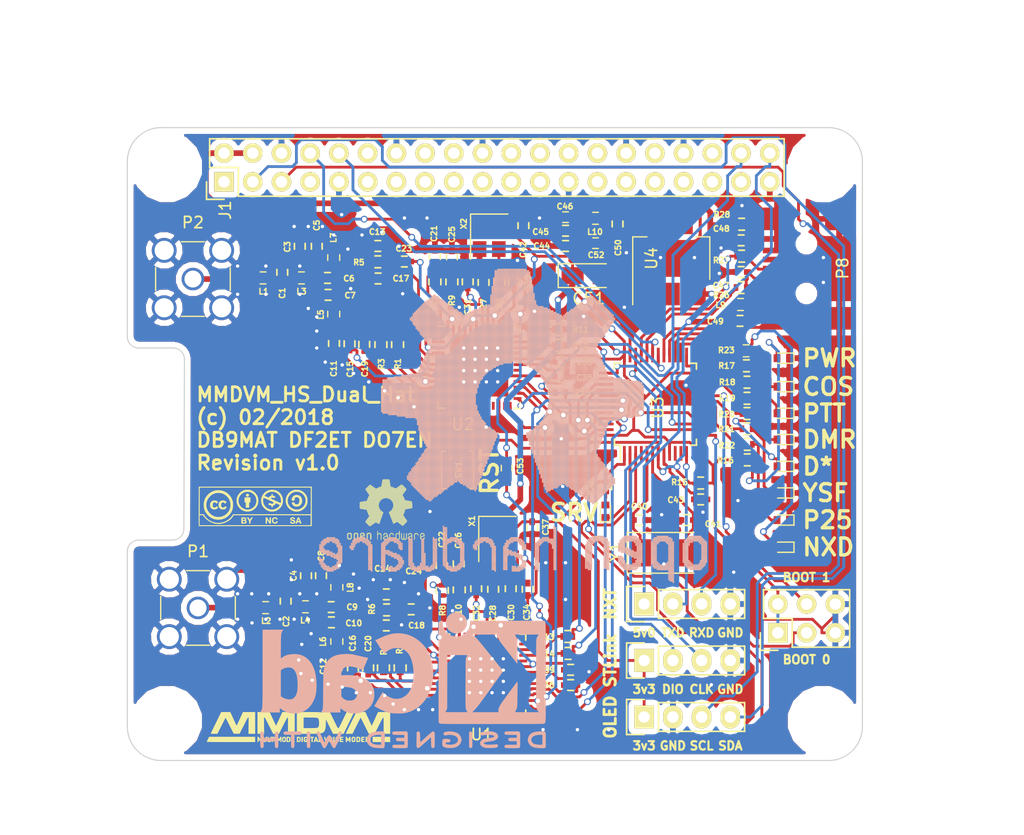
<source format=kicad_pcb>
(kicad_pcb (version 20171130) (host pcbnew no-vcs-found-c7bc154~61~ubuntu17.10.1)

  (general
    (thickness 1.6)
    (drawings 54)
    (tracks 1401)
    (zones 0)
    (modules 259)
    (nets 93)
  )

  (page A4)
  (title_block
    (title MMDVM_HS_Dual_Hat)
    (date 2018-02-05)
    (rev 1.0)
    (company DB9MAT+DF2ET+DO7EN)
  )

  (layers
    (0 F.Cu signal)
    (31 B.Cu signal)
    (32 B.Adhes user)
    (33 F.Adhes user)
    (34 B.Paste user)
    (35 F.Paste user)
    (36 B.SilkS user hide)
    (37 F.SilkS user)
    (38 B.Mask user)
    (39 F.Mask user)
    (40 Dwgs.User user)
    (41 Cmts.User user)
    (42 Eco1.User user)
    (43 Eco2.User user)
    (44 Edge.Cuts user)
    (45 Margin user)
    (46 B.CrtYd user hide)
    (47 F.CrtYd user)
    (48 B.Fab user)
    (49 F.Fab user hide)
  )

  (setup
    (last_trace_width 0.25)
    (user_trace_width 0.01)
    (user_trace_width 0.02)
    (user_trace_width 0.05)
    (user_trace_width 0.1)
    (user_trace_width 0.2)
    (user_trace_width 0.3)
    (user_trace_width 0.5)
    (trace_clearance 0.2)
    (zone_clearance 0.508)
    (zone_45_only no)
    (trace_min 0.01)
    (segment_width 0.2)
    (edge_width 0.1)
    (via_size 0.6)
    (via_drill 0.4)
    (via_min_size 0.4)
    (via_min_drill 0.3)
    (uvia_size 0.3)
    (uvia_drill 0.1)
    (uvias_allowed no)
    (uvia_min_size 0.2)
    (uvia_min_drill 0.1)
    (pcb_text_width 0.3)
    (pcb_text_size 1.5 1.5)
    (mod_edge_width 0.15)
    (mod_text_size 1 1)
    (mod_text_width 0.15)
    (pad_size 2.5 2)
    (pad_drill 0)
    (pad_to_mask_clearance 0)
    (aux_axis_origin 0 0)
    (visible_elements 7EFFFF7F)
    (pcbplotparams
      (layerselection 0x010f8_ffffffff)
      (usegerberextensions true)
      (usegerberattributes false)
      (usegerberadvancedattributes false)
      (creategerberjobfile false)
      (excludeedgelayer true)
      (linewidth 0.100000)
      (plotframeref false)
      (viasonmask false)
      (mode 1)
      (useauxorigin false)
      (hpglpennumber 1)
      (hpglpenspeed 20)
      (hpglpendiameter 15)
      (psnegative false)
      (psa4output false)
      (plotreference true)
      (plotvalue true)
      (plotinvisibletext false)
      (padsonsilk false)
      (subtractmaskfromsilk false)
      (outputformat 1)
      (mirror false)
      (drillshape 0)
      (scaleselection 1)
      (outputdirectory seeed/))
  )

  (net 0 "")
  (net 1 "Net-(J1-Pad38)")
  (net 2 "Net-(C1-Pad1)")
  (net 3 GND)
  (net 4 "Net-(C2-Pad1)")
  (net 5 "Net-(C6-Pad1)")
  (net 6 "Net-(C6-Pad2)")
  (net 7 "Net-(C7-Pad1)")
  (net 8 "Net-(C9-Pad1)")
  (net 9 "Net-(C10-Pad2)")
  (net 10 "Net-(C10-Pad1)")
  (net 11 "Net-(C11-Pad1)")
  (net 12 "Net-(C12-Pad1)")
  (net 13 "Net-(C13-Pad1)")
  (net 14 "Net-(C14-Pad1)")
  (net 15 "Net-(C19-Pad1)")
  (net 16 "Net-(C20-Pad1)")
  (net 17 "Net-(C21-Pad1)")
  (net 18 "Net-(C22-Pad1)")
  (net 19 "Net-(C23-Pad1)")
  (net 20 "Net-(C23-Pad2)")
  (net 21 "Net-(C24-Pad1)")
  (net 22 "Net-(C24-Pad2)")
  (net 23 "Net-(C25-Pad1)")
  (net 24 "Net-(C26-Pad1)")
  (net 25 "Net-(C27-Pad1)")
  (net 26 "Net-(C28-Pad1)")
  (net 27 "Net-(C29-Pad2)")
  (net 28 "Net-(C30-Pad2)")
  (net 29 "Net-(C35-Pad2)")
  (net 30 "Net-(C36-Pad2)")
  (net 31 NRST)
  (net 32 +3V3)
  (net 33 SERVICE)
  (net 34 +5V)
  (net 35 SDA)
  (net 36 SCL)
  (net 37 RXD)
  (net 38 TXD)
  (net 39 "Net-(L1-Pad1)")
  (net 40 "Net-(L2-Pad1)")
  (net 41 DISP_TXD)
  (net 42 DISP_RXD)
  (net 43 SWDIO)
  (net 44 SWCLK)
  (net 45 BOOT0)
  (net 46 "Net-(R2-Pad1)")
  (net 47 "Net-(R3-Pad1)")
  (net 48 "Net-(R4-Pad1)")
  (net 49 DCLK2)
  (net 50 "Net-(R12-Pad2)")
  (net 51 DATA2)
  (net 52 "Net-(R13-Pad2)")
  (net 53 DCLK1)
  (net 54 "Net-(R14-Pad2)")
  (net 55 DATA1)
  (net 56 COS_LED)
  (net 57 PTT_LED)
  (net 58 DMR_LED)
  (net 59 DSTAR_LED)
  (net 60 YSF_LED)
  (net 61 P25_LED)
  (net 62 CE)
  (net 63 SLE2)
  (net 64 SDATA)
  (net 65 SREAD)
  (net 66 SCLK)
  (net 67 SLE1)
  (net 68 "Net-(C40-Pad1)")
  (net 69 D-)
  (net 70 D+)
  (net 71 BOOT1)
  (net 72 NXDN_LED)
  (net 73 "Net-(C33-Pad2)")
  (net 74 "Net-(C34-Pad1)")
  (net 75 "Net-(C47-Pad1)")
  (net 76 "Net-(C48-Pad2)")
  (net 77 "Net-(C49-Pad2)")
  (net 78 "Net-(C50-Pad1)")
  (net 79 "Net-(R1-Pad1)")
  (net 80 "Net-(R11-Pad2)")
  (net 81 "Net-(C33-Pad1)")
  (net 82 "Net-(C34-Pad2)")
  (net 83 "Net-(C41-Pad1)")
  (net 84 "Net-(D1-Pad2)")
  (net 85 "Net-(D2-Pad2)")
  (net 86 "Net-(D3-Pad2)")
  (net 87 "Net-(D4-Pad2)")
  (net 88 "Net-(D5-Pad2)")
  (net 89 "Net-(D6-Pad2)")
  (net 90 "Net-(D7-Pad2)")
  (net 91 "Net-(D8-Pad2)")
  (net 92 "Net-(D0-Pad2)")

  (net_class Default "This is the default net class."
    (clearance 0.2)
    (trace_width 0.25)
    (via_dia 0.6)
    (via_drill 0.4)
    (uvia_dia 0.3)
    (uvia_drill 0.1)
    (add_net +3V3)
    (add_net +5V)
    (add_net BOOT0)
    (add_net BOOT1)
    (add_net CE)
    (add_net COS_LED)
    (add_net D+)
    (add_net D-)
    (add_net DATA1)
    (add_net DATA2)
    (add_net DCLK1)
    (add_net DCLK2)
    (add_net DISP_RXD)
    (add_net DISP_TXD)
    (add_net DMR_LED)
    (add_net DSTAR_LED)
    (add_net GND)
    (add_net NRST)
    (add_net NXDN_LED)
    (add_net "Net-(C1-Pad1)")
    (add_net "Net-(C10-Pad1)")
    (add_net "Net-(C10-Pad2)")
    (add_net "Net-(C11-Pad1)")
    (add_net "Net-(C12-Pad1)")
    (add_net "Net-(C13-Pad1)")
    (add_net "Net-(C14-Pad1)")
    (add_net "Net-(C19-Pad1)")
    (add_net "Net-(C2-Pad1)")
    (add_net "Net-(C20-Pad1)")
    (add_net "Net-(C21-Pad1)")
    (add_net "Net-(C22-Pad1)")
    (add_net "Net-(C23-Pad1)")
    (add_net "Net-(C23-Pad2)")
    (add_net "Net-(C24-Pad1)")
    (add_net "Net-(C24-Pad2)")
    (add_net "Net-(C25-Pad1)")
    (add_net "Net-(C26-Pad1)")
    (add_net "Net-(C27-Pad1)")
    (add_net "Net-(C28-Pad1)")
    (add_net "Net-(C29-Pad2)")
    (add_net "Net-(C30-Pad2)")
    (add_net "Net-(C33-Pad1)")
    (add_net "Net-(C33-Pad2)")
    (add_net "Net-(C34-Pad1)")
    (add_net "Net-(C34-Pad2)")
    (add_net "Net-(C35-Pad2)")
    (add_net "Net-(C36-Pad2)")
    (add_net "Net-(C40-Pad1)")
    (add_net "Net-(C41-Pad1)")
    (add_net "Net-(C47-Pad1)")
    (add_net "Net-(C48-Pad2)")
    (add_net "Net-(C49-Pad2)")
    (add_net "Net-(C50-Pad1)")
    (add_net "Net-(C6-Pad1)")
    (add_net "Net-(C6-Pad2)")
    (add_net "Net-(C7-Pad1)")
    (add_net "Net-(C9-Pad1)")
    (add_net "Net-(D0-Pad2)")
    (add_net "Net-(D1-Pad2)")
    (add_net "Net-(D2-Pad2)")
    (add_net "Net-(D3-Pad2)")
    (add_net "Net-(D4-Pad2)")
    (add_net "Net-(D5-Pad2)")
    (add_net "Net-(D6-Pad2)")
    (add_net "Net-(D7-Pad2)")
    (add_net "Net-(D8-Pad2)")
    (add_net "Net-(J1-Pad38)")
    (add_net "Net-(L1-Pad1)")
    (add_net "Net-(L2-Pad1)")
    (add_net "Net-(R1-Pad1)")
    (add_net "Net-(R11-Pad2)")
    (add_net "Net-(R12-Pad2)")
    (add_net "Net-(R13-Pad2)")
    (add_net "Net-(R14-Pad2)")
    (add_net "Net-(R2-Pad1)")
    (add_net "Net-(R3-Pad1)")
    (add_net "Net-(R4-Pad1)")
    (add_net P25_LED)
    (add_net PTT_LED)
    (add_net RXD)
    (add_net SCL)
    (add_net SCLK)
    (add_net SDA)
    (add_net SDATA)
    (add_net SERVICE)
    (add_net SLE1)
    (add_net SLE2)
    (add_net SREAD)
    (add_net SWCLK)
    (add_net SWDIO)
    (add_net TXD)
    (add_net YSF_LED)
  )

  (module MMDVM:USB-mini-710-65100516121 (layer F.Cu) (tedit 5A7A3491) (tstamp 5AA60093)
    (at 150.3 94.975 90)
    (path /5A778C4F/5A8AD758)
    (fp_text reference P8 (at 0.025 3.2 90) (layer F.SilkS)
      (effects (font (size 1 1) (thickness 0.15)))
    )
    (fp_text value USB_OTG (at 0 -5.3 90) (layer F.Fab)
      (effects (font (size 1 1) (thickness 0.15)))
    )
    (fp_line (start -3.9 5.3) (end -3.9 -3.95) (layer F.CrtYd) (width 0.15))
    (fp_line (start 3.8 5.3) (end 3.8 -3.95) (layer F.CrtYd) (width 0.15))
    (fp_line (start -3.9 5.3) (end 3.8 5.3) (layer F.CrtYd) (width 0.15))
    (fp_line (start -3.9 -3.95) (end 3.8 -3.95) (layer F.CrtYd) (width 0.15))
    (pad "" np_thru_hole circle (at -2.2 0 90) (size 0.9 0.9) (drill 0.9) (layers *.Cu *.Mask))
    (pad "" np_thru_hole circle (at 2.2 0 90) (size 0.9 0.9) (drill 0.9) (layers *.Cu *.Mask))
    (pad 6 smd trapezoid (at -4.4 2.9 90) (size 2 2.5) (layers F.Cu F.Paste F.Mask)
      (net 3 GND))
    (pad 6 smd trapezoid (at 4.4 2.9 90) (size 2 2.5) (layers F.Cu F.Paste F.Mask)
      (net 3 GND))
    (pad 6 smd trapezoid (at 4.4 -2.6 90) (size 2 2.5) (layers F.Cu F.Paste F.Mask)
      (net 3 GND))
    (pad 6 smd trapezoid (at -4.4 -2.6 90) (size 2 2.5) (layers F.Cu F.Paste F.Mask)
      (net 3 GND))
    (pad 3 smd trapezoid (at 0 -2.6 90) (size 0.5 2.5) (layers F.Cu F.Paste F.Mask)
      (net 76 "Net-(C48-Pad2)"))
    (pad 5 smd trapezoid (at 1.6 -2.6 90) (size 0.5 2.5) (layers F.Cu F.Paste F.Mask)
      (net 3 GND))
    (pad 4 smd trapezoid (at 0.8 -2.6 90) (size 0.5 2.5) (layers F.Cu F.Paste F.Mask))
    (pad 1 smd trapezoid (at -1.6 -2.6 90) (size 0.5 2.5) (layers F.Cu F.Paste F.Mask)
      (net 77 "Net-(C49-Pad2)"))
    (pad 2 smd trapezoid (at -0.8 -2.6 90) (size 0.5 2.5) (layers F.Cu F.Paste F.Mask)
      (net 75 "Net-(C47-Pad1)"))
  )

  (module MMDVM:VIA-0.6mm (layer F.Cu) (tedit 5A778E54) (tstamp 5AA60118)
    (at 126.7 90.5)
    (fp_text reference REF** (at 0 1.27) (layer F.SilkS) hide
      (effects (font (size 1 1) (thickness 0.15)))
    )
    (fp_text value VIA-0.6mm (at 0 -1.27) (layer F.Fab) hide
      (effects (font (size 1 1) (thickness 0.15)))
    )
    (pad 1 thru_hole circle (at 0 0) (size 0.6 0.6) (drill 0.3) (layers *.Cu)
      (net 3 GND) (zone_connect 2))
  )

  (module MMDVM:VIA-0.6mm (layer F.Cu) (tedit 5A778E54) (tstamp 5A8FA766)
    (at 130.6 99.2)
    (fp_text reference REF** (at 0 1.27) (layer F.SilkS) hide
      (effects (font (size 1 1) (thickness 0.15)))
    )
    (fp_text value VIA-0.6mm (at 0 -1.27) (layer F.Fab) hide
      (effects (font (size 1 1) (thickness 0.15)))
    )
    (pad 1 thru_hole circle (at 0 0) (size 0.6 0.6) (drill 0.3) (layers *.Cu)
      (net 3 GND) (zone_connect 2))
  )

  (module MMDVM:VIA-0.6mm (layer F.Cu) (tedit 5A778E54) (tstamp 5A8FA753)
    (at 134.2 98.4)
    (fp_text reference REF** (at 0 1.27) (layer F.SilkS) hide
      (effects (font (size 1 1) (thickness 0.15)))
    )
    (fp_text value VIA-0.6mm (at 0 -1.27) (layer F.Fab) hide
      (effects (font (size 1 1) (thickness 0.15)))
    )
    (pad 1 thru_hole circle (at 0 0) (size 0.6 0.6) (drill 0.3) (layers *.Cu)
      (net 3 GND) (zone_connect 2))
  )

  (module MMDVM:VIA-0.6mm (layer F.Cu) (tedit 5A778E54) (tstamp 5A78E381)
    (at 115.6 107.2)
    (fp_text reference REF** (at 0 1.27) (layer F.SilkS) hide
      (effects (font (size 1 1) (thickness 0.15)))
    )
    (fp_text value VIA-0.6mm (at 0 -1.27) (layer F.Fab) hide
      (effects (font (size 1 1) (thickness 0.15)))
    )
    (pad 1 thru_hole circle (at 0 0) (size 0.6 0.6) (drill 0.3) (layers *.Cu)
      (net 3 GND) (zone_connect 2))
  )

  (module MMDVM:VIA-0.6mm (layer F.Cu) (tedit 5A778E54) (tstamp 5A78E379)
    (at 114.2 106.4)
    (fp_text reference REF** (at 0 1.27) (layer F.SilkS) hide
      (effects (font (size 1 1) (thickness 0.15)))
    )
    (fp_text value VIA-0.6mm (at 0 -1.27) (layer F.Fab) hide
      (effects (font (size 1 1) (thickness 0.15)))
    )
    (pad 1 thru_hole circle (at 0 0) (size 0.6 0.6) (drill 0.3) (layers *.Cu)
      (net 3 GND) (zone_connect 2))
  )

  (module MMDVM:VIA-0.6mm (layer F.Cu) (tedit 5A778E54) (tstamp 5A78E371)
    (at 113 105.8)
    (fp_text reference REF** (at 0 1.27) (layer F.SilkS) hide
      (effects (font (size 1 1) (thickness 0.15)))
    )
    (fp_text value VIA-0.6mm (at 0 -1.27) (layer F.Fab) hide
      (effects (font (size 1 1) (thickness 0.15)))
    )
    (pad 1 thru_hole circle (at 0 0) (size 0.6 0.6) (drill 0.3) (layers *.Cu)
      (net 3 GND) (zone_connect 2))
  )

  (module MMDVM:VIA-0.6mm (layer F.Cu) (tedit 5A778E54) (tstamp 5A78E369)
    (at 111.6 105)
    (fp_text reference REF** (at 0 1.27) (layer F.SilkS) hide
      (effects (font (size 1 1) (thickness 0.15)))
    )
    (fp_text value VIA-0.6mm (at 0 -1.27) (layer F.Fab) hide
      (effects (font (size 1 1) (thickness 0.15)))
    )
    (pad 1 thru_hole circle (at 0 0) (size 0.6 0.6) (drill 0.3) (layers *.Cu)
      (net 3 GND) (zone_connect 2))
  )

  (module MMDVM:VIA-0.6mm (layer F.Cu) (tedit 5A778E54) (tstamp 5A78E35A)
    (at 105.6 130.8)
    (fp_text reference REF** (at 0 1.27) (layer F.SilkS) hide
      (effects (font (size 1 1) (thickness 0.15)))
    )
    (fp_text value VIA-0.6mm (at 0 -1.27) (layer F.Fab) hide
      (effects (font (size 1 1) (thickness 0.15)))
    )
    (pad 1 thru_hole circle (at 0 0) (size 0.6 0.6) (drill 0.3) (layers *.Cu)
      (net 3 GND) (zone_connect 2))
  )

  (module MMDVM:VIA-0.6mm (layer F.Cu) (tedit 5A778E54) (tstamp 5A78E352)
    (at 105.4 129.6)
    (fp_text reference REF** (at 0 1.27) (layer F.SilkS) hide
      (effects (font (size 1 1) (thickness 0.15)))
    )
    (fp_text value VIA-0.6mm (at 0 -1.27) (layer F.Fab) hide
      (effects (font (size 1 1) (thickness 0.15)))
    )
    (pad 1 thru_hole circle (at 0 0) (size 0.6 0.6) (drill 0.3) (layers *.Cu)
      (net 3 GND) (zone_connect 2))
  )

  (module MMDVM:VIA-0.6mm (layer F.Cu) (tedit 5A778E54) (tstamp 5A78DECC)
    (at 109.2 90.2)
    (fp_text reference REF** (at 0 1.27) (layer F.SilkS) hide
      (effects (font (size 1 1) (thickness 0.15)))
    )
    (fp_text value VIA-0.6mm (at 0 -1.27) (layer F.Fab) hide
      (effects (font (size 1 1) (thickness 0.15)))
    )
    (pad 1 thru_hole circle (at 0 0) (size 0.6 0.6) (drill 0.3) (layers *.Cu)
      (net 3 GND) (zone_connect 2))
  )

  (module MMDVM:VIA-0.6mm (layer F.Cu) (tedit 5A778E54) (tstamp 5A78DDB7)
    (at 140.4 94)
    (fp_text reference REF** (at 0 1.27) (layer F.SilkS) hide
      (effects (font (size 1 1) (thickness 0.15)))
    )
    (fp_text value VIA-0.6mm (at 0 -1.27) (layer F.Fab) hide
      (effects (font (size 1 1) (thickness 0.15)))
    )
    (pad 1 thru_hole circle (at 0 0) (size 0.6 0.6) (drill 0.3) (layers *.Cu)
      (net 3 GND) (zone_connect 2))
  )

  (module MMDVM:VIA-0.6mm (layer F.Cu) (tedit 5A778E54) (tstamp 5A78DD9E)
    (at 137.4 94)
    (fp_text reference REF** (at 0 1.27) (layer F.SilkS) hide
      (effects (font (size 1 1) (thickness 0.15)))
    )
    (fp_text value VIA-0.6mm (at 0 -1.27) (layer F.Fab) hide
      (effects (font (size 1 1) (thickness 0.15)))
    )
    (pad 1 thru_hole circle (at 0 0) (size 0.6 0.6) (drill 0.3) (layers *.Cu)
      (net 3 GND) (zone_connect 2))
  )

  (module MMDVM:VIA-0.6mm (layer F.Cu) (tedit 5A778E54) (tstamp 5A78DA68)
    (at 139.65 105.3)
    (fp_text reference REF** (at 0 1.27) (layer F.SilkS) hide
      (effects (font (size 1 1) (thickness 0.15)))
    )
    (fp_text value VIA-0.6mm (at 0 -1.27) (layer F.Fab) hide
      (effects (font (size 1 1) (thickness 0.15)))
    )
    (pad 1 thru_hole circle (at 0 0) (size 0.6 0.6) (drill 0.3) (layers *.Cu)
      (net 3 GND) (zone_connect 2))
  )

  (module MMDVM:VIA-0.6mm (layer F.Cu) (tedit 5A778E54) (tstamp 5A7833C3)
    (at 117.01 116.47)
    (fp_text reference REF** (at 0 1.27) (layer F.SilkS) hide
      (effects (font (size 1 1) (thickness 0.15)))
    )
    (fp_text value VIA-0.6mm (at 0 -1.27) (layer F.Fab) hide
      (effects (font (size 1 1) (thickness 0.15)))
    )
    (pad 1 thru_hole circle (at 0 0) (size 0.6 0.6) (drill 0.3) (layers *.Cu)
      (net 3 GND) (zone_connect 2))
  )

  (module MMDVM:VIA-0.6mm (layer F.Cu) (tedit 5A778E54) (tstamp 5A7833BB)
    (at 121.98 109)
    (fp_text reference REF** (at 0 1.27) (layer F.SilkS) hide
      (effects (font (size 1 1) (thickness 0.15)))
    )
    (fp_text value VIA-0.6mm (at 0 -1.27) (layer F.Fab) hide
      (effects (font (size 1 1) (thickness 0.15)))
    )
    (pad 1 thru_hole circle (at 0 0) (size 0.6 0.6) (drill 0.3) (layers *.Cu)
      (net 3 GND) (zone_connect 2))
  )

  (module MMDVM:VIA-0.6mm (layer F.Cu) (tedit 5A778E54) (tstamp 5A7833B3)
    (at 128.62 110.03)
    (fp_text reference REF** (at 0 1.27) (layer F.SilkS) hide
      (effects (font (size 1 1) (thickness 0.15)))
    )
    (fp_text value VIA-0.6mm (at 0 -1.27) (layer F.Fab) hide
      (effects (font (size 1 1) (thickness 0.15)))
    )
    (pad 1 thru_hole circle (at 0 0) (size 0.6 0.6) (drill 0.3) (layers *.Cu)
      (net 3 GND) (zone_connect 2))
  )

  (module MMDVM:VIA-0.6mm (layer F.Cu) (tedit 5A778E54) (tstamp 5A7830E8)
    (at 143.87 121.84)
    (fp_text reference REF** (at 0 1.27) (layer F.SilkS) hide
      (effects (font (size 1 1) (thickness 0.15)))
    )
    (fp_text value VIA-0.6mm (at 0 -1.27) (layer F.Fab) hide
      (effects (font (size 1 1) (thickness 0.15)))
    )
    (pad 1 thru_hole circle (at 0 0) (size 0.6 0.6) (drill 0.3) (layers *.Cu)
      (net 3 GND) (zone_connect 2))
  )

  (module MMDVM:VIA-0.6mm (layer F.Cu) (tedit 5A778E54) (tstamp 5A7830DC)
    (at 137.69 121.11)
    (fp_text reference REF** (at 0 1.27) (layer F.SilkS) hide
      (effects (font (size 1 1) (thickness 0.15)))
    )
    (fp_text value VIA-0.6mm (at 0 -1.27) (layer F.Fab) hide
      (effects (font (size 1 1) (thickness 0.15)))
    )
    (pad 1 thru_hole circle (at 0 0) (size 0.6 0.6) (drill 0.3) (layers *.Cu)
      (net 3 GND) (zone_connect 2))
  )

  (module MMDVM:VIA-0.6mm (layer F.Cu) (tedit 5A778E54) (tstamp 5A7830C3)
    (at 141.15 116.53)
    (fp_text reference REF** (at 0 1.27) (layer F.SilkS) hide
      (effects (font (size 1 1) (thickness 0.15)))
    )
    (fp_text value VIA-0.6mm (at 0 -1.27) (layer F.Fab) hide
      (effects (font (size 1 1) (thickness 0.15)))
    )
    (pad 1 thru_hole circle (at 0 0) (size 0.6 0.6) (drill 0.3) (layers *.Cu)
      (net 3 GND) (zone_connect 2))
  )

  (module MMDVM:VIA-0.6mm (layer F.Cu) (tedit 5A778E54) (tstamp 5A782D54)
    (at 131.08 130.65)
    (fp_text reference REF** (at 0 1.27) (layer F.SilkS) hide
      (effects (font (size 1 1) (thickness 0.15)))
    )
    (fp_text value VIA-0.6mm (at 0 -1.27) (layer F.Fab) hide
      (effects (font (size 1 1) (thickness 0.15)))
    )
    (pad 1 thru_hole circle (at 0 0) (size 0.6 0.6) (drill 0.3) (layers *.Cu)
      (net 3 GND) (zone_connect 2))
  )

  (module MMDVM:VIA-0.6mm (layer F.Cu) (tedit 5A778E54) (tstamp 5A782D4A)
    (at 130.05 135.77)
    (fp_text reference REF** (at 0 1.27) (layer F.SilkS) hide
      (effects (font (size 1 1) (thickness 0.15)))
    )
    (fp_text value VIA-0.6mm (at 0 -1.27) (layer F.Fab) hide
      (effects (font (size 1 1) (thickness 0.15)))
    )
    (pad 1 thru_hole circle (at 0 0) (size 0.6 0.6) (drill 0.3) (layers *.Cu)
      (net 3 GND) (zone_connect 2))
  )

  (module MMDVM:VIA-0.6mm (layer F.Cu) (tedit 5A778E54) (tstamp 5A782D42)
    (at 132.82 135.77)
    (fp_text reference REF** (at 0 1.27) (layer F.SilkS) hide
      (effects (font (size 1 1) (thickness 0.15)))
    )
    (fp_text value VIA-0.6mm (at 0 -1.27) (layer F.Fab) hide
      (effects (font (size 1 1) (thickness 0.15)))
    )
    (pad 1 thru_hole circle (at 0 0) (size 0.6 0.6) (drill 0.3) (layers *.Cu)
      (net 3 GND) (zone_connect 2))
  )

  (module MMDVM:VIA-0.6mm (layer F.Cu) (tedit 5A778E54) (tstamp 5A782D3A)
    (at 127.01 135.77)
    (fp_text reference REF** (at 0 1.27) (layer F.SilkS) hide
      (effects (font (size 1 1) (thickness 0.15)))
    )
    (fp_text value VIA-0.6mm (at 0 -1.27) (layer F.Fab) hide
      (effects (font (size 1 1) (thickness 0.15)))
    )
    (pad 1 thru_hole circle (at 0 0) (size 0.6 0.6) (drill 0.3) (layers *.Cu)
      (net 3 GND) (zone_connect 2))
  )

  (module MMDVM:VIA-0.6mm (layer F.Cu) (tedit 5A778E54) (tstamp 5A782D18)
    (at 141.89 131.8)
    (fp_text reference REF** (at 0 1.27) (layer F.SilkS) hide
      (effects (font (size 1 1) (thickness 0.15)))
    )
    (fp_text value VIA-0.6mm (at 0 -1.27) (layer F.Fab) hide
      (effects (font (size 1 1) (thickness 0.15)))
    )
    (pad 1 thru_hole circle (at 0 0) (size 0.6 0.6) (drill 0.3) (layers *.Cu)
      (net 3 GND) (zone_connect 2))
  )

  (module Pin_Headers:Pin_Header_Straight_1x04 (layer F.Cu) (tedit 5A764459) (tstamp 5A6845B3)
    (at 135.95 134.65 90)
    (descr "Through hole pin header")
    (tags "pin header")
    (path /5A778C4F/5A7D83FB)
    (fp_text reference P3 (at 0.15 10.5 90) (layer F.SilkS) hide
      (effects (font (size 1 1) (thickness 0.15)))
    )
    (fp_text value I2C (at 0 -3.1 90) (layer F.Fab)
      (effects (font (size 1 1) (thickness 0.15)))
    )
    (fp_line (start -1.75 -1.75) (end -1.75 9.4) (layer F.CrtYd) (width 0.05))
    (fp_line (start 1.75 -1.75) (end 1.75 9.4) (layer F.CrtYd) (width 0.05))
    (fp_line (start -1.75 -1.75) (end 1.75 -1.75) (layer F.CrtYd) (width 0.05))
    (fp_line (start -1.75 9.4) (end 1.75 9.4) (layer F.CrtYd) (width 0.05))
    (fp_line (start -1.27 1.27) (end -1.27 8.89) (layer F.SilkS) (width 0.15))
    (fp_line (start 1.27 1.27) (end 1.27 8.89) (layer F.SilkS) (width 0.15))
    (fp_line (start 1.55 -1.55) (end 1.55 0) (layer F.SilkS) (width 0.15))
    (fp_line (start -1.27 8.89) (end 1.27 8.89) (layer F.SilkS) (width 0.15))
    (fp_line (start 1.27 1.27) (end -1.27 1.27) (layer F.SilkS) (width 0.15))
    (fp_line (start -1.55 0) (end -1.55 -1.55) (layer F.SilkS) (width 0.15))
    (fp_line (start -1.55 -1.55) (end 1.55 -1.55) (layer F.SilkS) (width 0.15))
    (pad 1 thru_hole rect (at 0 0 90) (size 2.032 1.7272) (drill 1.016) (layers *.Cu *.Mask F.SilkS)
      (net 32 +3V3))
    (pad 2 thru_hole oval (at 0 2.54 90) (size 2.032 1.7272) (drill 1.016) (layers *.Cu *.Mask F.SilkS)
      (net 3 GND))
    (pad 3 thru_hole oval (at 0 5.08 90) (size 2.032 1.7272) (drill 1.016) (layers *.Cu *.Mask F.SilkS)
      (net 36 SCL))
    (pad 4 thru_hole oval (at 0 7.62 90) (size 2.032 1.7272) (drill 1.016) (layers *.Cu *.Mask F.SilkS)
      (net 35 SDA))
    (model Pin_Headers.3dshapes/Pin_Header_Straight_1x04.wrl
      (offset (xyz 0 -3.809999942779541 0))
      (scale (xyz 1 1 1))
      (rotate (xyz 0 0 90))
    )
  )

  (module MMDVM:VIA-0.6mm (layer F.Cu) (tedit 5A778E54) (tstamp 5A7821E5)
    (at 134.38 93.57)
    (fp_text reference REF** (at 0 1.27) (layer F.SilkS) hide
      (effects (font (size 1 1) (thickness 0.15)))
    )
    (fp_text value VIA-0.6mm (at 0 -1.27) (layer F.Fab) hide
      (effects (font (size 1 1) (thickness 0.15)))
    )
    (pad 1 thru_hole circle (at 0 0) (size 0.6 0.6) (drill 0.3) (layers *.Cu)
      (net 3 GND) (zone_connect 2))
  )

  (module MMDVM:VIA-0.6mm (layer F.Cu) (tedit 5A778E54) (tstamp 5AD13B1B)
    (at 144.6 89.4)
    (fp_text reference REF** (at 0 1.27) (layer F.SilkS) hide
      (effects (font (size 1 1) (thickness 0.15)))
    )
    (fp_text value VIA-0.6mm (at 0 -1.27) (layer F.Fab) hide
      (effects (font (size 1 1) (thickness 0.15)))
    )
    (pad 1 thru_hole circle (at 0 0) (size 0.6 0.6) (drill 0.3) (layers *.Cu)
      (net 3 GND) (zone_connect 2))
  )

  (module MMDVM:VIA-0.6mm (layer F.Cu) (tedit 5A778E54) (tstamp 5AD13B02)
    (at 142.6 95.4)
    (fp_text reference REF** (at 0 1.27) (layer F.SilkS) hide
      (effects (font (size 1 1) (thickness 0.15)))
    )
    (fp_text value VIA-0.6mm (at 0 -1.27) (layer F.Fab) hide
      (effects (font (size 1 1) (thickness 0.15)))
    )
    (pad 1 thru_hole circle (at 0 0) (size 0.6 0.6) (drill 0.3) (layers *.Cu)
      (net 3 GND) (zone_connect 2))
  )

  (module MMDVM:VIA-0.6mm (layer F.Cu) (tedit 5A778E54) (tstamp 5AD13AA2)
    (at 119.6 98.4)
    (fp_text reference REF** (at 0 1.27) (layer F.SilkS) hide
      (effects (font (size 1 1) (thickness 0.15)))
    )
    (fp_text value VIA-0.6mm (at 0 -1.27) (layer F.Fab) hide
      (effects (font (size 1 1) (thickness 0.15)))
    )
    (pad 1 thru_hole circle (at 0 0) (size 0.6 0.6) (drill 0.3) (layers *.Cu)
      (net 3 GND) (zone_connect 2))
  )

  (module MMDVM:VIA-0.6mm (layer F.Cu) (tedit 5A778E54) (tstamp 5AD13A8F)
    (at 124.75 94.25)
    (fp_text reference REF** (at 0 1.27) (layer F.SilkS) hide
      (effects (font (size 1 1) (thickness 0.15)))
    )
    (fp_text value VIA-0.6mm (at 0 -1.27) (layer F.Fab) hide
      (effects (font (size 1 1) (thickness 0.15)))
    )
    (pad 1 thru_hole circle (at 0 0) (size 0.6 0.6) (drill 0.3) (layers *.Cu)
      (net 3 GND) (zone_connect 2))
  )

  (module MMDVM:VIA-0.6mm (layer F.Cu) (tedit 5A778E54) (tstamp 5AD13A84)
    (at 116.75 90.5)
    (fp_text reference REF** (at 0 1.27) (layer F.SilkS) hide
      (effects (font (size 1 1) (thickness 0.15)))
    )
    (fp_text value VIA-0.6mm (at 0 -1.27) (layer F.Fab) hide
      (effects (font (size 1 1) (thickness 0.15)))
    )
    (pad 1 thru_hole circle (at 0 0) (size 0.6 0.6) (drill 0.3) (layers *.Cu)
      (net 3 GND) (zone_connect 2))
  )

  (module MMDVM:VIA-0.6mm (layer F.Cu) (tedit 5A778E54) (tstamp 5AD13A7C)
    (at 114.75 90.5)
    (fp_text reference REF** (at 0 1.27) (layer F.SilkS) hide
      (effects (font (size 1 1) (thickness 0.15)))
    )
    (fp_text value VIA-0.6mm (at 0 -1.27) (layer F.Fab) hide
      (effects (font (size 1 1) (thickness 0.15)))
    )
    (pad 1 thru_hole circle (at 0 0) (size 0.6 0.6) (drill 0.3) (layers *.Cu)
      (net 3 GND) (zone_connect 2))
  )

  (module MMDVM:VIA-0.6mm (layer F.Cu) (tedit 5A778E54) (tstamp 5AD13A71)
    (at 137.5 116.75)
    (fp_text reference REF** (at 0 1.27) (layer F.SilkS) hide
      (effects (font (size 1 1) (thickness 0.15)))
    )
    (fp_text value VIA-0.6mm (at 0 -1.27) (layer F.Fab) hide
      (effects (font (size 1 1) (thickness 0.15)))
    )
    (pad 1 thru_hole circle (at 0 0) (size 0.6 0.6) (drill 0.3) (layers *.Cu)
      (net 3 GND) (zone_connect 2))
  )

  (module MMDVM:VIA-0.6mm (layer F.Cu) (tedit 5A778E54) (tstamp 5AD13A65)
    (at 128.75 114.25)
    (fp_text reference REF** (at 0 1.27) (layer F.SilkS) hide
      (effects (font (size 1 1) (thickness 0.15)))
    )
    (fp_text value VIA-0.6mm (at 0 -1.27) (layer F.Fab) hide
      (effects (font (size 1 1) (thickness 0.15)))
    )
    (pad 1 thru_hole circle (at 0 0) (size 0.6 0.6) (drill 0.3) (layers *.Cu)
      (net 3 GND) (zone_connect 2))
  )

  (module MMDVM:VIA-0.6mm (layer F.Cu) (tedit 5A778E54) (tstamp 5AD13A5B)
    (at 144.25 115.5)
    (fp_text reference REF** (at 0 1.27) (layer F.SilkS) hide
      (effects (font (size 1 1) (thickness 0.15)))
    )
    (fp_text value VIA-0.6mm (at 0 -1.27) (layer F.Fab) hide
      (effects (font (size 1 1) (thickness 0.15)))
    )
    (pad 1 thru_hole circle (at 0 0) (size 0.6 0.6) (drill 0.3) (layers *.Cu)
      (net 3 GND) (zone_connect 2))
  )

  (module MMDVM:VIA-0.6mm (layer F.Cu) (tedit 5A778E54) (tstamp 5AD13A39)
    (at 129 124.25)
    (fp_text reference REF** (at 0 1.27) (layer F.SilkS) hide
      (effects (font (size 1 1) (thickness 0.15)))
    )
    (fp_text value VIA-0.6mm (at 0 -1.27) (layer F.Fab) hide
      (effects (font (size 1 1) (thickness 0.15)))
    )
    (pad 1 thru_hole circle (at 0 0) (size 0.6 0.6) (drill 0.3) (layers *.Cu)
      (net 3 GND) (zone_connect 2))
  )

  (module MMDVM:VIA-0.6mm (layer F.Cu) (tedit 5A778E54) (tstamp 5AD13A1F)
    (at 129 121)
    (fp_text reference REF** (at 0 1.27) (layer F.SilkS) hide
      (effects (font (size 1 1) (thickness 0.15)))
    )
    (fp_text value VIA-0.6mm (at 0 -1.27) (layer F.Fab) hide
      (effects (font (size 1 1) (thickness 0.15)))
    )
    (pad 1 thru_hole circle (at 0 0) (size 0.6 0.6) (drill 0.3) (layers *.Cu)
      (net 3 GND) (zone_connect 2))
  )

  (module MMDVM:VIA-0.6mm (layer F.Cu) (tedit 5A778E54) (tstamp 5AD13A17)
    (at 127.25 121)
    (fp_text reference REF** (at 0 1.27) (layer F.SilkS) hide
      (effects (font (size 1 1) (thickness 0.15)))
    )
    (fp_text value VIA-0.6mm (at 0 -1.27) (layer F.Fab) hide
      (effects (font (size 1 1) (thickness 0.15)))
    )
    (pad 1 thru_hole circle (at 0 0) (size 0.6 0.6) (drill 0.3) (layers *.Cu)
      (net 3 GND) (zone_connect 2))
  )

  (module MMDVM:VIA-0.6mm (layer F.Cu) (tedit 5A778E54) (tstamp 5AD13A0C)
    (at 126.25 98.75)
    (fp_text reference REF** (at 0 1.27) (layer F.SilkS) hide
      (effects (font (size 1 1) (thickness 0.15)))
    )
    (fp_text value VIA-0.6mm (at 0 -1.27) (layer F.Fab) hide
      (effects (font (size 1 1) (thickness 0.15)))
    )
    (pad 1 thru_hole circle (at 0 0) (size 0.6 0.6) (drill 0.3) (layers *.Cu)
      (net 3 GND) (zone_connect 2))
  )

  (module MMDVM:VIA-0.6mm (layer F.Cu) (tedit 5A778E54) (tstamp 5AD139F1)
    (at 114.25 93)
    (fp_text reference REF** (at 0 1.27) (layer F.SilkS) hide
      (effects (font (size 1 1) (thickness 0.15)))
    )
    (fp_text value VIA-0.6mm (at 0 -1.27) (layer F.Fab) hide
      (effects (font (size 1 1) (thickness 0.15)))
    )
    (pad 1 thru_hole circle (at 0 0) (size 0.6 0.6) (drill 0.3) (layers *.Cu)
      (net 3 GND) (zone_connect 2))
  )

  (module MMDVM:VIA-0.6mm (layer F.Cu) (tedit 5A778E54) (tstamp 5AD139E9)
    (at 112.75 91.75)
    (fp_text reference REF** (at 0 1.27) (layer F.SilkS) hide
      (effects (font (size 1 1) (thickness 0.15)))
    )
    (fp_text value VIA-0.6mm (at 0 -1.27) (layer F.Fab) hide
      (effects (font (size 1 1) (thickness 0.15)))
    )
    (pad 1 thru_hole circle (at 0 0) (size 0.6 0.6) (drill 0.3) (layers *.Cu)
      (net 3 GND) (zone_connect 2))
  )

  (module MMDVM:VIA-0.6mm (layer F.Cu) (tedit 5A778E54) (tstamp 5AD139E1)
    (at 111 92)
    (fp_text reference REF** (at 0 1.27) (layer F.SilkS) hide
      (effects (font (size 1 1) (thickness 0.15)))
    )
    (fp_text value VIA-0.6mm (at 0 -1.27) (layer F.Fab) hide
      (effects (font (size 1 1) (thickness 0.15)))
    )
    (pad 1 thru_hole circle (at 0 0) (size 0.6 0.6) (drill 0.3) (layers *.Cu)
      (net 3 GND) (zone_connect 2))
  )

  (module MMDVM:VIA-0.6mm (layer F.Cu) (tedit 5A778E54) (tstamp 5AD139CF)
    (at 114.6 97.2)
    (fp_text reference REF** (at 0 1.27) (layer F.SilkS) hide
      (effects (font (size 1 1) (thickness 0.15)))
    )
    (fp_text value VIA-0.6mm (at 0 -1.27) (layer F.Fab) hide
      (effects (font (size 1 1) (thickness 0.15)))
    )
    (pad 1 thru_hole circle (at 0 0) (size 0.6 0.6) (drill 0.3) (layers *.Cu)
      (net 3 GND) (zone_connect 2))
  )

  (module MMDVM:VIA-0.6mm (layer F.Cu) (tedit 5A778E54) (tstamp 5AD139C5)
    (at 110.25 104.25)
    (fp_text reference REF** (at 0 1.27) (layer F.SilkS) hide
      (effects (font (size 1 1) (thickness 0.15)))
    )
    (fp_text value VIA-0.6mm (at 0 -1.27) (layer F.Fab) hide
      (effects (font (size 1 1) (thickness 0.15)))
    )
    (pad 1 thru_hole circle (at 0 0) (size 0.6 0.6) (drill 0.3) (layers *.Cu)
      (net 3 GND) (zone_connect 2))
  )

  (module MMDVM:VIA-0.6mm (layer F.Cu) (tedit 5A778E54) (tstamp 5AD139BD)
    (at 109.25 103.5)
    (fp_text reference REF** (at 0 1.27) (layer F.SilkS) hide
      (effects (font (size 1 1) (thickness 0.15)))
    )
    (fp_text value VIA-0.6mm (at 0 -1.27) (layer F.Fab) hide
      (effects (font (size 1 1) (thickness 0.15)))
    )
    (pad 1 thru_hole circle (at 0 0) (size 0.6 0.6) (drill 0.3) (layers *.Cu)
      (net 3 GND) (zone_connect 2))
  )

  (module MMDVM:VIA-0.6mm (layer F.Cu) (tedit 5A778E54) (tstamp 5AD139B5)
    (at 107.75 103.25)
    (fp_text reference REF** (at 0 1.27) (layer F.SilkS) hide
      (effects (font (size 1 1) (thickness 0.15)))
    )
    (fp_text value VIA-0.6mm (at 0 -1.27) (layer F.Fab) hide
      (effects (font (size 1 1) (thickness 0.15)))
    )
    (pad 1 thru_hole circle (at 0 0) (size 0.6 0.6) (drill 0.3) (layers *.Cu)
      (net 3 GND) (zone_connect 2))
  )

  (module MMDVM:VIA-0.6mm (layer F.Cu) (tedit 5A778E54) (tstamp 5AD139AD)
    (at 107 102)
    (fp_text reference REF** (at 0 1.27) (layer F.SilkS) hide
      (effects (font (size 1 1) (thickness 0.15)))
    )
    (fp_text value VIA-0.6mm (at 0 -1.27) (layer F.Fab) hide
      (effects (font (size 1 1) (thickness 0.15)))
    )
    (pad 1 thru_hole circle (at 0 0) (size 0.6 0.6) (drill 0.3) (layers *.Cu)
      (net 3 GND) (zone_connect 2))
  )

  (module MMDVM:VIA-0.6mm (layer F.Cu) (tedit 5A778E54) (tstamp 5AD139A5)
    (at 107 100.5)
    (fp_text reference REF** (at 0 1.27) (layer F.SilkS) hide
      (effects (font (size 1 1) (thickness 0.15)))
    )
    (fp_text value VIA-0.6mm (at 0 -1.27) (layer F.Fab) hide
      (effects (font (size 1 1) (thickness 0.15)))
    )
    (pad 1 thru_hole circle (at 0 0) (size 0.6 0.6) (drill 0.3) (layers *.Cu)
      (net 3 GND) (zone_connect 2))
  )

  (module MMDVM:VIA-0.6mm (layer F.Cu) (tedit 5A778E54) (tstamp 5AD1399D)
    (at 107 99.25)
    (fp_text reference REF** (at 0 1.27) (layer F.SilkS) hide
      (effects (font (size 1 1) (thickness 0.15)))
    )
    (fp_text value VIA-0.6mm (at 0 -1.27) (layer F.Fab) hide
      (effects (font (size 1 1) (thickness 0.15)))
    )
    (pad 1 thru_hole circle (at 0 0) (size 0.6 0.6) (drill 0.3) (layers *.Cu)
      (net 3 GND) (zone_connect 2))
  )

  (module MMDVM:VIA-0.6mm (layer F.Cu) (tedit 5A778E54) (tstamp 5AD13995)
    (at 106.25 98.5)
    (fp_text reference REF** (at 0 1.27) (layer F.SilkS) hide
      (effects (font (size 1 1) (thickness 0.15)))
    )
    (fp_text value VIA-0.6mm (at 0 -1.27) (layer F.Fab) hide
      (effects (font (size 1 1) (thickness 0.15)))
    )
    (pad 1 thru_hole circle (at 0 0) (size 0.6 0.6) (drill 0.3) (layers *.Cu)
      (net 3 GND) (zone_connect 2))
  )

  (module MMDVM:VIA-0.6mm (layer F.Cu) (tedit 5A778E54) (tstamp 5AD13989)
    (at 110 96.75)
    (fp_text reference REF** (at 0 1.27) (layer F.SilkS) hide
      (effects (font (size 1 1) (thickness 0.15)))
    )
    (fp_text value VIA-0.6mm (at 0 -1.27) (layer F.Fab) hide
      (effects (font (size 1 1) (thickness 0.15)))
    )
    (pad 1 thru_hole circle (at 0 0) (size 0.6 0.6) (drill 0.3) (layers *.Cu)
      (net 3 GND) (zone_connect 2))
  )

  (module MMDVM:VIA-0.6mm (layer F.Cu) (tedit 5A778E54) (tstamp 5AD13981)
    (at 109.75 93.25)
    (fp_text reference REF** (at 0 1.27) (layer F.SilkS) hide
      (effects (font (size 1 1) (thickness 0.15)))
    )
    (fp_text value VIA-0.6mm (at 0 -1.27) (layer F.Fab) hide
      (effects (font (size 1 1) (thickness 0.15)))
    )
    (pad 1 thru_hole circle (at 0 0) (size 0.6 0.6) (drill 0.3) (layers *.Cu)
      (net 3 GND) (zone_connect 2))
  )

  (module MMDVM:VIA-0.6mm (layer F.Cu) (tedit 5A778E54) (tstamp 5AD13979)
    (at 108.5 92)
    (fp_text reference REF** (at 0 1.27) (layer F.SilkS) hide
      (effects (font (size 1 1) (thickness 0.15)))
    )
    (fp_text value VIA-0.6mm (at 0 -1.27) (layer F.Fab) hide
      (effects (font (size 1 1) (thickness 0.15)))
    )
    (pad 1 thru_hole circle (at 0 0) (size 0.6 0.6) (drill 0.3) (layers *.Cu)
      (net 3 GND) (zone_connect 2))
  )

  (module MMDVM:VIA-0.6mm (layer F.Cu) (tedit 5A778E54) (tstamp 5AD13971)
    (at 107.5 91.25)
    (fp_text reference REF** (at 0 1.27) (layer F.SilkS) hide
      (effects (font (size 1 1) (thickness 0.15)))
    )
    (fp_text value VIA-0.6mm (at 0 -1.27) (layer F.Fab) hide
      (effects (font (size 1 1) (thickness 0.15)))
    )
    (pad 1 thru_hole circle (at 0 0) (size 0.6 0.6) (drill 0.3) (layers *.Cu)
      (net 3 GND) (zone_connect 2))
  )

  (module MMDVM:VIA-0.6mm (layer F.Cu) (tedit 5A778E54) (tstamp 5AD13969)
    (at 106.25 91.25)
    (fp_text reference REF** (at 0 1.27) (layer F.SilkS) hide
      (effects (font (size 1 1) (thickness 0.15)))
    )
    (fp_text value VIA-0.6mm (at 0 -1.27) (layer F.Fab) hide
      (effects (font (size 1 1) (thickness 0.15)))
    )
    (pad 1 thru_hole circle (at 0 0) (size 0.6 0.6) (drill 0.3) (layers *.Cu)
      (net 3 GND) (zone_connect 2))
  )

  (module MMDVM:VIA-0.6mm (layer F.Cu) (tedit 5A778E54) (tstamp 5AD13961)
    (at 105 91.25)
    (fp_text reference REF** (at 0 1.27) (layer F.SilkS) hide
      (effects (font (size 1 1) (thickness 0.15)))
    )
    (fp_text value VIA-0.6mm (at 0 -1.27) (layer F.Fab) hide
      (effects (font (size 1 1) (thickness 0.15)))
    )
    (pad 1 thru_hole circle (at 0 0) (size 0.6 0.6) (drill 0.3) (layers *.Cu)
      (net 3 GND) (zone_connect 2))
  )

  (module MMDVM:VIA-0.6mm (layer F.Cu) (tedit 5A778E54) (tstamp 5AD1395A)
    (at 123 105)
    (fp_text reference REF** (at 0 1.27) (layer F.SilkS) hide
      (effects (font (size 1 1) (thickness 0.15)))
    )
    (fp_text value VIA-0.6mm (at 0 -1.27) (layer F.Fab) hide
      (effects (font (size 1 1) (thickness 0.15)))
    )
    (pad 1 thru_hole circle (at 0 0) (size 0.6 0.6) (drill 0.3) (layers *.Cu)
      (net 3 GND) (zone_connect 2))
  )

  (module MMDVM:VIA-0.6mm (layer F.Cu) (tedit 5A778E54) (tstamp 5AD13956)
    (at 122 105)
    (fp_text reference REF** (at 0 1.27) (layer F.SilkS) hide
      (effects (font (size 1 1) (thickness 0.15)))
    )
    (fp_text value VIA-0.6mm (at 0 -1.27) (layer F.Fab) hide
      (effects (font (size 1 1) (thickness 0.15)))
    )
    (pad 1 thru_hole circle (at 0 0) (size 0.6 0.6) (drill 0.3) (layers *.Cu)
      (net 3 GND) (zone_connect 2))
  )

  (module MMDVM:VIA-0.6mm (layer F.Cu) (tedit 5A778E54) (tstamp 5AD13952)
    (at 121 105)
    (fp_text reference REF** (at 0 1.27) (layer F.SilkS) hide
      (effects (font (size 1 1) (thickness 0.15)))
    )
    (fp_text value VIA-0.6mm (at 0 -1.27) (layer F.Fab) hide
      (effects (font (size 1 1) (thickness 0.15)))
    )
    (pad 1 thru_hole circle (at 0 0) (size 0.6 0.6) (drill 0.3) (layers *.Cu)
      (net 3 GND) (zone_connect 2))
  )

  (module MMDVM:VIA-0.6mm (layer F.Cu) (tedit 5A778E54) (tstamp 5AD1394E)
    (at 120 105)
    (fp_text reference REF** (at 0 1.27) (layer F.SilkS) hide
      (effects (font (size 1 1) (thickness 0.15)))
    )
    (fp_text value VIA-0.6mm (at 0 -1.27) (layer F.Fab) hide
      (effects (font (size 1 1) (thickness 0.15)))
    )
    (pad 1 thru_hole circle (at 0 0) (size 0.6 0.6) (drill 0.3) (layers *.Cu)
      (net 3 GND) (zone_connect 2))
  )

  (module MMDVM:VIA-0.6mm (layer F.Cu) (tedit 5A778E54) (tstamp 5AD1394A)
    (at 123 104)
    (fp_text reference REF** (at 0 1.27) (layer F.SilkS) hide
      (effects (font (size 1 1) (thickness 0.15)))
    )
    (fp_text value VIA-0.6mm (at 0 -1.27) (layer F.Fab) hide
      (effects (font (size 1 1) (thickness 0.15)))
    )
    (pad 1 thru_hole circle (at 0 0) (size 0.6 0.6) (drill 0.3) (layers *.Cu)
      (net 3 GND) (zone_connect 2))
  )

  (module MMDVM:VIA-0.6mm (layer F.Cu) (tedit 5A778E54) (tstamp 5AD13946)
    (at 122 104)
    (fp_text reference REF** (at 0 1.27) (layer F.SilkS) hide
      (effects (font (size 1 1) (thickness 0.15)))
    )
    (fp_text value VIA-0.6mm (at 0 -1.27) (layer F.Fab) hide
      (effects (font (size 1 1) (thickness 0.15)))
    )
    (pad 1 thru_hole circle (at 0 0) (size 0.6 0.6) (drill 0.3) (layers *.Cu)
      (net 3 GND) (zone_connect 2))
  )

  (module MMDVM:VIA-0.6mm (layer F.Cu) (tedit 5A778E54) (tstamp 5AD13942)
    (at 121 104)
    (fp_text reference REF** (at 0 1.27) (layer F.SilkS) hide
      (effects (font (size 1 1) (thickness 0.15)))
    )
    (fp_text value VIA-0.6mm (at 0 -1.27) (layer F.Fab) hide
      (effects (font (size 1 1) (thickness 0.15)))
    )
    (pad 1 thru_hole circle (at 0 0) (size 0.6 0.6) (drill 0.3) (layers *.Cu)
      (net 3 GND) (zone_connect 2))
  )

  (module MMDVM:VIA-0.6mm (layer F.Cu) (tedit 5A778E54) (tstamp 5AD1393E)
    (at 120 104)
    (fp_text reference REF** (at 0 1.27) (layer F.SilkS) hide
      (effects (font (size 1 1) (thickness 0.15)))
    )
    (fp_text value VIA-0.6mm (at 0 -1.27) (layer F.Fab) hide
      (effects (font (size 1 1) (thickness 0.15)))
    )
    (pad 1 thru_hole circle (at 0 0) (size 0.6 0.6) (drill 0.3) (layers *.Cu)
      (net 3 GND) (zone_connect 2))
  )

  (module MMDVM:VIA-0.6mm (layer F.Cu) (tedit 5A778E54) (tstamp 5AD1393A)
    (at 123 103)
    (fp_text reference REF** (at 0 1.27) (layer F.SilkS) hide
      (effects (font (size 1 1) (thickness 0.15)))
    )
    (fp_text value VIA-0.6mm (at 0 -1.27) (layer F.Fab) hide
      (effects (font (size 1 1) (thickness 0.15)))
    )
    (pad 1 thru_hole circle (at 0 0) (size 0.6 0.6) (drill 0.3) (layers *.Cu)
      (net 3 GND) (zone_connect 2))
  )

  (module MMDVM:VIA-0.6mm (layer F.Cu) (tedit 5A778E54) (tstamp 5AD13936)
    (at 122 103)
    (fp_text reference REF** (at 0 1.27) (layer F.SilkS) hide
      (effects (font (size 1 1) (thickness 0.15)))
    )
    (fp_text value VIA-0.6mm (at 0 -1.27) (layer F.Fab) hide
      (effects (font (size 1 1) (thickness 0.15)))
    )
    (pad 1 thru_hole circle (at 0 0) (size 0.6 0.6) (drill 0.3) (layers *.Cu)
      (net 3 GND) (zone_connect 2))
  )

  (module MMDVM:VIA-0.6mm (layer F.Cu) (tedit 5A778E54) (tstamp 5AD13932)
    (at 121 103)
    (fp_text reference REF** (at 0 1.27) (layer F.SilkS) hide
      (effects (font (size 1 1) (thickness 0.15)))
    )
    (fp_text value VIA-0.6mm (at 0 -1.27) (layer F.Fab) hide
      (effects (font (size 1 1) (thickness 0.15)))
    )
    (pad 1 thru_hole circle (at 0 0) (size 0.6 0.6) (drill 0.3) (layers *.Cu)
      (net 3 GND) (zone_connect 2))
  )

  (module MMDVM:VIA-0.6mm (layer F.Cu) (tedit 5A778E54) (tstamp 5AD1392E)
    (at 120 103)
    (fp_text reference REF** (at 0 1.27) (layer F.SilkS) hide
      (effects (font (size 1 1) (thickness 0.15)))
    )
    (fp_text value VIA-0.6mm (at 0 -1.27) (layer F.Fab) hide
      (effects (font (size 1 1) (thickness 0.15)))
    )
    (pad 1 thru_hole circle (at 0 0) (size 0.6 0.6) (drill 0.3) (layers *.Cu)
      (net 3 GND) (zone_connect 2))
  )

  (module MMDVM:VIA-0.6mm (layer F.Cu) (tedit 5A778E54) (tstamp 5AD1392A)
    (at 123 102)
    (fp_text reference REF** (at 0 1.27) (layer F.SilkS) hide
      (effects (font (size 1 1) (thickness 0.15)))
    )
    (fp_text value VIA-0.6mm (at 0 -1.27) (layer F.Fab) hide
      (effects (font (size 1 1) (thickness 0.15)))
    )
    (pad 1 thru_hole circle (at 0 0) (size 0.6 0.6) (drill 0.3) (layers *.Cu)
      (net 3 GND) (zone_connect 2))
  )

  (module MMDVM:VIA-0.6mm (layer F.Cu) (tedit 5A778E54) (tstamp 5AD13926)
    (at 122 102)
    (fp_text reference REF** (at 0 1.27) (layer F.SilkS) hide
      (effects (font (size 1 1) (thickness 0.15)))
    )
    (fp_text value VIA-0.6mm (at 0 -1.27) (layer F.Fab) hide
      (effects (font (size 1 1) (thickness 0.15)))
    )
    (pad 1 thru_hole circle (at 0 0) (size 0.6 0.6) (drill 0.3) (layers *.Cu)
      (net 3 GND) (zone_connect 2))
  )

  (module MMDVM:VIA-0.6mm (layer F.Cu) (tedit 5A778E54) (tstamp 5AD13922)
    (at 121 102)
    (fp_text reference REF** (at 0 1.27) (layer F.SilkS) hide
      (effects (font (size 1 1) (thickness 0.15)))
    )
    (fp_text value VIA-0.6mm (at 0 -1.27) (layer F.Fab) hide
      (effects (font (size 1 1) (thickness 0.15)))
    )
    (pad 1 thru_hole circle (at 0 0) (size 0.6 0.6) (drill 0.3) (layers *.Cu)
      (net 3 GND) (zone_connect 2))
  )

  (module MMDVM:VIA-0.6mm (layer F.Cu) (tedit 5A778E54) (tstamp 5AD1391A)
    (at 120 102)
    (fp_text reference REF** (at 0 1.27) (layer F.SilkS) hide
      (effects (font (size 1 1) (thickness 0.15)))
    )
    (fp_text value VIA-0.6mm (at 0 -1.27) (layer F.Fab) hide
      (effects (font (size 1 1) (thickness 0.15)))
    )
    (pad 1 thru_hole circle (at 0 0) (size 0.6 0.6) (drill 0.3) (layers *.Cu)
      (net 3 GND) (zone_connect 2))
  )

  (module MMDVM:VIA-0.6mm (layer F.Cu) (tedit 5A778E54) (tstamp 5AD13911)
    (at 123.5 132.5)
    (fp_text reference REF** (at 0 1.27) (layer F.SilkS) hide
      (effects (font (size 1 1) (thickness 0.15)))
    )
    (fp_text value VIA-0.6mm (at 0 -1.27) (layer F.Fab) hide
      (effects (font (size 1 1) (thickness 0.15)))
    )
    (pad 1 thru_hole circle (at 0 0) (size 0.6 0.6) (drill 0.3) (layers *.Cu)
      (net 3 GND) (zone_connect 2))
  )

  (module MMDVM:VIA-0.6mm (layer F.Cu) (tedit 5A778E54) (tstamp 5AD1390D)
    (at 122.5 132.5)
    (fp_text reference REF** (at 0 1.27) (layer F.SilkS) hide
      (effects (font (size 1 1) (thickness 0.15)))
    )
    (fp_text value VIA-0.6mm (at 0 -1.27) (layer F.Fab) hide
      (effects (font (size 1 1) (thickness 0.15)))
    )
    (pad 1 thru_hole circle (at 0 0) (size 0.6 0.6) (drill 0.3) (layers *.Cu)
      (net 3 GND) (zone_connect 2))
  )

  (module MMDVM:VIA-0.6mm (layer F.Cu) (tedit 5A778E54) (tstamp 5AD13909)
    (at 121.5 132.5)
    (fp_text reference REF** (at 0 1.27) (layer F.SilkS) hide
      (effects (font (size 1 1) (thickness 0.15)))
    )
    (fp_text value VIA-0.6mm (at 0 -1.27) (layer F.Fab) hide
      (effects (font (size 1 1) (thickness 0.15)))
    )
    (pad 1 thru_hole circle (at 0 0) (size 0.6 0.6) (drill 0.3) (layers *.Cu)
      (net 3 GND) (zone_connect 2))
  )

  (module MMDVM:VIA-0.6mm (layer F.Cu) (tedit 5A778E54) (tstamp 5AD13905)
    (at 120.5 132.5)
    (fp_text reference REF** (at 0 1.27) (layer F.SilkS) hide
      (effects (font (size 1 1) (thickness 0.15)))
    )
    (fp_text value VIA-0.6mm (at 0 -1.27) (layer F.Fab) hide
      (effects (font (size 1 1) (thickness 0.15)))
    )
    (pad 1 thru_hole circle (at 0 0) (size 0.6 0.6) (drill 0.3) (layers *.Cu)
      (net 3 GND) (zone_connect 2))
  )

  (module MMDVM:VIA-0.6mm (layer F.Cu) (tedit 5A778E54) (tstamp 5AD13901)
    (at 123.5 131.5)
    (fp_text reference REF** (at 0 1.27) (layer F.SilkS) hide
      (effects (font (size 1 1) (thickness 0.15)))
    )
    (fp_text value VIA-0.6mm (at 0 -1.27) (layer F.Fab) hide
      (effects (font (size 1 1) (thickness 0.15)))
    )
    (pad 1 thru_hole circle (at 0 0) (size 0.6 0.6) (drill 0.3) (layers *.Cu)
      (net 3 GND) (zone_connect 2))
  )

  (module MMDVM:VIA-0.6mm (layer F.Cu) (tedit 5A778E54) (tstamp 5AD138FD)
    (at 122.5 131.5)
    (fp_text reference REF** (at 0 1.27) (layer F.SilkS) hide
      (effects (font (size 1 1) (thickness 0.15)))
    )
    (fp_text value VIA-0.6mm (at 0 -1.27) (layer F.Fab) hide
      (effects (font (size 1 1) (thickness 0.15)))
    )
    (pad 1 thru_hole circle (at 0 0) (size 0.6 0.6) (drill 0.3) (layers *.Cu)
      (net 3 GND) (zone_connect 2))
  )

  (module MMDVM:VIA-0.6mm (layer F.Cu) (tedit 5A778E54) (tstamp 5AD138F9)
    (at 121.5 131.5)
    (fp_text reference REF** (at 0 1.27) (layer F.SilkS) hide
      (effects (font (size 1 1) (thickness 0.15)))
    )
    (fp_text value VIA-0.6mm (at 0 -1.27) (layer F.Fab) hide
      (effects (font (size 1 1) (thickness 0.15)))
    )
    (pad 1 thru_hole circle (at 0 0) (size 0.6 0.6) (drill 0.3) (layers *.Cu)
      (net 3 GND) (zone_connect 2))
  )

  (module MMDVM:VIA-0.6mm (layer F.Cu) (tedit 5A778E54) (tstamp 5AD138F5)
    (at 120.5 131.5)
    (fp_text reference REF** (at 0 1.27) (layer F.SilkS) hide
      (effects (font (size 1 1) (thickness 0.15)))
    )
    (fp_text value VIA-0.6mm (at 0 -1.27) (layer F.Fab) hide
      (effects (font (size 1 1) (thickness 0.15)))
    )
    (pad 1 thru_hole circle (at 0 0) (size 0.6 0.6) (drill 0.3) (layers *.Cu)
      (net 3 GND) (zone_connect 2))
  )

  (module MMDVM:VIA-0.6mm (layer F.Cu) (tedit 5A778E54) (tstamp 5AD138F1)
    (at 123.5 130.5)
    (fp_text reference REF** (at 0 1.27) (layer F.SilkS) hide
      (effects (font (size 1 1) (thickness 0.15)))
    )
    (fp_text value VIA-0.6mm (at 0 -1.27) (layer F.Fab) hide
      (effects (font (size 1 1) (thickness 0.15)))
    )
    (pad 1 thru_hole circle (at 0 0) (size 0.6 0.6) (drill 0.3) (layers *.Cu)
      (net 3 GND) (zone_connect 2))
  )

  (module MMDVM:VIA-0.6mm (layer F.Cu) (tedit 5A778E54) (tstamp 5AD138ED)
    (at 122.5 130.5)
    (fp_text reference REF** (at 0 1.27) (layer F.SilkS) hide
      (effects (font (size 1 1) (thickness 0.15)))
    )
    (fp_text value VIA-0.6mm (at 0 -1.27) (layer F.Fab) hide
      (effects (font (size 1 1) (thickness 0.15)))
    )
    (pad 1 thru_hole circle (at 0 0) (size 0.6 0.6) (drill 0.3) (layers *.Cu)
      (net 3 GND) (zone_connect 2))
  )

  (module MMDVM:VIA-0.6mm (layer F.Cu) (tedit 5A778E54) (tstamp 5AD138E9)
    (at 121.5 130.5)
    (fp_text reference REF** (at 0 1.27) (layer F.SilkS) hide
      (effects (font (size 1 1) (thickness 0.15)))
    )
    (fp_text value VIA-0.6mm (at 0 -1.27) (layer F.Fab) hide
      (effects (font (size 1 1) (thickness 0.15)))
    )
    (pad 1 thru_hole circle (at 0 0) (size 0.6 0.6) (drill 0.3) (layers *.Cu)
      (net 3 GND) (zone_connect 2))
  )

  (module MMDVM:VIA-0.6mm (layer F.Cu) (tedit 5A778E54) (tstamp 5AD138E5)
    (at 120.5 130.5)
    (fp_text reference REF** (at 0 1.27) (layer F.SilkS) hide
      (effects (font (size 1 1) (thickness 0.15)))
    )
    (fp_text value VIA-0.6mm (at 0 -1.27) (layer F.Fab) hide
      (effects (font (size 1 1) (thickness 0.15)))
    )
    (pad 1 thru_hole circle (at 0 0) (size 0.6 0.6) (drill 0.3) (layers *.Cu)
      (net 3 GND) (zone_connect 2))
  )

  (module MMDVM:VIA-0.6mm (layer F.Cu) (tedit 5A778E54) (tstamp 5AD138E1)
    (at 123.5 129.5)
    (fp_text reference REF** (at 0 1.27) (layer F.SilkS) hide
      (effects (font (size 1 1) (thickness 0.15)))
    )
    (fp_text value VIA-0.6mm (at 0 -1.27) (layer F.Fab) hide
      (effects (font (size 1 1) (thickness 0.15)))
    )
    (pad 1 thru_hole circle (at 0 0) (size 0.6 0.6) (drill 0.3) (layers *.Cu)
      (net 3 GND) (zone_connect 2))
  )

  (module MMDVM:VIA-0.6mm (layer F.Cu) (tedit 5A778E54) (tstamp 5AD138DD)
    (at 122.5 129.5)
    (fp_text reference REF** (at 0 1.27) (layer F.SilkS) hide
      (effects (font (size 1 1) (thickness 0.15)))
    )
    (fp_text value VIA-0.6mm (at 0 -1.27) (layer F.Fab) hide
      (effects (font (size 1 1) (thickness 0.15)))
    )
    (pad 1 thru_hole circle (at 0 0) (size 0.6 0.6) (drill 0.3) (layers *.Cu)
      (net 3 GND) (zone_connect 2))
  )

  (module MMDVM:VIA-0.6mm (layer F.Cu) (tedit 5A778E54) (tstamp 5AD138D9)
    (at 121.5 129.5)
    (fp_text reference REF** (at 0 1.27) (layer F.SilkS) hide
      (effects (font (size 1 1) (thickness 0.15)))
    )
    (fp_text value VIA-0.6mm (at 0 -1.27) (layer F.Fab) hide
      (effects (font (size 1 1) (thickness 0.15)))
    )
    (pad 1 thru_hole circle (at 0 0) (size 0.6 0.6) (drill 0.3) (layers *.Cu)
      (net 3 GND) (zone_connect 2))
  )

  (module MMDVM:VIA-0.6mm (layer F.Cu) (tedit 5A778E54) (tstamp 5AD1388D)
    (at 120.5 129.5)
    (fp_text reference REF** (at 0 1.27) (layer F.SilkS) hide
      (effects (font (size 1 1) (thickness 0.15)))
    )
    (fp_text value VIA-0.6mm (at 0 -1.27) (layer F.Fab) hide
      (effects (font (size 1 1) (thickness 0.15)))
    )
    (pad 1 thru_hole circle (at 0 0) (size 0.6 0.6) (drill 0.3) (layers *.Cu)
      (net 3 GND) (zone_connect 2))
  )

  (module MMDVM:VIA-0.6mm (layer F.Cu) (tedit 5A778E54) (tstamp 5AD1387F)
    (at 114.5 126.5)
    (fp_text reference REF** (at 0 1.27) (layer F.SilkS) hide
      (effects (font (size 1 1) (thickness 0.15)))
    )
    (fp_text value VIA-0.6mm (at 0 -1.27) (layer F.Fab) hide
      (effects (font (size 1 1) (thickness 0.15)))
    )
    (pad 1 thru_hole circle (at 0 0) (size 0.6 0.6) (drill 0.3) (layers *.Cu)
      (net 3 GND) (zone_connect 2))
  )

  (module MMDVM:VIA-0.6mm (layer F.Cu) (tedit 5A778E54) (tstamp 5AD13877)
    (at 117 125)
    (fp_text reference REF** (at 0 1.27) (layer F.SilkS) hide
      (effects (font (size 1 1) (thickness 0.15)))
    )
    (fp_text value VIA-0.6mm (at 0 -1.27) (layer F.Fab) hide
      (effects (font (size 1 1) (thickness 0.15)))
    )
    (pad 1 thru_hole circle (at 0 0) (size 0.6 0.6) (drill 0.3) (layers *.Cu)
      (net 3 GND) (zone_connect 2))
  )

  (module MMDVM:VIA-0.6mm (layer F.Cu) (tedit 5A778E54) (tstamp 5AD1386F)
    (at 119 125.25)
    (fp_text reference REF** (at 0 1.27) (layer F.SilkS) hide
      (effects (font (size 1 1) (thickness 0.15)))
    )
    (fp_text value VIA-0.6mm (at 0 -1.27) (layer F.Fab) hide
      (effects (font (size 1 1) (thickness 0.15)))
    )
    (pad 1 thru_hole circle (at 0 0) (size 0.6 0.6) (drill 0.3) (layers *.Cu)
      (net 3 GND) (zone_connect 2))
  )

  (module MMDVM:VIA-0.6mm (layer F.Cu) (tedit 5A778E54) (tstamp 5AD13867)
    (at 119.75 126)
    (fp_text reference REF** (at 0 1.27) (layer F.SilkS) hide
      (effects (font (size 1 1) (thickness 0.15)))
    )
    (fp_text value VIA-0.6mm (at 0 -1.27) (layer F.Fab) hide
      (effects (font (size 1 1) (thickness 0.15)))
    )
    (pad 1 thru_hole circle (at 0 0) (size 0.6 0.6) (drill 0.3) (layers *.Cu)
      (net 3 GND) (zone_connect 2))
  )

  (module MMDVM:VIA-0.6mm (layer F.Cu) (tedit 5A778E54) (tstamp 5AD1385F)
    (at 112 122.5)
    (fp_text reference REF** (at 0 1.27) (layer F.SilkS) hide
      (effects (font (size 1 1) (thickness 0.15)))
    )
    (fp_text value VIA-0.6mm (at 0 -1.27) (layer F.Fab) hide
      (effects (font (size 1 1) (thickness 0.15)))
    )
    (pad 1 thru_hole circle (at 0 0) (size 0.6 0.6) (drill 0.3) (layers *.Cu)
      (net 3 GND) (zone_connect 2))
  )

  (module MMDVM:VIA-0.6mm (layer F.Cu) (tedit 5A778E54) (tstamp 5AD13857)
    (at 113.5 122.5)
    (fp_text reference REF** (at 0 1.27) (layer F.SilkS) hide
      (effects (font (size 1 1) (thickness 0.15)))
    )
    (fp_text value VIA-0.6mm (at 0 -1.27) (layer F.Fab) hide
      (effects (font (size 1 1) (thickness 0.15)))
    )
    (pad 1 thru_hole circle (at 0 0) (size 0.6 0.6) (drill 0.3) (layers *.Cu)
      (net 3 GND) (zone_connect 2))
  )

  (module MMDVM:VIA-0.6mm (layer F.Cu) (tedit 5A778E54) (tstamp 5AD1384F)
    (at 114.75 122.75)
    (fp_text reference REF** (at 0 1.27) (layer F.SilkS) hide
      (effects (font (size 1 1) (thickness 0.15)))
    )
    (fp_text value VIA-0.6mm (at 0 -1.27) (layer F.Fab) hide
      (effects (font (size 1 1) (thickness 0.15)))
    )
    (pad 1 thru_hole circle (at 0 0) (size 0.6 0.6) (drill 0.3) (layers *.Cu)
      (net 3 GND) (zone_connect 2))
  )

  (module MMDVM:VIA-0.6mm (layer F.Cu) (tedit 5A778E54) (tstamp 5AD13847)
    (at 116 123.75)
    (fp_text reference REF** (at 0 1.27) (layer F.SilkS) hide
      (effects (font (size 1 1) (thickness 0.15)))
    )
    (fp_text value VIA-0.6mm (at 0 -1.27) (layer F.Fab) hide
      (effects (font (size 1 1) (thickness 0.15)))
    )
    (pad 1 thru_hole circle (at 0 0) (size 0.6 0.6) (drill 0.3) (layers *.Cu)
      (net 3 GND) (zone_connect 2))
  )

  (module MMDVM:VIA-0.6mm (layer F.Cu) (tedit 5A778E54) (tstamp 5AD1383F)
    (at 111.5 124.25)
    (fp_text reference REF** (at 0 1.27) (layer F.SilkS) hide
      (effects (font (size 1 1) (thickness 0.15)))
    )
    (fp_text value VIA-0.6mm (at 0 -1.27) (layer F.Fab) hide
      (effects (font (size 1 1) (thickness 0.15)))
    )
    (pad 1 thru_hole circle (at 0 0) (size 0.6 0.6) (drill 0.3) (layers *.Cu)
      (net 3 GND) (zone_connect 2))
  )

  (module MMDVM:VIA-0.6mm (layer F.Cu) (tedit 5A778E54) (tstamp 5AD13837)
    (at 110.75 123.25)
    (fp_text reference REF** (at 0 1.27) (layer F.SilkS) hide
      (effects (font (size 1 1) (thickness 0.15)))
    )
    (fp_text value VIA-0.6mm (at 0 -1.27) (layer F.Fab) hide
      (effects (font (size 1 1) (thickness 0.15)))
    )
    (pad 1 thru_hole circle (at 0 0) (size 0.6 0.6) (drill 0.3) (layers *.Cu)
      (net 3 GND) (zone_connect 2))
  )

  (module MMDVM:VIA-0.6mm (layer F.Cu) (tedit 5A778E54) (tstamp 5AD1382F)
    (at 110.25 122)
    (fp_text reference REF** (at 0 1.27) (layer F.SilkS) hide
      (effects (font (size 1 1) (thickness 0.15)))
    )
    (fp_text value VIA-0.6mm (at 0 -1.27) (layer F.Fab) hide
      (effects (font (size 1 1) (thickness 0.15)))
    )
    (pad 1 thru_hole circle (at 0 0) (size 0.6 0.6) (drill 0.3) (layers *.Cu)
      (net 3 GND) (zone_connect 2))
  )

  (module MMDVM:VIA-0.6mm (layer F.Cu) (tedit 5A778E54) (tstamp 5AD13827)
    (at 109 121.25)
    (fp_text reference REF** (at 0 1.27) (layer F.SilkS) hide
      (effects (font (size 1 1) (thickness 0.15)))
    )
    (fp_text value VIA-0.6mm (at 0 -1.27) (layer F.Fab) hide
      (effects (font (size 1 1) (thickness 0.15)))
    )
    (pad 1 thru_hole circle (at 0 0) (size 0.6 0.6) (drill 0.3) (layers *.Cu)
      (net 3 GND) (zone_connect 2))
  )

  (module MMDVM:VIA-0.6mm (layer F.Cu) (tedit 5A778E54) (tstamp 5AD1381F)
    (at 104.75 120.75)
    (fp_text reference REF** (at 0 1.27) (layer F.SilkS) hide
      (effects (font (size 1 1) (thickness 0.15)))
    )
    (fp_text value VIA-0.6mm (at 0 -1.27) (layer F.Fab) hide
      (effects (font (size 1 1) (thickness 0.15)))
    )
    (pad 1 thru_hole circle (at 0 0) (size 0.6 0.6) (drill 0.3) (layers *.Cu)
      (net 3 GND) (zone_connect 2))
  )

  (module MMDVM:VIA-0.6mm (layer F.Cu) (tedit 5A778E54) (tstamp 5AD13817)
    (at 104.75 122.5)
    (fp_text reference REF** (at 0 1.27) (layer F.SilkS) hide
      (effects (font (size 1 1) (thickness 0.15)))
    )
    (fp_text value VIA-0.6mm (at 0 -1.27) (layer F.Fab) hide
      (effects (font (size 1 1) (thickness 0.15)))
    )
    (pad 1 thru_hole circle (at 0 0) (size 0.6 0.6) (drill 0.3) (layers *.Cu)
      (net 3 GND) (zone_connect 2))
  )

  (module MMDVM:VIA-0.6mm (layer F.Cu) (tedit 5A778E54) (tstamp 5AD1380D)
    (at 117.25 134)
    (fp_text reference REF** (at 0 1.27) (layer F.SilkS) hide
      (effects (font (size 1 1) (thickness 0.15)))
    )
    (fp_text value VIA-0.6mm (at 0 -1.27) (layer F.Fab) hide
      (effects (font (size 1 1) (thickness 0.15)))
    )
    (pad 1 thru_hole circle (at 0 0) (size 0.6 0.6) (drill 0.3) (layers *.Cu)
      (net 3 GND) (zone_connect 2))
  )

  (module MMDVM:VIA-0.6mm (layer F.Cu) (tedit 5A778E54) (tstamp 5AD13805)
    (at 116 134)
    (fp_text reference REF** (at 0 1.27) (layer F.SilkS) hide
      (effects (font (size 1 1) (thickness 0.15)))
    )
    (fp_text value VIA-0.6mm (at 0 -1.27) (layer F.Fab) hide
      (effects (font (size 1 1) (thickness 0.15)))
    )
    (pad 1 thru_hole circle (at 0 0) (size 0.6 0.6) (drill 0.3) (layers *.Cu)
      (net 3 GND) (zone_connect 2))
  )

  (module MMDVM:VIA-0.6mm (layer F.Cu) (tedit 5A778E54) (tstamp 5AD137FD)
    (at 114.75 134)
    (fp_text reference REF** (at 0 1.27) (layer F.SilkS) hide
      (effects (font (size 1 1) (thickness 0.15)))
    )
    (fp_text value VIA-0.6mm (at 0 -1.27) (layer F.Fab) hide
      (effects (font (size 1 1) (thickness 0.15)))
    )
    (pad 1 thru_hole circle (at 0 0) (size 0.6 0.6) (drill 0.3) (layers *.Cu)
      (net 3 GND) (zone_connect 2))
  )

  (module MMDVM:VIA-0.6mm (layer F.Cu) (tedit 5A778E54) (tstamp 5AD137F5)
    (at 113.75 133.5)
    (fp_text reference REF** (at 0 1.27) (layer F.SilkS) hide
      (effects (font (size 1 1) (thickness 0.15)))
    )
    (fp_text value VIA-0.6mm (at 0 -1.27) (layer F.Fab) hide
      (effects (font (size 1 1) (thickness 0.15)))
    )
    (pad 1 thru_hole circle (at 0 0) (size 0.6 0.6) (drill 0.3) (layers *.Cu)
      (net 3 GND) (zone_connect 2))
  )

  (module MMDVM:VIA-0.6mm (layer F.Cu) (tedit 5A778E54) (tstamp 5AD137ED)
    (at 113 132.75)
    (fp_text reference REF** (at 0 1.27) (layer F.SilkS) hide
      (effects (font (size 1 1) (thickness 0.15)))
    )
    (fp_text value VIA-0.6mm (at 0 -1.27) (layer F.Fab) hide
      (effects (font (size 1 1) (thickness 0.15)))
    )
    (pad 1 thru_hole circle (at 0 0) (size 0.6 0.6) (drill 0.3) (layers *.Cu)
      (net 3 GND) (zone_connect 2))
  )

  (module MMDVM:VIA-0.6mm (layer F.Cu) (tedit 5A778E54) (tstamp 5AD137E5)
    (at 111.75 132.5)
    (fp_text reference REF** (at 0 1.27) (layer F.SilkS) hide
      (effects (font (size 1 1) (thickness 0.15)))
    )
    (fp_text value VIA-0.6mm (at 0 -1.27) (layer F.Fab) hide
      (effects (font (size 1 1) (thickness 0.15)))
    )
    (pad 1 thru_hole circle (at 0 0) (size 0.6 0.6) (drill 0.3) (layers *.Cu)
      (net 3 GND) (zone_connect 2))
  )

  (module MMDVM:VIA-0.6mm (layer F.Cu) (tedit 5A778E54) (tstamp 5AD137DD)
    (at 110.5 132.5)
    (fp_text reference REF** (at 0 1.27) (layer F.SilkS) hide
      (effects (font (size 1 1) (thickness 0.15)))
    )
    (fp_text value VIA-0.6mm (at 0 -1.27) (layer F.Fab) hide
      (effects (font (size 1 1) (thickness 0.15)))
    )
    (pad 1 thru_hole circle (at 0 0) (size 0.6 0.6) (drill 0.3) (layers *.Cu)
      (net 3 GND) (zone_connect 2))
  )

  (module MMDVM:VIA-0.6mm (layer F.Cu) (tedit 5A778E54) (tstamp 5AD137C6)
    (at 109.25 132)
    (fp_text reference REF** (at 0 1.27) (layer F.SilkS) hide
      (effects (font (size 1 1) (thickness 0.15)))
    )
    (fp_text value VIA-0.6mm (at 0 -1.27) (layer F.Fab) hide
      (effects (font (size 1 1) (thickness 0.15)))
    )
    (pad 1 thru_hole circle (at 0 0) (size 0.6 0.6) (drill 0.3) (layers *.Cu)
      (net 3 GND) (zone_connect 2))
  )

  (module MMDVM:VIA-0.6mm (layer F.Cu) (tedit 5A778E54) (tstamp 5AD137BE)
    (at 108 131.75)
    (fp_text reference REF** (at 0 1.27) (layer F.SilkS) hide
      (effects (font (size 1 1) (thickness 0.15)))
    )
    (fp_text value VIA-0.6mm (at 0 -1.27) (layer F.Fab) hide
      (effects (font (size 1 1) (thickness 0.15)))
    )
    (pad 1 thru_hole circle (at 0 0) (size 0.6 0.6) (drill 0.3) (layers *.Cu)
      (net 3 GND) (zone_connect 2))
  )

  (module MMDVM:VIA-0.6mm (layer F.Cu) (tedit 5A778E54) (tstamp 5AD137B6)
    (at 106.6 131.4)
    (fp_text reference REF** (at 0 1.27) (layer F.SilkS) hide
      (effects (font (size 1 1) (thickness 0.15)))
    )
    (fp_text value VIA-0.6mm (at 0 -1.27) (layer F.Fab) hide
      (effects (font (size 1 1) (thickness 0.15)))
    )
    (pad 1 thru_hole circle (at 0 0) (size 0.6 0.6) (drill 0.3) (layers *.Cu)
      (net 3 GND) (zone_connect 2))
  )

  (module MMDVM:VIA-0.6mm (layer F.Cu) (tedit 5A778E54) (tstamp 5AD137AE)
    (at 105.675 128.225)
    (fp_text reference REF** (at 0 1.27) (layer F.SilkS) hide
      (effects (font (size 1 1) (thickness 0.15)))
    )
    (fp_text value VIA-0.6mm (at 0 -1.27) (layer F.Fab) hide
      (effects (font (size 1 1) (thickness 0.15)))
    )
    (pad 1 thru_hole circle (at 0 0) (size 0.6 0.6) (drill 0.3) (layers *.Cu)
      (net 3 GND) (zone_connect 2))
  )

  (module MMDVM:VIA-0.6mm (layer F.Cu) (tedit 5A778E54) (tstamp 5AD137A6)
    (at 107.4 129.6)
    (fp_text reference REF** (at 0 1.27) (layer F.SilkS) hide
      (effects (font (size 1 1) (thickness 0.15)))
    )
    (fp_text value VIA-0.6mm (at 0 -1.27) (layer F.Fab) hide
      (effects (font (size 1 1) (thickness 0.15)))
    )
    (pad 1 thru_hole circle (at 0 0) (size 0.6 0.6) (drill 0.3) (layers *.Cu)
      (net 3 GND) (zone_connect 2))
  )

  (module MMDVM:VIA-0.6mm (layer F.Cu) (tedit 5A778E54) (tstamp 5AD1379E)
    (at 106.5 127.275)
    (fp_text reference REF** (at 0 1.27) (layer F.SilkS) hide
      (effects (font (size 1 1) (thickness 0.15)))
    )
    (fp_text value VIA-0.6mm (at 0 -1.27) (layer F.Fab) hide
      (effects (font (size 1 1) (thickness 0.15)))
    )
    (pad 1 thru_hole circle (at 0 0) (size 0.6 0.6) (drill 0.3) (layers *.Cu)
      (net 3 GND) (zone_connect 2))
  )

  (module MMDVM:VIA-0.6mm (layer F.Cu) (tedit 5A778E54) (tstamp 5AD13794)
    (at 107 123.75)
    (fp_text reference REF** (at 0 1.27) (layer F.SilkS) hide
      (effects (font (size 1 1) (thickness 0.15)))
    )
    (fp_text value VIA-0.6mm (at 0 -1.27) (layer F.Fab) hide
      (effects (font (size 1 1) (thickness 0.15)))
    )
    (pad 1 thru_hole circle (at 0 0) (size 0.6 0.6) (drill 0.3) (layers *.Cu)
      (net 3 GND) (zone_connect 2))
  )

  (module MMDVM:VIA-0.6mm (layer F.Cu) (tedit 5A778E54) (tstamp 5AD1378C)
    (at 105.5 123.75)
    (fp_text reference REF** (at 0 1.27) (layer F.SilkS) hide
      (effects (font (size 1 1) (thickness 0.15)))
    )
    (fp_text value VIA-0.6mm (at 0 -1.27) (layer F.Fab) hide
      (effects (font (size 1 1) (thickness 0.15)))
    )
    (pad 1 thru_hole circle (at 0 0) (size 0.6 0.6) (drill 0.3) (layers *.Cu)
      (net 3 GND) (zone_connect 2))
  )

  (module MMDVM:VIA-0.6mm (layer F.Cu) (tedit 5A778E54) (tstamp 5AD13784)
    (at 106.25 126)
    (fp_text reference REF** (at 0 1.27) (layer F.SilkS) hide
      (effects (font (size 1 1) (thickness 0.15)))
    )
    (fp_text value VIA-0.6mm (at 0 -1.27) (layer F.Fab) hide
      (effects (font (size 1 1) (thickness 0.15)))
    )
    (pad 1 thru_hole circle (at 0 0) (size 0.6 0.6) (drill 0.3) (layers *.Cu)
      (net 3 GND) (zone_connect 2))
  )

  (module MMDVM:VIA-0.6mm (layer F.Cu) (tedit 5A778E54) (tstamp 5AD1377C)
    (at 105 126)
    (fp_text reference REF** (at 0 1.27) (layer F.SilkS) hide
      (effects (font (size 1 1) (thickness 0.15)))
    )
    (fp_text value VIA-0.6mm (at 0 -1.27) (layer F.Fab) hide
      (effects (font (size 1 1) (thickness 0.15)))
    )
    (pad 1 thru_hole circle (at 0 0) (size 0.6 0.6) (drill 0.3) (layers *.Cu)
      (net 3 GND) (zone_connect 2))
  )

  (module MMDVM:VIA-0.6mm (layer F.Cu) (tedit 5A778E54) (tstamp 5AD13774)
    (at 103.75 126)
    (fp_text reference REF** (at 0 1.27) (layer F.SilkS) hide
      (effects (font (size 1 1) (thickness 0.15)))
    )
    (fp_text value VIA-0.6mm (at 0 -1.27) (layer F.Fab) hide
      (effects (font (size 1 1) (thickness 0.15)))
    )
    (pad 1 thru_hole circle (at 0 0) (size 0.6 0.6) (drill 0.3) (layers *.Cu)
      (net 3 GND) (zone_connect 2))
  )

  (module MMDVM:VIA-0.6mm (layer F.Cu) (tedit 5A778E54) (tstamp 5AD1376C)
    (at 102.5 126)
    (fp_text reference REF** (at 0 1.27) (layer F.SilkS) hide
      (effects (font (size 1 1) (thickness 0.15)))
    )
    (fp_text value VIA-0.6mm (at 0 -1.27) (layer F.Fab) hide
      (effects (font (size 1 1) (thickness 0.15)))
    )
    (pad 1 thru_hole circle (at 0 0) (size 0.6 0.6) (drill 0.3) (layers *.Cu)
      (net 3 GND) (zone_connect 2))
  )

  (module MMDVM:VIA-0.6mm (layer F.Cu) (tedit 5A778E54) (tstamp 5AD13764)
    (at 101.275 126.325)
    (fp_text reference REF** (at 0 1.27) (layer F.SilkS) hide
      (effects (font (size 1 1) (thickness 0.15)))
    )
    (fp_text value VIA-0.6mm (at 0 -1.27) (layer F.Fab) hide
      (effects (font (size 1 1) (thickness 0.15)))
    )
    (pad 1 thru_hole circle (at 0 0) (size 0.6 0.6) (drill 0.3) (layers *.Cu)
      (net 3 GND) (zone_connect 2))
  )

  (module MMDVM:VIA-0.6mm (layer F.Cu) (tedit 5A778E54) (tstamp 5AD1375A)
    (at 100 126)
    (fp_text reference REF** (at 0 1.27) (layer F.SilkS) hide
      (effects (font (size 1 1) (thickness 0.15)))
    )
    (fp_text value VIA-0.6mm (at 0 -1.27) (layer F.Fab) hide
      (effects (font (size 1 1) (thickness 0.15)))
    )
    (pad 1 thru_hole circle (at 0 0) (size 0.6 0.6) (drill 0.3) (layers *.Cu)
      (net 3 GND) (zone_connect 2))
  )

  (module MMDVM:VIA-0.6mm (layer F.Cu) (tedit 5A778E54) (tstamp 5AD13750)
    (at 100 123.75)
    (fp_text reference REF** (at 0 1.27) (layer F.SilkS) hide
      (effects (font (size 1 1) (thickness 0.15)))
    )
    (fp_text value VIA-0.6mm (at 0 -1.27) (layer F.Fab) hide
      (effects (font (size 1 1) (thickness 0.15)))
    )
    (pad 1 thru_hole circle (at 0 0) (size 0.6 0.6) (drill 0.3) (layers *.Cu)
      (net 3 GND) (zone_connect 2))
  )

  (module MMDVM:VIA-0.6mm (layer F.Cu) (tedit 5A778E54) (tstamp 5AD13747)
    (at 102.75 123.75)
    (fp_text reference REF** (at 0 1.27) (layer F.SilkS) hide
      (effects (font (size 1 1) (thickness 0.15)))
    )
    (fp_text value VIA-0.6mm (at 0 -1.27) (layer F.Fab) hide
      (effects (font (size 1 1) (thickness 0.15)))
    )
    (pad 1 thru_hole circle (at 0 0) (size 0.6 0.6) (drill 0.3) (layers *.Cu)
      (net 3 GND) (zone_connect 2))
  )

  (module MMDVM:VIA-0.6mm (layer F.Cu) (tedit 5A778E54) (tstamp 5AD1373E)
    (at 101.25 123.75)
    (fp_text reference REF** (at 0 1.27) (layer F.SilkS) hide
      (effects (font (size 1 1) (thickness 0.15)))
    )
    (fp_text value VIA-0.6mm (at 0 -1.27) (layer F.Fab) hide
      (effects (font (size 1 1) (thickness 0.15)))
    )
    (pad 1 thru_hole circle (at 0 0) (size 0.6 0.6) (drill 0.3) (layers *.Cu)
      (net 3 GND) (zone_connect 2))
  )

  (module MMDVM:VIA-0.6mm (layer F.Cu) (tedit 5A778E54) (tstamp 5AD13732)
    (at 105.5 97.25)
    (fp_text reference REF** (at 0 1.27) (layer F.SilkS) hide
      (effects (font (size 1 1) (thickness 0.15)))
    )
    (fp_text value VIA-0.6mm (at 0 -1.27) (layer F.Fab) hide
      (effects (font (size 1 1) (thickness 0.15)))
    )
    (pad 1 thru_hole circle (at 0 0) (size 0.6 0.6) (drill 0.3) (layers *.Cu)
      (net 3 GND) (zone_connect 2))
  )

  (module MMDVM:VIA-0.6mm (layer F.Cu) (tedit 5A778E54) (tstamp 5AD1372A)
    (at 105.5 94.75)
    (fp_text reference REF** (at 0 1.27) (layer F.SilkS) hide
      (effects (font (size 1 1) (thickness 0.15)))
    )
    (fp_text value VIA-0.6mm (at 0 -1.27) (layer F.Fab) hide
      (effects (font (size 1 1) (thickness 0.15)))
    )
    (pad 1 thru_hole circle (at 0 0) (size 0.6 0.6) (drill 0.3) (layers *.Cu)
      (net 3 GND) (zone_connect 2))
  )

  (module MMDVM:VIA-0.6mm (layer F.Cu) (tedit 5A778E54) (tstamp 5AD13722)
    (at 102.5 94.75)
    (fp_text reference REF** (at 0 1.27) (layer F.SilkS) hide
      (effects (font (size 1 1) (thickness 0.15)))
    )
    (fp_text value VIA-0.6mm (at 0 -1.27) (layer F.Fab) hide
      (effects (font (size 1 1) (thickness 0.15)))
    )
    (pad 1 thru_hole circle (at 0 0) (size 0.6 0.6) (drill 0.3) (layers *.Cu)
      (net 3 GND) (zone_connect 2))
  )

  (module MMDVM:VIA-0.6mm (layer F.Cu) (tedit 5A778E54) (tstamp 5AD13712)
    (at 102.5 97.25)
    (fp_text reference REF** (at 0 1.27) (layer F.SilkS) hide
      (effects (font (size 1 1) (thickness 0.15)))
    )
    (fp_text value VIA-0.6mm (at 0 -1.27) (layer F.Fab) hide
      (effects (font (size 1 1) (thickness 0.15)))
    )
    (pad 1 thru_hole circle (at 0 0) (size 0.6 0.6) (drill 0.3) (layers *.Cu)
      (net 3 GND) (zone_connect 2))
  )

  (module MMDVM:VIA-0.6mm (layer F.Cu) (tedit 5A778E54) (tstamp 5AD13707)
    (at 151.8 96.2)
    (fp_text reference REF** (at 0 1.27) (layer F.SilkS) hide
      (effects (font (size 1 1) (thickness 0.15)))
    )
    (fp_text value VIA-0.6mm (at 0 -1.27) (layer F.Fab) hide
      (effects (font (size 1 1) (thickness 0.15)))
    )
    (pad 1 thru_hole circle (at 0 0) (size 0.6 0.6) (drill 0.3) (layers *.Cu)
      (net 3 GND) (zone_connect 2))
  )

  (module MMDVM:VIA-0.6mm (layer F.Cu) (tedit 5A778E54) (tstamp 5AD136FB)
    (at 151.8 94)
    (fp_text reference REF** (at 0 1.27) (layer F.SilkS) hide
      (effects (font (size 1 1) (thickness 0.15)))
    )
    (fp_text value VIA-0.6mm (at 0 -1.27) (layer F.Fab) hide
      (effects (font (size 1 1) (thickness 0.15)))
    )
    (pad 1 thru_hole circle (at 0 0) (size 0.6 0.6) (drill 0.3) (layers *.Cu)
      (net 3 GND) (zone_connect 2))
  )

  (module MMDVM:VIA-0.6mm (layer F.Cu) (tedit 5A778E54) (tstamp 5AD136F1)
    (at 142.75 93.15)
    (fp_text reference REF** (at 0 1.27) (layer F.SilkS) hide
      (effects (font (size 1 1) (thickness 0.15)))
    )
    (fp_text value VIA-0.6mm (at 0 -1.27) (layer F.Fab) hide
      (effects (font (size 1 1) (thickness 0.15)))
    )
    (pad 1 thru_hole circle (at 0 0) (size 0.6 0.6) (drill 0.3) (layers *.Cu)
      (net 3 GND) (zone_connect 2))
  )

  (module MMDVM:VIA-0.6mm (layer F.Cu) (tedit 5A778E54) (tstamp 5AD136E1)
    (at 100 97.25)
    (fp_text reference REF** (at 0 1.27) (layer F.SilkS) hide
      (effects (font (size 1 1) (thickness 0.15)))
    )
    (fp_text value VIA-0.6mm (at 0 -1.27) (layer F.Fab) hide
      (effects (font (size 1 1) (thickness 0.15)))
    )
    (pad 1 thru_hole circle (at 0 0) (size 0.6 0.6) (drill 0.3) (layers *.Cu)
      (net 3 GND) (zone_connect 2))
  )

  (module Capacitors_SMD:C_0402 (layer F.Cu) (tedit 58AA841A) (tstamp 5A6842FB)
    (at 118.95 93.95 90)
    (descr "Capacitor SMD 0402, reflow soldering, AVX (see smccp.pdf)")
    (tags "capacitor 0402")
    (path /5A68A8A5)
    (attr smd)
    (fp_text reference C25 (at 2 0 90) (layer F.SilkS)
      (effects (font (size 0.5 0.5) (thickness 0.125)))
    )
    (fp_text value 15n (at 0 1.7 90) (layer F.Fab)
      (effects (font (size 1 1) (thickness 0.15)))
    )
    (fp_text user %R (at 0 -1.27 90) (layer F.Fab)
      (effects (font (size 1 1) (thickness 0.15)))
    )
    (fp_line (start -0.5 0.25) (end -0.5 -0.25) (layer F.Fab) (width 0.1))
    (fp_line (start 0.5 0.25) (end -0.5 0.25) (layer F.Fab) (width 0.1))
    (fp_line (start 0.5 -0.25) (end 0.5 0.25) (layer F.Fab) (width 0.1))
    (fp_line (start -0.5 -0.25) (end 0.5 -0.25) (layer F.Fab) (width 0.1))
    (fp_line (start 0.25 -0.47) (end -0.25 -0.47) (layer F.SilkS) (width 0.12))
    (fp_line (start -0.25 0.47) (end 0.25 0.47) (layer F.SilkS) (width 0.12))
    (fp_line (start -1 -0.4) (end 1 -0.4) (layer F.CrtYd) (width 0.05))
    (fp_line (start -1 -0.4) (end -1 0.4) (layer F.CrtYd) (width 0.05))
    (fp_line (start 1 0.4) (end 1 -0.4) (layer F.CrtYd) (width 0.05))
    (fp_line (start 1 0.4) (end -1 0.4) (layer F.CrtYd) (width 0.05))
    (pad 1 smd rect (at -0.55 0 90) (size 0.6 0.5) (layers F.Cu F.Paste F.Mask)
      (net 23 "Net-(C25-Pad1)"))
    (pad 2 smd rect (at 0.55 0 90) (size 0.6 0.5) (layers F.Cu F.Paste F.Mask)
      (net 3 GND))
    (model Capacitors_SMD.3dshapes/C_0402.wrl
      (at (xyz 0 0 0))
      (scale (xyz 1 1 1))
      (rotate (xyz 0 0 0))
    )
  )

  (module TO_SOT_Packages_SMD:SOT-223-3_TabPin2 (layer F.Cu) (tedit 58CE4E7E) (tstamp 5A73A6D9)
    (at 138.35 94.075 90)
    (descr "module CMS SOT223 4 pins")
    (tags "CMS SOT")
    (path /5A778C4F/5A8EDEF3)
    (attr smd)
    (fp_text reference U4 (at 0 -1.75 90) (layer F.SilkS)
      (effects (font (size 1 1) (thickness 0.15)))
    )
    (fp_text value LD1117S33TR (at 0 4.5 90) (layer F.Fab)
      (effects (font (size 1 1) (thickness 0.15)))
    )
    (fp_text user %R (at 0 0 180) (layer F.Fab)
      (effects (font (size 0.8 0.8) (thickness 0.12)))
    )
    (fp_line (start 1.91 3.41) (end 1.91 2.15) (layer F.SilkS) (width 0.12))
    (fp_line (start 1.91 -3.41) (end 1.91 -2.15) (layer F.SilkS) (width 0.12))
    (fp_line (start 4.4 -3.6) (end -4.4 -3.6) (layer F.CrtYd) (width 0.05))
    (fp_line (start 4.4 3.6) (end 4.4 -3.6) (layer F.CrtYd) (width 0.05))
    (fp_line (start -4.4 3.6) (end 4.4 3.6) (layer F.CrtYd) (width 0.05))
    (fp_line (start -4.4 -3.6) (end -4.4 3.6) (layer F.CrtYd) (width 0.05))
    (fp_line (start -1.85 -2.35) (end -0.85 -3.35) (layer F.Fab) (width 0.1))
    (fp_line (start -1.85 -2.35) (end -1.85 3.35) (layer F.Fab) (width 0.1))
    (fp_line (start -1.85 3.41) (end 1.91 3.41) (layer F.SilkS) (width 0.12))
    (fp_line (start -0.85 -3.35) (end 1.85 -3.35) (layer F.Fab) (width 0.1))
    (fp_line (start -4.1 -3.41) (end 1.91 -3.41) (layer F.SilkS) (width 0.12))
    (fp_line (start -1.85 3.35) (end 1.85 3.35) (layer F.Fab) (width 0.1))
    (fp_line (start 1.85 -3.35) (end 1.85 3.35) (layer F.Fab) (width 0.1))
    (pad 2 smd rect (at 3.15 0 90) (size 2 3.8) (layers F.Cu F.Paste F.Mask)
      (net 78 "Net-(C50-Pad1)"))
    (pad 2 smd rect (at -3.15 0 90) (size 2 1.5) (layers F.Cu F.Paste F.Mask)
      (net 78 "Net-(C50-Pad1)"))
    (pad 3 smd rect (at -3.15 2.3 90) (size 2 1.5) (layers F.Cu F.Paste F.Mask)
      (net 34 +5V))
    (pad 1 smd rect (at -3.15 -2.3 90) (size 2 1.5) (layers F.Cu F.Paste F.Mask)
      (net 3 GND))
    (model ${KISYS3DMOD}/TO_SOT_Packages_SMD.3dshapes/SOT-223.wrl
      (at (xyz 0 0 0))
      (scale (xyz 1 1 1))
      (rotate (xyz 0 0 0))
    )
  )

  (module RPi_Hat:RPi_Hat_Mounting_Hole locked (layer F.Cu) (tedit 5A73570E) (tstamp 5515DEA9)
    (at 151.75 86)
    (descr "Mounting hole, Befestigungsbohrung, 2,7mm, No Annular, Kein Restring,")
    (tags "Mounting hole, Befestigungsbohrung, 2,7mm, No Annular, Kein Restring,")
    (fp_text reference or (at 0 -4.0005) (layer F.SilkS) hide
      (effects (font (size 1 1) (thickness 0.15)))
    )
    (fp_text value "" (at 0.09906 3.59918) (layer F.Fab) hide
      (effects (font (size 1 1) (thickness 0.15)))
    )
    (fp_circle (center 0 0) (end 1.375 0) (layer F.Fab) (width 0.15))
    (fp_circle (center 0 0) (end 3.1 0) (layer F.Fab) (width 0.15))
    (fp_circle (center 0 0) (end 3.1 0) (layer B.Fab) (width 0.15))
    (fp_circle (center 0 0) (end 1.375 0) (layer B.Fab) (width 0.15))
    (fp_circle (center 0 0) (end 3.1 0) (layer F.CrtYd) (width 0.15))
    (fp_circle (center 0 0) (end 3.1 0) (layer B.CrtYd) (width 0.15))
    (pad "" np_thru_hole circle (at 0 0) (size 2.75 2.75) (drill 2.75) (layers *.Cu *.Mask)
      (solder_mask_margin 1.725) (clearance 1.725))
  )

  (module RPi_Hat:RPi_Hat_Mounting_Hole locked (layer F.Cu) (tedit 5A73574A) (tstamp 55169DC9)
    (at 151.75 135)
    (descr "Mounting hole, Befestigungsbohrung, 2,7mm, No Annular, Kein Restring,")
    (tags "Mounting hole, Befestigungsbohrung, 2,7mm, No Annular, Kein Restring,")
    (fp_text reference ur (at 0 -4.0005) (layer Dwgs.User) hide
      (effects (font (size 1 1) (thickness 0.15)))
    )
    (fp_text value "" (at 0.09906 3.59918) (layer F.Fab) hide
      (effects (font (size 1 1) (thickness 0.15)))
    )
    (fp_circle (center 0 0) (end 1.375 0) (layer F.Fab) (width 0.15))
    (fp_circle (center 0 0) (end 3.1 0) (layer F.Fab) (width 0.15))
    (fp_circle (center 0 0) (end 3.1 0) (layer B.Fab) (width 0.15))
    (fp_circle (center 0 0) (end 1.375 0) (layer B.Fab) (width 0.15))
    (fp_circle (center 0 0) (end 3.1 0) (layer F.CrtYd) (width 0.15))
    (fp_circle (center 0 0) (end 3.1 0) (layer B.CrtYd) (width 0.15))
    (pad "" np_thru_hole circle (at 0 0) (size 2.75 2.75) (drill 2.75) (layers *.Cu *.Mask)
      (solder_mask_margin 1.725) (clearance 1.725))
  )

  (module RPi_Hat:RPi_Hat_Mounting_Hole locked (layer F.Cu) (tedit 5A73573E) (tstamp 5515DECC)
    (at 93.75 135)
    (descr "Mounting hole, Befestigungsbohrung, 2,7mm, No Annular, Kein Restring,")
    (tags "Mounting hole, Befestigungsbohrung, 2,7mm, No Annular, Kein Restring,")
    (fp_text reference ul (at 0 -4.0005) (layer Dwgs.User) hide
      (effects (font (size 1 1) (thickness 0.15)))
    )
    (fp_text value "" (at 0.09906 3.59918) (layer F.Fab) hide
      (effects (font (size 1 1) (thickness 0.15)))
    )
    (fp_circle (center 0 0) (end 1.375 0) (layer F.Fab) (width 0.15))
    (fp_circle (center 0 0) (end 3.1 0) (layer F.Fab) (width 0.15))
    (fp_circle (center 0 0) (end 3.1 0) (layer B.Fab) (width 0.15))
    (fp_circle (center 0 0) (end 1.375 0) (layer B.Fab) (width 0.15))
    (fp_circle (center 0 0) (end 3.1 0) (layer F.CrtYd) (width 0.15))
    (fp_circle (center 0 0) (end 3.1 0) (layer B.CrtYd) (width 0.15))
    (pad "" np_thru_hole circle (at 0 0) (size 2.75 2.75) (drill 2.75) (layers *.Cu *.Mask)
      (solder_mask_margin 1.725) (clearance 1.725))
  )

  (module RPi_Hat:RPi_Hat_Mounting_Hole locked (layer F.Cu) (tedit 5A735721) (tstamp 5515DEBF)
    (at 93.75 86)
    (descr "Mounting hole, Befestigungsbohrung, 2,7mm, No Annular, Kein Restring,")
    (tags "Mounting hole, Befestigungsbohrung, 2,7mm, No Annular, Kein Restring,")
    (fp_text reference ol (at 0 -4.0005) (layer Dwgs.User) hide
      (effects (font (size 1 1) (thickness 0.15)))
    )
    (fp_text value "" (at 0.09906 3.59918) (layer F.Fab) hide
      (effects (font (size 1 1) (thickness 0.15)))
    )
    (fp_circle (center 0 0) (end 1.375 0) (layer F.Fab) (width 0.15))
    (fp_circle (center 0 0) (end 3.1 0) (layer F.Fab) (width 0.15))
    (fp_circle (center 0 0) (end 3.1 0) (layer B.Fab) (width 0.15))
    (fp_circle (center 0 0) (end 1.375 0) (layer B.Fab) (width 0.15))
    (fp_circle (center 0 0) (end 3.1 0) (layer F.CrtYd) (width 0.15))
    (fp_circle (center 0 0) (end 3.1 0) (layer B.CrtYd) (width 0.15))
    (pad "" np_thru_hole circle (at 0 0) (size 2.75 2.75) (drill 2.75) (layers *.Cu *.Mask)
      (solder_mask_margin 1.725) (clearance 1.725))
  )

  (module Capacitors_SMD:C_0402 (layer F.Cu) (tedit 5A761F60) (tstamp 5A6841DB)
    (at 103.95 95.3 90)
    (descr "Capacitor SMD 0402, reflow soldering, AVX (see smccp.pdf)")
    (tags "capacitor 0402")
    (path /5A68A7FD)
    (attr smd)
    (fp_text reference C1 (at -1.85 0 270) (layer F.SilkS)
      (effects (font (size 0.5 0.5) (thickness 0.125)))
    )
    (fp_text value 6p8 (at 0 1.7 90) (layer F.Fab)
      (effects (font (size 1 1) (thickness 0.15)))
    )
    (fp_line (start -1.15 -0.6) (end 1.15 -0.6) (layer F.CrtYd) (width 0.05))
    (fp_line (start -1.15 0.6) (end 1.15 0.6) (layer F.CrtYd) (width 0.05))
    (fp_line (start -1.15 -0.6) (end -1.15 0.6) (layer F.CrtYd) (width 0.05))
    (fp_line (start 1.15 -0.6) (end 1.15 0.6) (layer F.CrtYd) (width 0.05))
    (fp_line (start 0.25 -0.475) (end -0.25 -0.475) (layer F.SilkS) (width 0.15))
    (fp_line (start -0.25 0.475) (end 0.25 0.475) (layer F.SilkS) (width 0.15))
    (pad 1 smd rect (at -0.55 0 90) (size 0.6 0.5) (layers F.Cu F.Paste F.Mask)
      (net 2 "Net-(C1-Pad1)"))
    (pad 2 smd rect (at 0.55 0 90) (size 0.6 0.5) (layers F.Cu F.Paste F.Mask)
      (net 3 GND))
    (model Capacitors_SMD.3dshapes/C_0402.wrl
      (at (xyz 0 0 0))
      (scale (xyz 1 1 1))
      (rotate (xyz 0 0 0))
    )
  )

  (module Capacitors_SMD:C_0402 (layer F.Cu) (tedit 5A7631C4) (tstamp 5A6841E7)
    (at 104.25 124.4 90)
    (descr "Capacitor SMD 0402, reflow soldering, AVX (see smccp.pdf)")
    (tags "capacitor 0402")
    (path /58972AD9)
    (attr smd)
    (fp_text reference C2 (at -1.8 0.05 90) (layer F.SilkS)
      (effects (font (size 0.5 0.5) (thickness 0.125)))
    )
    (fp_text value 6p8 (at 0 1.7 90) (layer F.Fab)
      (effects (font (size 1 1) (thickness 0.15)))
    )
    (fp_line (start -1.15 -0.6) (end 1.15 -0.6) (layer F.CrtYd) (width 0.05))
    (fp_line (start -1.15 0.6) (end 1.15 0.6) (layer F.CrtYd) (width 0.05))
    (fp_line (start -1.15 -0.6) (end -1.15 0.6) (layer F.CrtYd) (width 0.05))
    (fp_line (start 1.15 -0.6) (end 1.15 0.6) (layer F.CrtYd) (width 0.05))
    (fp_line (start 0.25 -0.475) (end -0.25 -0.475) (layer F.SilkS) (width 0.15))
    (fp_line (start -0.25 0.475) (end 0.25 0.475) (layer F.SilkS) (width 0.15))
    (pad 1 smd rect (at -0.55 0 90) (size 0.6 0.5) (layers F.Cu F.Paste F.Mask)
      (net 4 "Net-(C2-Pad1)"))
    (pad 2 smd rect (at 0.55 0 90) (size 0.6 0.5) (layers F.Cu F.Paste F.Mask)
      (net 3 GND))
    (model Capacitors_SMD.3dshapes/C_0402.wrl
      (at (xyz 0 0 0))
      (scale (xyz 1 1 1))
      (rotate (xyz 0 0 0))
    )
  )

  (module Capacitors_SMD:C_0402 (layer F.Cu) (tedit 5A73A32F) (tstamp 5A6841F3)
    (at 105.5 93 90)
    (descr "Capacitor SMD 0402, reflow soldering, AVX (see smccp.pdf)")
    (tags "capacitor 0402")
    (path /5A68A86D)
    (attr smd)
    (fp_text reference C3 (at -0.05 -1.1 270) (layer F.SilkS)
      (effects (font (size 0.5 0.5) (thickness 0.125)))
    )
    (fp_text value 10n (at 0 1.7 90) (layer F.Fab)
      (effects (font (size 1 1) (thickness 0.15)))
    )
    (fp_line (start -1.15 -0.6) (end 1.15 -0.6) (layer F.CrtYd) (width 0.05))
    (fp_line (start -1.15 0.6) (end 1.15 0.6) (layer F.CrtYd) (width 0.05))
    (fp_line (start -1.15 -0.6) (end -1.15 0.6) (layer F.CrtYd) (width 0.05))
    (fp_line (start 1.15 -0.6) (end 1.15 0.6) (layer F.CrtYd) (width 0.05))
    (fp_line (start 0.25 -0.475) (end -0.25 -0.475) (layer F.SilkS) (width 0.15))
    (fp_line (start -0.25 0.475) (end 0.25 0.475) (layer F.SilkS) (width 0.15))
    (pad 1 smd rect (at -0.55 0 90) (size 0.6 0.5) (layers F.Cu F.Paste F.Mask)
      (net 32 +3V3))
    (pad 2 smd rect (at 0.55 0 90) (size 0.6 0.5) (layers F.Cu F.Paste F.Mask)
      (net 3 GND))
    (model Capacitors_SMD.3dshapes/C_0402.wrl
      (at (xyz 0 0 0))
      (scale (xyz 1 1 1))
      (rotate (xyz 0 0 0))
    )
  )

  (module Capacitors_SMD:C_0402 (layer F.Cu) (tedit 5A7631AC) (tstamp 5A6841FF)
    (at 106.05 122.15 90)
    (descr "Capacitor SMD 0402, reflow soldering, AVX (see smccp.pdf)")
    (tags "capacitor 0402")
    (path /589765ED)
    (attr smd)
    (fp_text reference C4 (at 0 -1.1 90) (layer F.SilkS)
      (effects (font (size 0.5 0.5) (thickness 0.125)))
    )
    (fp_text value 10n (at 0 1.7 90) (layer F.Fab)
      (effects (font (size 1 1) (thickness 0.15)))
    )
    (fp_line (start -1.15 -0.6) (end 1.15 -0.6) (layer F.CrtYd) (width 0.05))
    (fp_line (start -1.15 0.6) (end 1.15 0.6) (layer F.CrtYd) (width 0.05))
    (fp_line (start -1.15 -0.6) (end -1.15 0.6) (layer F.CrtYd) (width 0.05))
    (fp_line (start 1.15 -0.6) (end 1.15 0.6) (layer F.CrtYd) (width 0.05))
    (fp_line (start 0.25 -0.475) (end -0.25 -0.475) (layer F.SilkS) (width 0.15))
    (fp_line (start -0.25 0.475) (end 0.25 0.475) (layer F.SilkS) (width 0.15))
    (pad 1 smd rect (at -0.55 0 90) (size 0.6 0.5) (layers F.Cu F.Paste F.Mask)
      (net 32 +3V3))
    (pad 2 smd rect (at 0.55 0 90) (size 0.6 0.5) (layers F.Cu F.Paste F.Mask)
      (net 3 GND))
    (model Capacitors_SMD.3dshapes/C_0402.wrl
      (at (xyz 0 0 0))
      (scale (xyz 1 1 1))
      (rotate (xyz 0 0 0))
    )
  )

  (module Capacitors_SMD:C_0402 (layer F.Cu) (tedit 5A73A340) (tstamp 5A68420B)
    (at 107 93 90)
    (descr "Capacitor SMD 0402, reflow soldering, AVX (see smccp.pdf)")
    (tags "capacitor 0402")
    (path /5A68A824)
    (attr smd)
    (fp_text reference C5 (at 1.85 0 270) (layer F.SilkS)
      (effects (font (size 0.5 0.5) (thickness 0.125)))
    )
    (fp_text value 220p (at 0 1.7 90) (layer F.Fab)
      (effects (font (size 1 1) (thickness 0.15)))
    )
    (fp_line (start -1.15 -0.6) (end 1.15 -0.6) (layer F.CrtYd) (width 0.05))
    (fp_line (start -1.15 0.6) (end 1.15 0.6) (layer F.CrtYd) (width 0.05))
    (fp_line (start -1.15 -0.6) (end -1.15 0.6) (layer F.CrtYd) (width 0.05))
    (fp_line (start 1.15 -0.6) (end 1.15 0.6) (layer F.CrtYd) (width 0.05))
    (fp_line (start 0.25 -0.475) (end -0.25 -0.475) (layer F.SilkS) (width 0.15))
    (fp_line (start -0.25 0.475) (end 0.25 0.475) (layer F.SilkS) (width 0.15))
    (pad 1 smd rect (at -0.55 0 90) (size 0.6 0.5) (layers F.Cu F.Paste F.Mask)
      (net 32 +3V3))
    (pad 2 smd rect (at 0.55 0 90) (size 0.6 0.5) (layers F.Cu F.Paste F.Mask)
      (net 3 GND))
    (model Capacitors_SMD.3dshapes/C_0402.wrl
      (at (xyz 0 0 0))
      (scale (xyz 1 1 1))
      (rotate (xyz 0 0 0))
    )
  )

  (module Capacitors_SMD:C_0402 (layer F.Cu) (tedit 5A762006) (tstamp 5A684217)
    (at 107.95 95.8 180)
    (descr "Capacitor SMD 0402, reflow soldering, AVX (see smccp.pdf)")
    (tags "capacitor 0402")
    (path /5A68A7F2)
    (attr smd)
    (fp_text reference C6 (at -1.9 -0.05) (layer F.SilkS)
      (effects (font (size 0.5 0.5) (thickness 0.125)))
    )
    (fp_text value 10p (at 0 1.7 180) (layer F.Fab)
      (effects (font (size 1 1) (thickness 0.15)))
    )
    (fp_line (start -1.15 -0.6) (end 1.15 -0.6) (layer F.CrtYd) (width 0.05))
    (fp_line (start -1.15 0.6) (end 1.15 0.6) (layer F.CrtYd) (width 0.05))
    (fp_line (start -1.15 -0.6) (end -1.15 0.6) (layer F.CrtYd) (width 0.05))
    (fp_line (start 1.15 -0.6) (end 1.15 0.6) (layer F.CrtYd) (width 0.05))
    (fp_line (start 0.25 -0.475) (end -0.25 -0.475) (layer F.SilkS) (width 0.15))
    (fp_line (start -0.25 0.475) (end 0.25 0.475) (layer F.SilkS) (width 0.15))
    (pad 1 smd rect (at -0.55 0 180) (size 0.6 0.5) (layers F.Cu F.Paste F.Mask)
      (net 5 "Net-(C6-Pad1)"))
    (pad 2 smd rect (at 0.55 0 180) (size 0.6 0.5) (layers F.Cu F.Paste F.Mask)
      (net 6 "Net-(C6-Pad2)"))
    (model Capacitors_SMD.3dshapes/C_0402.wrl
      (at (xyz 0 0 0))
      (scale (xyz 1 1 1))
      (rotate (xyz 0 0 0))
    )
  )

  (module Capacitors_SMD:C_0402 (layer F.Cu) (tedit 5A761FF9) (tstamp 5A684223)
    (at 108 97.3 180)
    (descr "Capacitor SMD 0402, reflow soldering, AVX (see smccp.pdf)")
    (tags "capacitor 0402")
    (path /5A68A7E7)
    (attr smd)
    (fp_text reference C7 (at -1.95 -0.05 180) (layer F.SilkS)
      (effects (font (size 0.5 0.5) (thickness 0.125)))
    )
    (fp_text value 4p7 (at 0 1.7 180) (layer F.Fab)
      (effects (font (size 1 1) (thickness 0.15)))
    )
    (fp_line (start -1.15 -0.6) (end 1.15 -0.6) (layer F.CrtYd) (width 0.05))
    (fp_line (start -1.15 0.6) (end 1.15 0.6) (layer F.CrtYd) (width 0.05))
    (fp_line (start -1.15 -0.6) (end -1.15 0.6) (layer F.CrtYd) (width 0.05))
    (fp_line (start 1.15 -0.6) (end 1.15 0.6) (layer F.CrtYd) (width 0.05))
    (fp_line (start 0.25 -0.475) (end -0.25 -0.475) (layer F.SilkS) (width 0.15))
    (fp_line (start -0.25 0.475) (end 0.25 0.475) (layer F.SilkS) (width 0.15))
    (pad 1 smd rect (at -0.55 0 180) (size 0.6 0.5) (layers F.Cu F.Paste F.Mask)
      (net 7 "Net-(C7-Pad1)"))
    (pad 2 smd rect (at 0.55 0 180) (size 0.6 0.5) (layers F.Cu F.Paste F.Mask)
      (net 6 "Net-(C6-Pad2)"))
    (model Capacitors_SMD.3dshapes/C_0402.wrl
      (at (xyz 0 0 0))
      (scale (xyz 1 1 1))
      (rotate (xyz 0 0 0))
    )
  )

  (module Capacitors_SMD:C_0402 (layer F.Cu) (tedit 5A7631DE) (tstamp 5A68422F)
    (at 107.375 122.15 90)
    (descr "Capacitor SMD 0402, reflow soldering, AVX (see smccp.pdf)")
    (tags "capacitor 0402")
    (path /58973FC2)
    (attr smd)
    (fp_text reference C8 (at 1.75 0.025 90) (layer F.SilkS)
      (effects (font (size 0.5 0.5) (thickness 0.125)))
    )
    (fp_text value 220p (at 0 1.7 90) (layer F.Fab)
      (effects (font (size 1 1) (thickness 0.15)))
    )
    (fp_line (start -1.15 -0.6) (end 1.15 -0.6) (layer F.CrtYd) (width 0.05))
    (fp_line (start -1.15 0.6) (end 1.15 0.6) (layer F.CrtYd) (width 0.05))
    (fp_line (start -1.15 -0.6) (end -1.15 0.6) (layer F.CrtYd) (width 0.05))
    (fp_line (start 1.15 -0.6) (end 1.15 0.6) (layer F.CrtYd) (width 0.05))
    (fp_line (start 0.25 -0.475) (end -0.25 -0.475) (layer F.SilkS) (width 0.15))
    (fp_line (start -0.25 0.475) (end 0.25 0.475) (layer F.SilkS) (width 0.15))
    (pad 1 smd rect (at -0.55 0 90) (size 0.6 0.5) (layers F.Cu F.Paste F.Mask)
      (net 32 +3V3))
    (pad 2 smd rect (at 0.55 0 90) (size 0.6 0.5) (layers F.Cu F.Paste F.Mask)
      (net 3 GND))
    (model Capacitors_SMD.3dshapes/C_0402.wrl
      (at (xyz 0 0 0))
      (scale (xyz 1 1 1))
      (rotate (xyz 0 0 0))
    )
  )

  (module Capacitors_SMD:C_0402 (layer F.Cu) (tedit 5A7631F3) (tstamp 5A736A62)
    (at 108.275 124.925 180)
    (descr "Capacitor SMD 0402, reflow soldering, AVX (see smccp.pdf)")
    (tags "capacitor 0402")
    (path /58971E4D)
    (attr smd)
    (fp_text reference C9 (at -1.85 0 180) (layer F.SilkS)
      (effects (font (size 0.5 0.5) (thickness 0.125)))
    )
    (fp_text value 10p (at 0 1.7 180) (layer F.Fab)
      (effects (font (size 1 1) (thickness 0.15)))
    )
    (fp_line (start -1.15 -0.6) (end 1.15 -0.6) (layer F.CrtYd) (width 0.05))
    (fp_line (start -1.15 0.6) (end 1.15 0.6) (layer F.CrtYd) (width 0.05))
    (fp_line (start -1.15 -0.6) (end -1.15 0.6) (layer F.CrtYd) (width 0.05))
    (fp_line (start 1.15 -0.6) (end 1.15 0.6) (layer F.CrtYd) (width 0.05))
    (fp_line (start 0.25 -0.475) (end -0.25 -0.475) (layer F.SilkS) (width 0.15))
    (fp_line (start -0.25 0.475) (end 0.25 0.475) (layer F.SilkS) (width 0.15))
    (pad 1 smd rect (at -0.55 0 180) (size 0.6 0.5) (layers F.Cu F.Paste F.Mask)
      (net 8 "Net-(C9-Pad1)"))
    (pad 2 smd rect (at 0.55 0 180) (size 0.6 0.5) (layers F.Cu F.Paste F.Mask)
      (net 9 "Net-(C10-Pad2)"))
    (model Capacitors_SMD.3dshapes/C_0402.wrl
      (at (xyz 0 0 0))
      (scale (xyz 1 1 1))
      (rotate (xyz 0 0 0))
    )
  )

  (module Capacitors_SMD:C_0402 (layer F.Cu) (tedit 5A76324A) (tstamp 5A684247)
    (at 108.3 126.275 180)
    (descr "Capacitor SMD 0402, reflow soldering, AVX (see smccp.pdf)")
    (tags "capacitor 0402")
    (path /58971A8F)
    (attr smd)
    (fp_text reference C10 (at -1.975 -0.075 180) (layer F.SilkS)
      (effects (font (size 0.5 0.5) (thickness 0.125)))
    )
    (fp_text value 4p7 (at 0 1.7 180) (layer F.Fab)
      (effects (font (size 1 1) (thickness 0.15)))
    )
    (fp_line (start -1.15 -0.6) (end 1.15 -0.6) (layer F.CrtYd) (width 0.05))
    (fp_line (start -1.15 0.6) (end 1.15 0.6) (layer F.CrtYd) (width 0.05))
    (fp_line (start -1.15 -0.6) (end -1.15 0.6) (layer F.CrtYd) (width 0.05))
    (fp_line (start 1.15 -0.6) (end 1.15 0.6) (layer F.CrtYd) (width 0.05))
    (fp_line (start 0.25 -0.475) (end -0.25 -0.475) (layer F.SilkS) (width 0.15))
    (fp_line (start -0.25 0.475) (end 0.25 0.475) (layer F.SilkS) (width 0.15))
    (pad 1 smd rect (at -0.55 0 180) (size 0.6 0.5) (layers F.Cu F.Paste F.Mask)
      (net 10 "Net-(C10-Pad1)"))
    (pad 2 smd rect (at 0.55 0 180) (size 0.6 0.5) (layers F.Cu F.Paste F.Mask)
      (net 9 "Net-(C10-Pad2)"))
    (model Capacitors_SMD.3dshapes/C_0402.wrl
      (at (xyz 0 0 0))
      (scale (xyz 1 1 1))
      (rotate (xyz 0 0 0))
    )
  )

  (module Capacitors_SMD:C_0402 (layer F.Cu) (tedit 5A761FDD) (tstamp 5A684253)
    (at 108.525 101.6 90)
    (descr "Capacitor SMD 0402, reflow soldering, AVX (see smccp.pdf)")
    (tags "capacitor 0402")
    (path /5A68A7C5)
    (attr smd)
    (fp_text reference C11 (at -2.225 -0.025 90) (layer F.SilkS)
      (effects (font (size 0.5 0.5) (thickness 0.125)))
    )
    (fp_text value 6p8 (at 0 1.7 90) (layer F.Fab)
      (effects (font (size 1 1) (thickness 0.15)))
    )
    (fp_line (start -1.15 -0.6) (end 1.15 -0.6) (layer F.CrtYd) (width 0.05))
    (fp_line (start -1.15 0.6) (end 1.15 0.6) (layer F.CrtYd) (width 0.05))
    (fp_line (start -1.15 -0.6) (end -1.15 0.6) (layer F.CrtYd) (width 0.05))
    (fp_line (start 1.15 -0.6) (end 1.15 0.6) (layer F.CrtYd) (width 0.05))
    (fp_line (start 0.25 -0.475) (end -0.25 -0.475) (layer F.SilkS) (width 0.15))
    (fp_line (start -0.25 0.475) (end 0.25 0.475) (layer F.SilkS) (width 0.15))
    (pad 1 smd rect (at -0.55 0 90) (size 0.6 0.5) (layers F.Cu F.Paste F.Mask)
      (net 11 "Net-(C11-Pad1)"))
    (pad 2 smd rect (at 0.55 0 90) (size 0.6 0.5) (layers F.Cu F.Paste F.Mask)
      (net 3 GND))
    (model Capacitors_SMD.3dshapes/C_0402.wrl
      (at (xyz 0 0 0))
      (scale (xyz 1 1 1))
      (rotate (xyz 0 0 0))
    )
  )

  (module Capacitors_SMD:C_0402 (layer F.Cu) (tedit 5A762D4E) (tstamp 5A68425F)
    (at 108.75 130.25 90)
    (descr "Capacitor SMD 0402, reflow soldering, AVX (see smccp.pdf)")
    (tags "capacitor 0402")
    (path /589705E1)
    (attr smd)
    (fp_text reference C12 (at 0.075 -1.175 90) (layer F.SilkS)
      (effects (font (size 0.5 0.5) (thickness 0.125)))
    )
    (fp_text value 6p8 (at 0 1.7 90) (layer F.Fab)
      (effects (font (size 1 1) (thickness 0.15)))
    )
    (fp_line (start -1.15 -0.6) (end 1.15 -0.6) (layer F.CrtYd) (width 0.05))
    (fp_line (start -1.15 0.6) (end 1.15 0.6) (layer F.CrtYd) (width 0.05))
    (fp_line (start -1.15 -0.6) (end -1.15 0.6) (layer F.CrtYd) (width 0.05))
    (fp_line (start 1.15 -0.6) (end 1.15 0.6) (layer F.CrtYd) (width 0.05))
    (fp_line (start 0.25 -0.475) (end -0.25 -0.475) (layer F.SilkS) (width 0.15))
    (fp_line (start -0.25 0.475) (end 0.25 0.475) (layer F.SilkS) (width 0.15))
    (pad 1 smd rect (at -0.55 0 90) (size 0.6 0.5) (layers F.Cu F.Paste F.Mask)
      (net 12 "Net-(C12-Pad1)"))
    (pad 2 smd rect (at 0.55 0 90) (size 0.6 0.5) (layers F.Cu F.Paste F.Mask)
      (net 3 GND))
    (model Capacitors_SMD.3dshapes/C_0402.wrl
      (at (xyz 0 0 0))
      (scale (xyz 1 1 1))
      (rotate (xyz 0 0 0))
    )
  )

  (module Capacitors_SMD:C_0402 (layer F.Cu) (tedit 5A73A2AB) (tstamp 5A68426B)
    (at 112.4 92.975)
    (descr "Capacitor SMD 0402, reflow soldering, AVX (see smccp.pdf)")
    (tags "capacitor 0402")
    (path /5A68A862)
    (attr smd)
    (fp_text reference C13 (at -0.05 -1.25 180) (layer F.SilkS)
      (effects (font (size 0.5 0.5) (thickness 0.125)))
    )
    (fp_text value 100n (at 0 1.7) (layer F.Fab)
      (effects (font (size 1 1) (thickness 0.15)))
    )
    (fp_line (start -1.15 -0.6) (end 1.15 -0.6) (layer F.CrtYd) (width 0.05))
    (fp_line (start -1.15 0.6) (end 1.15 0.6) (layer F.CrtYd) (width 0.05))
    (fp_line (start -1.15 -0.6) (end -1.15 0.6) (layer F.CrtYd) (width 0.05))
    (fp_line (start 1.15 -0.6) (end 1.15 0.6) (layer F.CrtYd) (width 0.05))
    (fp_line (start 0.25 -0.475) (end -0.25 -0.475) (layer F.SilkS) (width 0.15))
    (fp_line (start -0.25 0.475) (end 0.25 0.475) (layer F.SilkS) (width 0.15))
    (pad 1 smd rect (at -0.55 0) (size 0.6 0.5) (layers F.Cu F.Paste F.Mask)
      (net 13 "Net-(C13-Pad1)"))
    (pad 2 smd rect (at 0.55 0) (size 0.6 0.5) (layers F.Cu F.Paste F.Mask)
      (net 3 GND))
    (model Capacitors_SMD.3dshapes/C_0402.wrl
      (at (xyz 0 0 0))
      (scale (xyz 1 1 1))
      (rotate (xyz 0 0 0))
    )
  )

  (module Capacitors_SMD:C_0402 (layer F.Cu) (tedit 5A763187) (tstamp 5A684277)
    (at 113.15 123.8)
    (descr "Capacitor SMD 0402, reflow soldering, AVX (see smccp.pdf)")
    (tags "capacitor 0402")
    (path /589762ED)
    (attr smd)
    (fp_text reference C14 (at -0.325 -2.275) (layer F.SilkS)
      (effects (font (size 0.5 0.5) (thickness 0.125)))
    )
    (fp_text value 100n (at 0 1.7) (layer F.Fab)
      (effects (font (size 1 1) (thickness 0.15)))
    )
    (fp_line (start -1.15 -0.6) (end 1.15 -0.6) (layer F.CrtYd) (width 0.05))
    (fp_line (start -1.15 0.6) (end 1.15 0.6) (layer F.CrtYd) (width 0.05))
    (fp_line (start -1.15 -0.6) (end -1.15 0.6) (layer F.CrtYd) (width 0.05))
    (fp_line (start 1.15 -0.6) (end 1.15 0.6) (layer F.CrtYd) (width 0.05))
    (fp_line (start 0.25 -0.475) (end -0.25 -0.475) (layer F.SilkS) (width 0.15))
    (fp_line (start -0.25 0.475) (end 0.25 0.475) (layer F.SilkS) (width 0.15))
    (pad 1 smd rect (at -0.55 0) (size 0.6 0.5) (layers F.Cu F.Paste F.Mask)
      (net 14 "Net-(C14-Pad1)"))
    (pad 2 smd rect (at 0.55 0) (size 0.6 0.5) (layers F.Cu F.Paste F.Mask)
      (net 3 GND))
    (model Capacitors_SMD.3dshapes/C_0402.wrl
      (at (xyz 0 0 0))
      (scale (xyz 1 1 1))
      (rotate (xyz 0 0 0))
    )
  )

  (module Capacitors_SMD:C_0402 (layer F.Cu) (tedit 5A761FD1) (tstamp 5A684283)
    (at 109.9 101.625 90)
    (descr "Capacitor SMD 0402, reflow soldering, AVX (see smccp.pdf)")
    (tags "capacitor 0402")
    (path /5A68A798)
    (attr smd)
    (fp_text reference C15 (at -2.25 0.05 90) (layer F.SilkS)
      (effects (font (size 0.5 0.5) (thickness 0.125)))
    )
    (fp_text value 10n (at 0 1.7 90) (layer F.Fab)
      (effects (font (size 1 1) (thickness 0.15)))
    )
    (fp_line (start -1.15 -0.6) (end 1.15 -0.6) (layer F.CrtYd) (width 0.05))
    (fp_line (start -1.15 0.6) (end 1.15 0.6) (layer F.CrtYd) (width 0.05))
    (fp_line (start -1.15 -0.6) (end -1.15 0.6) (layer F.CrtYd) (width 0.05))
    (fp_line (start 1.15 -0.6) (end 1.15 0.6) (layer F.CrtYd) (width 0.05))
    (fp_line (start 0.25 -0.475) (end -0.25 -0.475) (layer F.SilkS) (width 0.15))
    (fp_line (start -0.25 0.475) (end 0.25 0.475) (layer F.SilkS) (width 0.15))
    (pad 1 smd rect (at -0.55 0 90) (size 0.6 0.5) (layers F.Cu F.Paste F.Mask)
      (net 32 +3V3))
    (pad 2 smd rect (at 0.55 0 90) (size 0.6 0.5) (layers F.Cu F.Paste F.Mask)
      (net 3 GND))
    (model Capacitors_SMD.3dshapes/C_0402.wrl
      (at (xyz 0 0 0))
      (scale (xyz 1 1 1))
      (rotate (xyz 0 0 0))
    )
  )

  (module Capacitors_SMD:C_0402 (layer F.Cu) (tedit 5A76325D) (tstamp 5A68428F)
    (at 110.2 130.3 90)
    (descr "Capacitor SMD 0402, reflow soldering, AVX (see smccp.pdf)")
    (tags "capacitor 0402")
    (path /5896E97E)
    (attr smd)
    (fp_text reference C16 (at 2.175 -0.025 90) (layer F.SilkS)
      (effects (font (size 0.5 0.5) (thickness 0.125)))
    )
    (fp_text value 10n (at 0 1.7 90) (layer F.Fab)
      (effects (font (size 1 1) (thickness 0.15)))
    )
    (fp_line (start -1.15 -0.6) (end 1.15 -0.6) (layer F.CrtYd) (width 0.05))
    (fp_line (start -1.15 0.6) (end 1.15 0.6) (layer F.CrtYd) (width 0.05))
    (fp_line (start -1.15 -0.6) (end -1.15 0.6) (layer F.CrtYd) (width 0.05))
    (fp_line (start 1.15 -0.6) (end 1.15 0.6) (layer F.CrtYd) (width 0.05))
    (fp_line (start 0.25 -0.475) (end -0.25 -0.475) (layer F.SilkS) (width 0.15))
    (fp_line (start -0.25 0.475) (end 0.25 0.475) (layer F.SilkS) (width 0.15))
    (pad 1 smd rect (at -0.55 0 90) (size 0.6 0.5) (layers F.Cu F.Paste F.Mask)
      (net 32 +3V3))
    (pad 2 smd rect (at 0.55 0 90) (size 0.6 0.5) (layers F.Cu F.Paste F.Mask)
      (net 3 GND))
    (model Capacitors_SMD.3dshapes/C_0402.wrl
      (at (xyz 0 0 0))
      (scale (xyz 1 1 1))
      (rotate (xyz 0 0 0))
    )
  )

  (module Capacitors_SMD:C_0402 (layer F.Cu) (tedit 5A75B589) (tstamp 5A68429B)
    (at 112.425 95.85)
    (descr "Capacitor SMD 0402, reflow soldering, AVX (see smccp.pdf)")
    (tags "capacitor 0402")
    (path /5A68A82F)
    (attr smd)
    (fp_text reference C17 (at 2.025 0) (layer F.SilkS)
      (effects (font (size 0.5 0.5) (thickness 0.125)))
    )
    (fp_text value 10n (at 0 1.7) (layer F.Fab)
      (effects (font (size 1 1) (thickness 0.15)))
    )
    (fp_line (start -1.15 -0.6) (end 1.15 -0.6) (layer F.CrtYd) (width 0.05))
    (fp_line (start -1.15 0.6) (end 1.15 0.6) (layer F.CrtYd) (width 0.05))
    (fp_line (start -1.15 -0.6) (end -1.15 0.6) (layer F.CrtYd) (width 0.05))
    (fp_line (start 1.15 -0.6) (end 1.15 0.6) (layer F.CrtYd) (width 0.05))
    (fp_line (start 0.25 -0.475) (end -0.25 -0.475) (layer F.SilkS) (width 0.15))
    (fp_line (start -0.25 0.475) (end 0.25 0.475) (layer F.SilkS) (width 0.15))
    (pad 1 smd rect (at -0.55 0) (size 0.6 0.5) (layers F.Cu F.Paste F.Mask)
      (net 32 +3V3))
    (pad 2 smd rect (at 0.55 0) (size 0.6 0.5) (layers F.Cu F.Paste F.Mask)
      (net 3 GND))
    (model Capacitors_SMD.3dshapes/C_0402.wrl
      (at (xyz 0 0 0))
      (scale (xyz 1 1 1))
      (rotate (xyz 0 0 0))
    )
  )

  (module Capacitors_SMD:C_0402 (layer F.Cu) (tedit 5A7388B0) (tstamp 5A6842A7)
    (at 113.15 126.55)
    (descr "Capacitor SMD 0402, reflow soldering, AVX (see smccp.pdf)")
    (tags "capacitor 0402")
    (path /58974124)
    (attr smd)
    (fp_text reference C18 (at 2.675 0) (layer F.SilkS)
      (effects (font (size 0.5 0.5) (thickness 0.125)))
    )
    (fp_text value 10n (at 0 1.7) (layer F.Fab)
      (effects (font (size 1 1) (thickness 0.15)))
    )
    (fp_line (start -1.15 -0.6) (end 1.15 -0.6) (layer F.CrtYd) (width 0.05))
    (fp_line (start -1.15 0.6) (end 1.15 0.6) (layer F.CrtYd) (width 0.05))
    (fp_line (start -1.15 -0.6) (end -1.15 0.6) (layer F.CrtYd) (width 0.05))
    (fp_line (start 1.15 -0.6) (end 1.15 0.6) (layer F.CrtYd) (width 0.05))
    (fp_line (start 0.25 -0.475) (end -0.25 -0.475) (layer F.SilkS) (width 0.15))
    (fp_line (start -0.25 0.475) (end 0.25 0.475) (layer F.SilkS) (width 0.15))
    (pad 1 smd rect (at -0.55 0) (size 0.6 0.5) (layers F.Cu F.Paste F.Mask)
      (net 32 +3V3))
    (pad 2 smd rect (at 0.55 0) (size 0.6 0.5) (layers F.Cu F.Paste F.Mask)
      (net 3 GND))
    (model Capacitors_SMD.3dshapes/C_0402.wrl
      (at (xyz 0 0 0))
      (scale (xyz 1 1 1))
      (rotate (xyz 0 0 0))
    )
  )

  (module Capacitors_SMD:C_0402 (layer F.Cu) (tedit 5A77169A) (tstamp 5A6842B3)
    (at 111.2 101.675 90)
    (descr "Capacitor SMD 0402, reflow soldering, AVX (see smccp.pdf)")
    (tags "capacitor 0402")
    (path /5A68A776)
    (attr smd)
    (fp_text reference C19 (at -2.175 0.05 90) (layer F.SilkS)
      (effects (font (size 0.5 0.5) (thickness 0.125)))
    )
    (fp_text value 100n (at 0 1.7 90) (layer F.Fab)
      (effects (font (size 1 1) (thickness 0.15)))
    )
    (fp_line (start -1.15 -0.6) (end 1.15 -0.6) (layer F.CrtYd) (width 0.05))
    (fp_line (start -1.15 0.6) (end 1.15 0.6) (layer F.CrtYd) (width 0.05))
    (fp_line (start -1.15 -0.6) (end -1.15 0.6) (layer F.CrtYd) (width 0.05))
    (fp_line (start 1.15 -0.6) (end 1.15 0.6) (layer F.CrtYd) (width 0.05))
    (fp_line (start 0.25 -0.475) (end -0.25 -0.475) (layer F.SilkS) (width 0.15))
    (fp_line (start -0.25 0.475) (end 0.25 0.475) (layer F.SilkS) (width 0.15))
    (pad 1 smd rect (at -0.55 0 90) (size 0.6 0.5) (layers F.Cu F.Paste F.Mask)
      (net 15 "Net-(C19-Pad1)"))
    (pad 2 smd rect (at 0.55 0 90) (size 0.6 0.5) (layers F.Cu F.Paste F.Mask)
      (net 3 GND))
    (model Capacitors_SMD.3dshapes/C_0402.wrl
      (at (xyz 0 0 0))
      (scale (xyz 1 1 1))
      (rotate (xyz 0 0 0))
    )
  )

  (module Capacitors_SMD:C_0402 (layer F.Cu) (tedit 5A763267) (tstamp 5A6842BF)
    (at 111.55 130.3 90)
    (descr "Capacitor SMD 0402, reflow soldering, AVX (see smccp.pdf)")
    (tags "capacitor 0402")
    (path /5896DEF7)
    (attr smd)
    (fp_text reference C20 (at 2.15 0 90) (layer F.SilkS)
      (effects (font (size 0.5 0.5) (thickness 0.125)))
    )
    (fp_text value 100n (at 0 1.7 90) (layer F.Fab)
      (effects (font (size 1 1) (thickness 0.15)))
    )
    (fp_line (start -1.15 -0.6) (end 1.15 -0.6) (layer F.CrtYd) (width 0.05))
    (fp_line (start -1.15 0.6) (end 1.15 0.6) (layer F.CrtYd) (width 0.05))
    (fp_line (start -1.15 -0.6) (end -1.15 0.6) (layer F.CrtYd) (width 0.05))
    (fp_line (start 1.15 -0.6) (end 1.15 0.6) (layer F.CrtYd) (width 0.05))
    (fp_line (start 0.25 -0.475) (end -0.25 -0.475) (layer F.SilkS) (width 0.15))
    (fp_line (start -0.25 0.475) (end 0.25 0.475) (layer F.SilkS) (width 0.15))
    (pad 1 smd rect (at -0.55 0 90) (size 0.6 0.5) (layers F.Cu F.Paste F.Mask)
      (net 16 "Net-(C20-Pad1)"))
    (pad 2 smd rect (at 0.55 0 90) (size 0.6 0.5) (layers F.Cu F.Paste F.Mask)
      (net 3 GND))
    (model Capacitors_SMD.3dshapes/C_0402.wrl
      (at (xyz 0 0 0))
      (scale (xyz 1 1 1))
      (rotate (xyz 0 0 0))
    )
  )

  (module Capacitors_SMD:C_0402 (layer F.Cu) (tedit 5A739169) (tstamp 5A6842CB)
    (at 117.45 93.9 90)
    (descr "Capacitor SMD 0402, reflow soldering, AVX (see smccp.pdf)")
    (tags "capacitor 0402")
    (path /5A68A89A)
    (attr smd)
    (fp_text reference C21 (at 2.025 -0.075 90) (layer F.SilkS)
      (effects (font (size 0.5 0.5) (thickness 0.125)))
    )
    (fp_text value 470p (at 0 1.7 90) (layer F.Fab)
      (effects (font (size 1 1) (thickness 0.15)))
    )
    (fp_line (start -1.15 -0.6) (end 1.15 -0.6) (layer F.CrtYd) (width 0.05))
    (fp_line (start -1.15 0.6) (end 1.15 0.6) (layer F.CrtYd) (width 0.05))
    (fp_line (start -1.15 -0.6) (end -1.15 0.6) (layer F.CrtYd) (width 0.05))
    (fp_line (start 1.15 -0.6) (end 1.15 0.6) (layer F.CrtYd) (width 0.05))
    (fp_line (start 0.25 -0.475) (end -0.25 -0.475) (layer F.SilkS) (width 0.15))
    (fp_line (start -0.25 0.475) (end 0.25 0.475) (layer F.SilkS) (width 0.15))
    (pad 1 smd rect (at -0.55 0 90) (size 0.6 0.5) (layers F.Cu F.Paste F.Mask)
      (net 17 "Net-(C21-Pad1)"))
    (pad 2 smd rect (at 0.55 0 90) (size 0.6 0.5) (layers F.Cu F.Paste F.Mask)
      (net 3 GND))
    (model Capacitors_SMD.3dshapes/C_0402.wrl
      (at (xyz 0 0 0))
      (scale (xyz 1 1 1))
      (rotate (xyz 0 0 0))
    )
  )

  (module Capacitors_SMD:C_0402 (layer F.Cu) (tedit 5A7634BF) (tstamp 5A6842D7)
    (at 118.05 121.25 90)
    (descr "Capacitor SMD 0402, reflow soldering, AVX (see smccp.pdf)")
    (tags "capacitor 0402")
    (path /58977C18)
    (attr smd)
    (fp_text reference C22 (at 2.3 0.025 90) (layer F.SilkS)
      (effects (font (size 0.5 0.5) (thickness 0.125)))
    )
    (fp_text value 470p (at 0 1.7 90) (layer F.Fab)
      (effects (font (size 1 1) (thickness 0.15)))
    )
    (fp_line (start -1.15 -0.6) (end 1.15 -0.6) (layer F.CrtYd) (width 0.05))
    (fp_line (start -1.15 0.6) (end 1.15 0.6) (layer F.CrtYd) (width 0.05))
    (fp_line (start -1.15 -0.6) (end -1.15 0.6) (layer F.CrtYd) (width 0.05))
    (fp_line (start 1.15 -0.6) (end 1.15 0.6) (layer F.CrtYd) (width 0.05))
    (fp_line (start 0.25 -0.475) (end -0.25 -0.475) (layer F.SilkS) (width 0.15))
    (fp_line (start -0.25 0.475) (end 0.25 0.475) (layer F.SilkS) (width 0.15))
    (pad 1 smd rect (at -0.55 0 90) (size 0.6 0.5) (layers F.Cu F.Paste F.Mask)
      (net 18 "Net-(C22-Pad1)"))
    (pad 2 smd rect (at 0.55 0 90) (size 0.6 0.5) (layers F.Cu F.Paste F.Mask)
      (net 3 GND))
    (model Capacitors_SMD.3dshapes/C_0402.wrl
      (at (xyz 0 0 0))
      (scale (xyz 1 1 1))
      (rotate (xyz 0 0 0))
    )
  )

  (module Capacitors_SMD:C_0402 (layer F.Cu) (tedit 5A762FC0) (tstamp 5A6842E3)
    (at 114.75 94.35 180)
    (descr "Capacitor SMD 0402, reflow soldering, AVX (see smccp.pdf)")
    (tags "capacitor 0402")
    (path /5A68A84C)
    (attr smd)
    (fp_text reference C23 (at 0.05 1.15 180) (layer F.SilkS)
      (effects (font (size 0.5 0.5) (thickness 0.125)))
    )
    (fp_text value 22n (at 0 1.7 180) (layer F.Fab)
      (effects (font (size 1 1) (thickness 0.15)))
    )
    (fp_line (start -1.15 -0.6) (end 1.15 -0.6) (layer F.CrtYd) (width 0.05))
    (fp_line (start -1.15 0.6) (end 1.15 0.6) (layer F.CrtYd) (width 0.05))
    (fp_line (start -1.15 -0.6) (end -1.15 0.6) (layer F.CrtYd) (width 0.05))
    (fp_line (start 1.15 -0.6) (end 1.15 0.6) (layer F.CrtYd) (width 0.05))
    (fp_line (start 0.25 -0.475) (end -0.25 -0.475) (layer F.SilkS) (width 0.15))
    (fp_line (start -0.25 0.475) (end 0.25 0.475) (layer F.SilkS) (width 0.15))
    (pad 1 smd rect (at -0.55 0 180) (size 0.6 0.5) (layers F.Cu F.Paste F.Mask)
      (net 19 "Net-(C23-Pad1)"))
    (pad 2 smd rect (at 0.55 0 180) (size 0.6 0.5) (layers F.Cu F.Paste F.Mask)
      (net 20 "Net-(C23-Pad2)"))
    (model Capacitors_SMD.3dshapes/C_0402.wrl
      (at (xyz 0 0 0))
      (scale (xyz 1 1 1))
      (rotate (xyz 0 0 0))
    )
  )

  (module Capacitors_SMD:C_0402 (layer F.Cu) (tedit 5A7388A6) (tstamp 5A6842EF)
    (at 115.35 125.125 180)
    (descr "Capacitor SMD 0402, reflow soldering, AVX (see smccp.pdf)")
    (tags "capacitor 0402")
    (path /589757AF)
    (attr smd)
    (fp_text reference C24 (at -0.225 3.375 180) (layer F.SilkS)
      (effects (font (size 0.5 0.5) (thickness 0.125)))
    )
    (fp_text value 22n (at 0 1.7 180) (layer F.Fab)
      (effects (font (size 1 1) (thickness 0.15)))
    )
    (fp_line (start -1.15 -0.6) (end 1.15 -0.6) (layer F.CrtYd) (width 0.05))
    (fp_line (start -1.15 0.6) (end 1.15 0.6) (layer F.CrtYd) (width 0.05))
    (fp_line (start -1.15 -0.6) (end -1.15 0.6) (layer F.CrtYd) (width 0.05))
    (fp_line (start 1.15 -0.6) (end 1.15 0.6) (layer F.CrtYd) (width 0.05))
    (fp_line (start 0.25 -0.475) (end -0.25 -0.475) (layer F.SilkS) (width 0.15))
    (fp_line (start -0.25 0.475) (end 0.25 0.475) (layer F.SilkS) (width 0.15))
    (pad 1 smd rect (at -0.55 0 180) (size 0.6 0.5) (layers F.Cu F.Paste F.Mask)
      (net 21 "Net-(C24-Pad1)"))
    (pad 2 smd rect (at 0.55 0 180) (size 0.6 0.5) (layers F.Cu F.Paste F.Mask)
      (net 22 "Net-(C24-Pad2)"))
    (model Capacitors_SMD.3dshapes/C_0402.wrl
      (at (xyz 0 0 0))
      (scale (xyz 1 1 1))
      (rotate (xyz 0 0 0))
    )
  )

  (module Capacitors_SMD:C_0402 (layer F.Cu) (tedit 5A7634BA) (tstamp 5A684307)
    (at 119.55 121.1 90)
    (descr "Capacitor SMD 0402, reflow soldering, AVX (see smccp.pdf)")
    (tags "capacitor 0402")
    (path /58977D12)
    (attr smd)
    (fp_text reference C26 (at 2.075 -0.025 90) (layer F.SilkS)
      (effects (font (size 0.5 0.5) (thickness 0.125)))
    )
    (fp_text value 15n (at 0 1.7 90) (layer F.Fab)
      (effects (font (size 1 1) (thickness 0.15)))
    )
    (fp_line (start -1.15 -0.6) (end 1.15 -0.6) (layer F.CrtYd) (width 0.05))
    (fp_line (start -1.15 0.6) (end 1.15 0.6) (layer F.CrtYd) (width 0.05))
    (fp_line (start -1.15 -0.6) (end -1.15 0.6) (layer F.CrtYd) (width 0.05))
    (fp_line (start 1.15 -0.6) (end 1.15 0.6) (layer F.CrtYd) (width 0.05))
    (fp_line (start 0.25 -0.475) (end -0.25 -0.475) (layer F.SilkS) (width 0.15))
    (fp_line (start -0.25 0.475) (end 0.25 0.475) (layer F.SilkS) (width 0.15))
    (pad 1 smd rect (at -0.55 0 90) (size 0.6 0.5) (layers F.Cu F.Paste F.Mask)
      (net 24 "Net-(C26-Pad1)"))
    (pad 2 smd rect (at 0.55 0 90) (size 0.6 0.5) (layers F.Cu F.Paste F.Mask)
      (net 3 GND))
    (model Capacitors_SMD.3dshapes/C_0402.wrl
      (at (xyz 0 0 0))
      (scale (xyz 1 1 1))
      (rotate (xyz 0 0 0))
    )
  )

  (module Capacitors_SMD:C_0402 (layer F.Cu) (tedit 5A761858) (tstamp 5A684313)
    (at 121.75 96.2 90)
    (descr "Capacitor SMD 0402, reflow soldering, AVX (see smccp.pdf)")
    (tags "capacitor 0402")
    (path /5A68A8B0)
    (attr smd)
    (fp_text reference C27 (at -2.15 0 90) (layer F.SilkS)
      (effects (font (size 0.5 0.5) (thickness 0.125)))
    )
    (fp_text value 1n (at 0 1.7 90) (layer F.Fab)
      (effects (font (size 1 1) (thickness 0.15)))
    )
    (fp_line (start -1.15 -0.6) (end 1.15 -0.6) (layer F.CrtYd) (width 0.05))
    (fp_line (start -1.15 0.6) (end 1.15 0.6) (layer F.CrtYd) (width 0.05))
    (fp_line (start -1.15 -0.6) (end -1.15 0.6) (layer F.CrtYd) (width 0.05))
    (fp_line (start 1.15 -0.6) (end 1.15 0.6) (layer F.CrtYd) (width 0.05))
    (fp_line (start 0.25 -0.475) (end -0.25 -0.475) (layer F.SilkS) (width 0.15))
    (fp_line (start -0.25 0.475) (end 0.25 0.475) (layer F.SilkS) (width 0.15))
    (pad 1 smd rect (at -0.55 0 90) (size 0.6 0.5) (layers F.Cu F.Paste F.Mask)
      (net 25 "Net-(C27-Pad1)"))
    (pad 2 smd rect (at 0.55 0 90) (size 0.6 0.5) (layers F.Cu F.Paste F.Mask)
      (net 3 GND))
    (model Capacitors_SMD.3dshapes/C_0402.wrl
      (at (xyz 0 0 0))
      (scale (xyz 1 1 1))
      (rotate (xyz 0 0 0))
    )
  )

  (module Capacitors_SMD:C_0402 (layer F.Cu) (tedit 5A7634A4) (tstamp 5A68431F)
    (at 122.6 123.35 90)
    (descr "Capacitor SMD 0402, reflow soldering, AVX (see smccp.pdf)")
    (tags "capacitor 0402")
    (path /58977DF7)
    (attr smd)
    (fp_text reference C28 (at -2.125 -0.025 90) (layer F.SilkS)
      (effects (font (size 0.5 0.5) (thickness 0.125)))
    )
    (fp_text value 1n (at 0 1.7 90) (layer F.Fab)
      (effects (font (size 1 1) (thickness 0.15)))
    )
    (fp_line (start -1.15 -0.6) (end 1.15 -0.6) (layer F.CrtYd) (width 0.05))
    (fp_line (start -1.15 0.6) (end 1.15 0.6) (layer F.CrtYd) (width 0.05))
    (fp_line (start -1.15 -0.6) (end -1.15 0.6) (layer F.CrtYd) (width 0.05))
    (fp_line (start 1.15 -0.6) (end 1.15 0.6) (layer F.CrtYd) (width 0.05))
    (fp_line (start 0.25 -0.475) (end -0.25 -0.475) (layer F.SilkS) (width 0.15))
    (fp_line (start -0.25 0.475) (end 0.25 0.475) (layer F.SilkS) (width 0.15))
    (pad 1 smd rect (at -0.55 0 90) (size 0.6 0.5) (layers F.Cu F.Paste F.Mask)
      (net 26 "Net-(C28-Pad1)"))
    (pad 2 smd rect (at 0.55 0 90) (size 0.6 0.5) (layers F.Cu F.Paste F.Mask)
      (net 3 GND))
    (model Capacitors_SMD.3dshapes/C_0402.wrl
      (at (xyz 0 0 0))
      (scale (xyz 1 1 1))
      (rotate (xyz 0 0 0))
    )
  )

  (module Capacitors_SMD:C_0402 (layer F.Cu) (tedit 5A761831) (tstamp 5A68432B)
    (at 123.15 96.2 270)
    (descr "Capacitor SMD 0402, reflow soldering, AVX (see smccp.pdf)")
    (tags "capacitor 0402")
    (path /5A68A8CC)
    (attr smd)
    (fp_text reference C29 (at 2.15 0 270) (layer F.SilkS)
      (effects (font (size 0.5 0.5) (thickness 0.125)))
    )
    (fp_text value 100n (at 0 1.7 270) (layer F.Fab)
      (effects (font (size 1 1) (thickness 0.15)))
    )
    (fp_line (start -1.15 -0.6) (end 1.15 -0.6) (layer F.CrtYd) (width 0.05))
    (fp_line (start -1.15 0.6) (end 1.15 0.6) (layer F.CrtYd) (width 0.05))
    (fp_line (start -1.15 -0.6) (end -1.15 0.6) (layer F.CrtYd) (width 0.05))
    (fp_line (start 1.15 -0.6) (end 1.15 0.6) (layer F.CrtYd) (width 0.05))
    (fp_line (start 0.25 -0.475) (end -0.25 -0.475) (layer F.SilkS) (width 0.15))
    (fp_line (start -0.25 0.475) (end 0.25 0.475) (layer F.SilkS) (width 0.15))
    (pad 1 smd rect (at -0.55 0 270) (size 0.6 0.5) (layers F.Cu F.Paste F.Mask)
      (net 3 GND))
    (pad 2 smd rect (at 0.55 0 270) (size 0.6 0.5) (layers F.Cu F.Paste F.Mask)
      (net 27 "Net-(C29-Pad2)"))
    (model Capacitors_SMD.3dshapes/C_0402.wrl
      (at (xyz 0 0 0))
      (scale (xyz 1 1 1))
      (rotate (xyz 0 0 0))
    )
  )

  (module Capacitors_SMD:C_0402 (layer F.Cu) (tedit 5A76349F) (tstamp 5A684337)
    (at 124.15 123.3 270)
    (descr "Capacitor SMD 0402, reflow soldering, AVX (see smccp.pdf)")
    (tags "capacitor 0402")
    (path /58979B33)
    (attr smd)
    (fp_text reference C30 (at 2.1 -0.05 270) (layer F.SilkS)
      (effects (font (size 0.5 0.5) (thickness 0.125)))
    )
    (fp_text value 100n (at 0 1.7 270) (layer F.Fab)
      (effects (font (size 1 1) (thickness 0.15)))
    )
    (fp_line (start -1.15 -0.6) (end 1.15 -0.6) (layer F.CrtYd) (width 0.05))
    (fp_line (start -1.15 0.6) (end 1.15 0.6) (layer F.CrtYd) (width 0.05))
    (fp_line (start -1.15 -0.6) (end -1.15 0.6) (layer F.CrtYd) (width 0.05))
    (fp_line (start 1.15 -0.6) (end 1.15 0.6) (layer F.CrtYd) (width 0.05))
    (fp_line (start 0.25 -0.475) (end -0.25 -0.475) (layer F.SilkS) (width 0.15))
    (fp_line (start -0.25 0.475) (end 0.25 0.475) (layer F.SilkS) (width 0.15))
    (pad 1 smd rect (at -0.55 0 270) (size 0.6 0.5) (layers F.Cu F.Paste F.Mask)
      (net 3 GND))
    (pad 2 smd rect (at 0.55 0 270) (size 0.6 0.5) (layers F.Cu F.Paste F.Mask)
      (net 28 "Net-(C30-Pad2)"))
    (model Capacitors_SMD.3dshapes/C_0402.wrl
      (at (xyz 0 0 0))
      (scale (xyz 1 1 1))
      (rotate (xyz 0 0 0))
    )
  )

  (module Capacitors_SMD:C_0402 (layer F.Cu) (tedit 5A76185D) (tstamp 5A684343)
    (at 120.35 96.15 90)
    (descr "Capacitor SMD 0402, reflow soldering, AVX (see smccp.pdf)")
    (tags "capacitor 0402")
    (path /5A68A8BB)
    (attr smd)
    (fp_text reference C31 (at -2.2 0 90) (layer F.SilkS)
      (effects (font (size 0.5 0.5) (thickness 0.125)))
    )
    (fp_text value 10n (at 0 1.7 90) (layer F.Fab)
      (effects (font (size 1 1) (thickness 0.15)))
    )
    (fp_line (start -1.15 -0.6) (end 1.15 -0.6) (layer F.CrtYd) (width 0.05))
    (fp_line (start -1.15 0.6) (end 1.15 0.6) (layer F.CrtYd) (width 0.05))
    (fp_line (start -1.15 -0.6) (end -1.15 0.6) (layer F.CrtYd) (width 0.05))
    (fp_line (start 1.15 -0.6) (end 1.15 0.6) (layer F.CrtYd) (width 0.05))
    (fp_line (start 0.25 -0.475) (end -0.25 -0.475) (layer F.SilkS) (width 0.15))
    (fp_line (start -0.25 0.475) (end 0.25 0.475) (layer F.SilkS) (width 0.15))
    (pad 1 smd rect (at -0.55 0 90) (size 0.6 0.5) (layers F.Cu F.Paste F.Mask)
      (net 32 +3V3))
    (pad 2 smd rect (at 0.55 0 90) (size 0.6 0.5) (layers F.Cu F.Paste F.Mask)
      (net 3 GND))
    (model Capacitors_SMD.3dshapes/C_0402.wrl
      (at (xyz 0 0 0))
      (scale (xyz 1 1 1))
      (rotate (xyz 0 0 0))
    )
  )

  (module Capacitors_SMD:C_0402 (layer F.Cu) (tedit 5A7634AA) (tstamp 5A68434F)
    (at 121.1 123.3 90)
    (descr "Capacitor SMD 0402, reflow soldering, AVX (see smccp.pdf)")
    (tags "capacitor 0402")
    (path /58979714)
    (attr smd)
    (fp_text reference C32 (at -2.15 0.025 90) (layer F.SilkS)
      (effects (font (size 0.5 0.5) (thickness 0.125)))
    )
    (fp_text value 10n (at 0 1.7 90) (layer F.Fab)
      (effects (font (size 1 1) (thickness 0.15)))
    )
    (fp_line (start -1.15 -0.6) (end 1.15 -0.6) (layer F.CrtYd) (width 0.05))
    (fp_line (start -1.15 0.6) (end 1.15 0.6) (layer F.CrtYd) (width 0.05))
    (fp_line (start -1.15 -0.6) (end -1.15 0.6) (layer F.CrtYd) (width 0.05))
    (fp_line (start 1.15 -0.6) (end 1.15 0.6) (layer F.CrtYd) (width 0.05))
    (fp_line (start 0.25 -0.475) (end -0.25 -0.475) (layer F.SilkS) (width 0.15))
    (fp_line (start -0.25 0.475) (end 0.25 0.475) (layer F.SilkS) (width 0.15))
    (pad 1 smd rect (at -0.55 0 90) (size 0.6 0.5) (layers F.Cu F.Paste F.Mask)
      (net 32 +3V3))
    (pad 2 smd rect (at 0.55 0 90) (size 0.6 0.5) (layers F.Cu F.Paste F.Mask)
      (net 3 GND))
    (model Capacitors_SMD.3dshapes/C_0402.wrl
      (at (xyz 0 0 0))
      (scale (xyz 1 1 1))
      (rotate (xyz 0 0 0))
    )
  )

  (module Capacitors_SMD:C_0402 (layer F.Cu) (tedit 5A763C98) (tstamp 5A68435B)
    (at 124.45 96.15 270)
    (descr "Capacitor SMD 0402, reflow soldering, AVX (see smccp.pdf)")
    (tags "capacitor 0402")
    (path /5A68A8FF)
    (attr smd)
    (fp_text reference C33 (at 0.125 -1.225 270) (layer F.SilkS)
      (effects (font (size 0.5 0.5) (thickness 0.125)))
    )
    (fp_text value 22p (at 0 1.7 270) (layer F.Fab)
      (effects (font (size 1 1) (thickness 0.15)))
    )
    (fp_line (start -1.15 -0.6) (end 1.15 -0.6) (layer F.CrtYd) (width 0.05))
    (fp_line (start -1.15 0.6) (end 1.15 0.6) (layer F.CrtYd) (width 0.05))
    (fp_line (start -1.15 -0.6) (end -1.15 0.6) (layer F.CrtYd) (width 0.05))
    (fp_line (start 1.15 -0.6) (end 1.15 0.6) (layer F.CrtYd) (width 0.05))
    (fp_line (start 0.25 -0.475) (end -0.25 -0.475) (layer F.SilkS) (width 0.15))
    (fp_line (start -0.25 0.475) (end 0.25 0.475) (layer F.SilkS) (width 0.15))
    (pad 1 smd rect (at -0.55 0 270) (size 0.6 0.5) (layers F.Cu F.Paste F.Mask)
      (net 81 "Net-(C33-Pad1)"))
    (pad 2 smd rect (at 0.55 0 270) (size 0.6 0.5) (layers F.Cu F.Paste F.Mask)
      (net 73 "Net-(C33-Pad2)"))
    (model Capacitors_SMD.3dshapes/C_0402.wrl
      (at (xyz 0 0 0))
      (scale (xyz 1 1 1))
      (rotate (xyz 0 0 0))
    )
  )

  (module Capacitors_SMD:C_0402 (layer F.Cu) (tedit 5A76349A) (tstamp 5A684367)
    (at 125.65 123.35 90)
    (descr "Capacitor SMD 0402, reflow soldering, AVX (see smccp.pdf)")
    (tags "capacitor 0402")
    (path /5897BA0E)
    (attr smd)
    (fp_text reference C34 (at -2.025 -0.075 90) (layer F.SilkS)
      (effects (font (size 0.5 0.5) (thickness 0.125)))
    )
    (fp_text value 22p (at 0 1.7 90) (layer F.Fab)
      (effects (font (size 1 1) (thickness 0.15)))
    )
    (fp_line (start -1.15 -0.6) (end 1.15 -0.6) (layer F.CrtYd) (width 0.05))
    (fp_line (start -1.15 0.6) (end 1.15 0.6) (layer F.CrtYd) (width 0.05))
    (fp_line (start -1.15 -0.6) (end -1.15 0.6) (layer F.CrtYd) (width 0.05))
    (fp_line (start 1.15 -0.6) (end 1.15 0.6) (layer F.CrtYd) (width 0.05))
    (fp_line (start 0.25 -0.475) (end -0.25 -0.475) (layer F.SilkS) (width 0.15))
    (fp_line (start -0.25 0.475) (end 0.25 0.475) (layer F.SilkS) (width 0.15))
    (pad 1 smd rect (at -0.55 0 90) (size 0.6 0.5) (layers F.Cu F.Paste F.Mask)
      (net 74 "Net-(C34-Pad1)"))
    (pad 2 smd rect (at 0.55 0 90) (size 0.6 0.5) (layers F.Cu F.Paste F.Mask)
      (net 82 "Net-(C34-Pad2)"))
    (model Capacitors_SMD.3dshapes/C_0402.wrl
      (at (xyz 0 0 0))
      (scale (xyz 1 1 1))
      (rotate (xyz 0 0 0))
    )
  )

  (module Capacitors_SMD:C_0402 (layer F.Cu) (tedit 5A763C3C) (tstamp 5A684373)
    (at 128.55 104.55 180)
    (descr "Capacitor SMD 0402, reflow soldering, AVX (see smccp.pdf)")
    (tags "capacitor 0402")
    (path /5A68A748)
    (attr smd)
    (fp_text reference C35 (at -2.125 -0.075 180) (layer F.SilkS)
      (effects (font (size 0.5 0.5) (thickness 0.125)))
    )
    (fp_text value 100n (at 0 1.7 180) (layer F.Fab)
      (effects (font (size 1 1) (thickness 0.15)))
    )
    (fp_line (start -1.15 -0.6) (end 1.15 -0.6) (layer F.CrtYd) (width 0.05))
    (fp_line (start -1.15 0.6) (end 1.15 0.6) (layer F.CrtYd) (width 0.05))
    (fp_line (start -1.15 -0.6) (end -1.15 0.6) (layer F.CrtYd) (width 0.05))
    (fp_line (start 1.15 -0.6) (end 1.15 0.6) (layer F.CrtYd) (width 0.05))
    (fp_line (start 0.25 -0.475) (end -0.25 -0.475) (layer F.SilkS) (width 0.15))
    (fp_line (start -0.25 0.475) (end 0.25 0.475) (layer F.SilkS) (width 0.15))
    (pad 1 smd rect (at -0.55 0 180) (size 0.6 0.5) (layers F.Cu F.Paste F.Mask)
      (net 3 GND))
    (pad 2 smd rect (at 0.55 0 180) (size 0.6 0.5) (layers F.Cu F.Paste F.Mask)
      (net 29 "Net-(C35-Pad2)"))
    (model Capacitors_SMD.3dshapes/C_0402.wrl
      (at (xyz 0 0 0))
      (scale (xyz 1 1 1))
      (rotate (xyz 0 0 0))
    )
  )

  (module Capacitors_SMD:C_0402 (layer F.Cu) (tedit 5A763562) (tstamp 5A68437F)
    (at 129.45 131.825 180)
    (descr "Capacitor SMD 0402, reflow soldering, AVX (see smccp.pdf)")
    (tags "capacitor 0402")
    (path /58969AA4)
    (attr smd)
    (fp_text reference C36 (at 2.15 0 180) (layer F.SilkS)
      (effects (font (size 0.5 0.5) (thickness 0.125)))
    )
    (fp_text value 100n (at 0 1.7 180) (layer F.Fab)
      (effects (font (size 1 1) (thickness 0.15)))
    )
    (fp_line (start -1.15 -0.6) (end 1.15 -0.6) (layer F.CrtYd) (width 0.05))
    (fp_line (start -1.15 0.6) (end 1.15 0.6) (layer F.CrtYd) (width 0.05))
    (fp_line (start -1.15 -0.6) (end -1.15 0.6) (layer F.CrtYd) (width 0.05))
    (fp_line (start 1.15 -0.6) (end 1.15 0.6) (layer F.CrtYd) (width 0.05))
    (fp_line (start 0.25 -0.475) (end -0.25 -0.475) (layer F.SilkS) (width 0.15))
    (fp_line (start -0.25 0.475) (end 0.25 0.475) (layer F.SilkS) (width 0.15))
    (pad 1 smd rect (at -0.55 0 180) (size 0.6 0.5) (layers F.Cu F.Paste F.Mask)
      (net 3 GND))
    (pad 2 smd rect (at 0.55 0 180) (size 0.6 0.5) (layers F.Cu F.Paste F.Mask)
      (net 30 "Net-(C36-Pad2)"))
    (model Capacitors_SMD.3dshapes/C_0402.wrl
      (at (xyz 0 0 0))
      (scale (xyz 1 1 1))
      (rotate (xyz 0 0 0))
    )
  )

  (module Capacitors_SMD:C_0402 (layer F.Cu) (tedit 5A76364B) (tstamp 5A68438B)
    (at 126.05 117.925 270)
    (descr "Capacitor SMD 0402, reflow soldering, AVX (see smccp.pdf)")
    (tags "capacitor 0402")
    (path /5A8E78D7)
    (attr smd)
    (fp_text reference C37 (at -0.075 -1.2 270) (layer F.SilkS)
      (effects (font (size 0.5 0.5) (thickness 0.125)))
    )
    (fp_text value 10n (at 0 1.7 270) (layer F.Fab)
      (effects (font (size 1 1) (thickness 0.15)))
    )
    (fp_line (start -1.15 -0.6) (end 1.15 -0.6) (layer F.CrtYd) (width 0.05))
    (fp_line (start -1.15 0.6) (end 1.15 0.6) (layer F.CrtYd) (width 0.05))
    (fp_line (start -1.15 -0.6) (end -1.15 0.6) (layer F.CrtYd) (width 0.05))
    (fp_line (start 1.15 -0.6) (end 1.15 0.6) (layer F.CrtYd) (width 0.05))
    (fp_line (start 0.25 -0.475) (end -0.25 -0.475) (layer F.SilkS) (width 0.15))
    (fp_line (start -0.25 0.475) (end 0.25 0.475) (layer F.SilkS) (width 0.15))
    (pad 1 smd rect (at -0.55 0 270) (size 0.6 0.5) (layers F.Cu F.Paste F.Mask)
      (net 32 +3V3))
    (pad 2 smd rect (at 0.55 0 270) (size 0.6 0.5) (layers F.Cu F.Paste F.Mask)
      (net 3 GND))
    (model Capacitors_SMD.3dshapes/C_0402.wrl
      (at (xyz 0 0 0))
      (scale (xyz 1 1 1))
      (rotate (xyz 0 0 0))
    )
  )

  (module Capacitors_SMD:C_0402 (layer F.Cu) (tedit 5A763BA9) (tstamp 5A684397)
    (at 128.55 103.25 180)
    (descr "Capacitor SMD 0402, reflow soldering, AVX (see smccp.pdf)")
    (tags "capacitor 0402")
    (path /5A68A753)
    (attr smd)
    (fp_text reference C38 (at -2.125 0 180) (layer F.SilkS)
      (effects (font (size 0.5 0.5) (thickness 0.125)))
    )
    (fp_text value 10n (at 0 1.7 180) (layer F.Fab)
      (effects (font (size 1 1) (thickness 0.15)))
    )
    (fp_line (start -1.15 -0.6) (end 1.15 -0.6) (layer F.CrtYd) (width 0.05))
    (fp_line (start -1.15 0.6) (end 1.15 0.6) (layer F.CrtYd) (width 0.05))
    (fp_line (start -1.15 -0.6) (end -1.15 0.6) (layer F.CrtYd) (width 0.05))
    (fp_line (start 1.15 -0.6) (end 1.15 0.6) (layer F.CrtYd) (width 0.05))
    (fp_line (start 0.25 -0.475) (end -0.25 -0.475) (layer F.SilkS) (width 0.15))
    (fp_line (start -0.25 0.475) (end 0.25 0.475) (layer F.SilkS) (width 0.15))
    (pad 1 smd rect (at -0.55 0 180) (size 0.6 0.5) (layers F.Cu F.Paste F.Mask)
      (net 3 GND))
    (pad 2 smd rect (at 0.55 0 180) (size 0.6 0.5) (layers F.Cu F.Paste F.Mask)
      (net 32 +3V3))
    (model Capacitors_SMD.3dshapes/C_0402.wrl
      (at (xyz 0 0 0))
      (scale (xyz 1 1 1))
      (rotate (xyz 0 0 0))
    )
  )

  (module Capacitors_SMD:C_0402 (layer F.Cu) (tedit 5A763582) (tstamp 5A6843A3)
    (at 129.45 130.475 180)
    (descr "Capacitor SMD 0402, reflow soldering, AVX (see smccp.pdf)")
    (tags "capacitor 0402")
    (path /58969E8F)
    (attr smd)
    (fp_text reference C39 (at 2.125 0 180) (layer F.SilkS)
      (effects (font (size 0.5 0.5) (thickness 0.125)))
    )
    (fp_text value 10n (at 0 1.7 180) (layer F.Fab)
      (effects (font (size 1 1) (thickness 0.15)))
    )
    (fp_line (start -1.15 -0.6) (end 1.15 -0.6) (layer F.CrtYd) (width 0.05))
    (fp_line (start -1.15 0.6) (end 1.15 0.6) (layer F.CrtYd) (width 0.05))
    (fp_line (start -1.15 -0.6) (end -1.15 0.6) (layer F.CrtYd) (width 0.05))
    (fp_line (start 1.15 -0.6) (end 1.15 0.6) (layer F.CrtYd) (width 0.05))
    (fp_line (start 0.25 -0.475) (end -0.25 -0.475) (layer F.SilkS) (width 0.15))
    (fp_line (start -0.25 0.475) (end 0.25 0.475) (layer F.SilkS) (width 0.15))
    (pad 1 smd rect (at -0.55 0 180) (size 0.6 0.5) (layers F.Cu F.Paste F.Mask)
      (net 3 GND))
    (pad 2 smd rect (at 0.55 0 180) (size 0.6 0.5) (layers F.Cu F.Paste F.Mask)
      (net 32 +3V3))
    (model Capacitors_SMD.3dshapes/C_0402.wrl
      (at (xyz 0 0 0))
      (scale (xyz 1 1 1))
      (rotate (xyz 0 0 0))
    )
  )

  (module Capacitors_SMD:C_0402 (layer F.Cu) (tedit 5A761E60) (tstamp 5A6843AF)
    (at 135.55 117.225)
    (descr "Capacitor SMD 0402, reflow soldering, AVX (see smccp.pdf)")
    (tags "capacitor 0402")
    (path /5A86EF1A/5A775542)
    (attr smd)
    (fp_text reference C40 (at -0.025 -1.2 180) (layer F.SilkS)
      (effects (font (size 0.5 0.5) (thickness 0.125)))
    )
    (fp_text value 20p (at 0 1.7) (layer F.Fab)
      (effects (font (size 1 1) (thickness 0.15)))
    )
    (fp_line (start -1.15 -0.6) (end 1.15 -0.6) (layer F.CrtYd) (width 0.05))
    (fp_line (start -1.15 0.6) (end 1.15 0.6) (layer F.CrtYd) (width 0.05))
    (fp_line (start -1.15 -0.6) (end -1.15 0.6) (layer F.CrtYd) (width 0.05))
    (fp_line (start 1.15 -0.6) (end 1.15 0.6) (layer F.CrtYd) (width 0.05))
    (fp_line (start 0.25 -0.475) (end -0.25 -0.475) (layer F.SilkS) (width 0.15))
    (fp_line (start -0.25 0.475) (end 0.25 0.475) (layer F.SilkS) (width 0.15))
    (pad 1 smd rect (at -0.55 0) (size 0.6 0.5) (layers F.Cu F.Paste F.Mask)
      (net 68 "Net-(C40-Pad1)"))
    (pad 2 smd rect (at 0.55 0) (size 0.6 0.5) (layers F.Cu F.Paste F.Mask)
      (net 3 GND))
    (model Capacitors_SMD.3dshapes/C_0402.wrl
      (at (xyz 0 0 0))
      (scale (xyz 1 1 1))
      (rotate (xyz 0 0 0))
    )
  )

  (module Capacitors_SMD:C_0402 (layer F.Cu) (tedit 5A761E81) (tstamp 5A6843BB)
    (at 139.75 117.225 180)
    (descr "Capacitor SMD 0402, reflow soldering, AVX (see smccp.pdf)")
    (tags "capacitor 0402")
    (path /5A86EF1A/5A77554E)
    (attr smd)
    (fp_text reference C41 (at -2.3 -0.35 180) (layer F.SilkS)
      (effects (font (size 0.5 0.5) (thickness 0.125)))
    )
    (fp_text value 20p (at 0 1.7 180) (layer F.Fab)
      (effects (font (size 1 1) (thickness 0.15)))
    )
    (fp_line (start -1.15 -0.6) (end 1.15 -0.6) (layer F.CrtYd) (width 0.05))
    (fp_line (start -1.15 0.6) (end 1.15 0.6) (layer F.CrtYd) (width 0.05))
    (fp_line (start -1.15 -0.6) (end -1.15 0.6) (layer F.CrtYd) (width 0.05))
    (fp_line (start 1.15 -0.6) (end 1.15 0.6) (layer F.CrtYd) (width 0.05))
    (fp_line (start 0.25 -0.475) (end -0.25 -0.475) (layer F.SilkS) (width 0.15))
    (fp_line (start -0.25 0.475) (end 0.25 0.475) (layer F.SilkS) (width 0.15))
    (pad 1 smd rect (at -0.55 0 180) (size 0.6 0.5) (layers F.Cu F.Paste F.Mask)
      (net 83 "Net-(C41-Pad1)"))
    (pad 2 smd rect (at 0.55 0 180) (size 0.6 0.5) (layers F.Cu F.Paste F.Mask)
      (net 3 GND))
    (model Capacitors_SMD.3dshapes/C_0402.wrl
      (at (xyz 0 0 0))
      (scale (xyz 1 1 1))
      (rotate (xyz 0 0 0))
    )
  )

  (module Capacitors_SMD:C_0402 (layer F.Cu) (tedit 5A763607) (tstamp 5A6843C7)
    (at 125.275 91.175 270)
    (descr "Capacitor SMD 0402, reflow soldering, AVX (see smccp.pdf)")
    (tags "capacitor 0402")
    (path /5897B23C)
    (attr smd)
    (fp_text reference C42 (at 2.125 0.025 270) (layer F.SilkS)
      (effects (font (size 0.5 0.5) (thickness 0.125)))
    )
    (fp_text value 10n (at 0 1.7 270) (layer F.Fab)
      (effects (font (size 1 1) (thickness 0.15)))
    )
    (fp_line (start -1.15 -0.6) (end 1.15 -0.6) (layer F.CrtYd) (width 0.05))
    (fp_line (start -1.15 0.6) (end 1.15 0.6) (layer F.CrtYd) (width 0.05))
    (fp_line (start -1.15 -0.6) (end -1.15 0.6) (layer F.CrtYd) (width 0.05))
    (fp_line (start 1.15 -0.6) (end 1.15 0.6) (layer F.CrtYd) (width 0.05))
    (fp_line (start 0.25 -0.475) (end -0.25 -0.475) (layer F.SilkS) (width 0.15))
    (fp_line (start -0.25 0.475) (end 0.25 0.475) (layer F.SilkS) (width 0.15))
    (pad 1 smd rect (at -0.55 0 270) (size 0.6 0.5) (layers F.Cu F.Paste F.Mask)
      (net 32 +3V3))
    (pad 2 smd rect (at 0.55 0 270) (size 0.6 0.5) (layers F.Cu F.Paste F.Mask)
      (net 3 GND))
    (model Capacitors_SMD.3dshapes/C_0402.wrl
      (at (xyz 0 0 0))
      (scale (xyz 1 1 1))
      (rotate (xyz 0 0 0))
    )
  )

  (module Capacitors_SMD:C_0402 (layer F.Cu) (tedit 5A738645) (tstamp 5A6843D3)
    (at 140.95 115.4 180)
    (descr "Capacitor SMD 0402, reflow soldering, AVX (see smccp.pdf)")
    (tags "capacitor 0402")
    (path /5A778C4F/5A7E28CA)
    (attr smd)
    (fp_text reference C43 (at 2.2 -0.05 180) (layer F.SilkS)
      (effects (font (size 0.5 0.5) (thickness 0.125)))
    )
    (fp_text value 100n (at 0 1.7 180) (layer F.Fab)
      (effects (font (size 1 1) (thickness 0.15)))
    )
    (fp_line (start -1.15 -0.6) (end 1.15 -0.6) (layer F.CrtYd) (width 0.05))
    (fp_line (start -1.15 0.6) (end 1.15 0.6) (layer F.CrtYd) (width 0.05))
    (fp_line (start -1.15 -0.6) (end -1.15 0.6) (layer F.CrtYd) (width 0.05))
    (fp_line (start 1.15 -0.6) (end 1.15 0.6) (layer F.CrtYd) (width 0.05))
    (fp_line (start 0.25 -0.475) (end -0.25 -0.475) (layer F.SilkS) (width 0.15))
    (fp_line (start -0.25 0.475) (end 0.25 0.475) (layer F.SilkS) (width 0.15))
    (pad 1 smd rect (at -0.55 0 180) (size 0.6 0.5) (layers F.Cu F.Paste F.Mask)
      (net 31 NRST))
    (pad 2 smd rect (at 0.55 0 180) (size 0.6 0.5) (layers F.Cu F.Paste F.Mask)
      (net 3 GND))
    (model Capacitors_SMD.3dshapes/C_0402.wrl
      (at (xyz 0 0 0))
      (scale (xyz 1 1 1))
      (rotate (xyz 0 0 0))
    )
  )

  (module Capacitors_SMD:C_0402 (layer F.Cu) (tedit 5A7629DF) (tstamp 5A6843DF)
    (at 129 92.975 180)
    (descr "Capacitor SMD 0402, reflow soldering, AVX (see smccp.pdf)")
    (tags "capacitor 0402")
    (path /5A778C4F/5A7E323F)
    (attr smd)
    (fp_text reference C44 (at 2.1 0 180) (layer F.SilkS)
      (effects (font (size 0.5 0.5) (thickness 0.125)))
    )
    (fp_text value 100n (at 0 1.7 180) (layer F.Fab)
      (effects (font (size 1 1) (thickness 0.15)))
    )
    (fp_line (start -1.15 -0.6) (end 1.15 -0.6) (layer F.CrtYd) (width 0.05))
    (fp_line (start -1.15 0.6) (end 1.15 0.6) (layer F.CrtYd) (width 0.05))
    (fp_line (start -1.15 -0.6) (end -1.15 0.6) (layer F.CrtYd) (width 0.05))
    (fp_line (start 1.15 -0.6) (end 1.15 0.6) (layer F.CrtYd) (width 0.05))
    (fp_line (start 0.25 -0.475) (end -0.25 -0.475) (layer F.SilkS) (width 0.15))
    (fp_line (start -0.25 0.475) (end 0.25 0.475) (layer F.SilkS) (width 0.15))
    (pad 1 smd rect (at -0.55 0 180) (size 0.6 0.5) (layers F.Cu F.Paste F.Mask)
      (net 32 +3V3))
    (pad 2 smd rect (at 0.55 0 180) (size 0.6 0.5) (layers F.Cu F.Paste F.Mask)
      (net 3 GND))
    (model Capacitors_SMD.3dshapes/C_0402.wrl
      (at (xyz 0 0 0))
      (scale (xyz 1 1 1))
      (rotate (xyz 0 0 0))
    )
  )

  (module Capacitors_SMD:C_0402 (layer F.Cu) (tedit 5A7629E5) (tstamp 5A6843EB)
    (at 129 91.625 180)
    (descr "Capacitor SMD 0402, reflow soldering, AVX (see smccp.pdf)")
    (tags "capacitor 0402")
    (path /5A778C4F/5A7E324B)
    (attr smd)
    (fp_text reference C45 (at 2.2 -0.1 180) (layer F.SilkS)
      (effects (font (size 0.5 0.5) (thickness 0.125)))
    )
    (fp_text value 100n (at 0 1.7 180) (layer F.Fab)
      (effects (font (size 1 1) (thickness 0.15)))
    )
    (fp_line (start -1.15 -0.6) (end 1.15 -0.6) (layer F.CrtYd) (width 0.05))
    (fp_line (start -1.15 0.6) (end 1.15 0.6) (layer F.CrtYd) (width 0.05))
    (fp_line (start -1.15 -0.6) (end -1.15 0.6) (layer F.CrtYd) (width 0.05))
    (fp_line (start 1.15 -0.6) (end 1.15 0.6) (layer F.CrtYd) (width 0.05))
    (fp_line (start 0.25 -0.475) (end -0.25 -0.475) (layer F.SilkS) (width 0.15))
    (fp_line (start -0.25 0.475) (end 0.25 0.475) (layer F.SilkS) (width 0.15))
    (pad 1 smd rect (at -0.55 0 180) (size 0.6 0.5) (layers F.Cu F.Paste F.Mask)
      (net 32 +3V3))
    (pad 2 smd rect (at 0.55 0 180) (size 0.6 0.5) (layers F.Cu F.Paste F.Mask)
      (net 3 GND))
    (model Capacitors_SMD.3dshapes/C_0402.wrl
      (at (xyz 0 0 0))
      (scale (xyz 1 1 1))
      (rotate (xyz 0 0 0))
    )
  )

  (module Capacitors_SMD:C_0402 (layer F.Cu) (tedit 5A763B01) (tstamp 5A684403)
    (at 144.525 95.275 180)
    (descr "Capacitor SMD 0402, reflow soldering, AVX (see smccp.pdf)")
    (tags "capacitor 0402")
    (path /5A778C4F/5A8AD737)
    (attr smd)
    (fp_text reference C47 (at 1.775 -1.2 180) (layer F.SilkS)
      (effects (font (size 0.5 0.5) (thickness 0.125)))
    )
    (fp_text value 47p (at 0 1.7 180) (layer F.Fab)
      (effects (font (size 1 1) (thickness 0.15)))
    )
    (fp_line (start -1.15 -0.6) (end 1.15 -0.6) (layer F.CrtYd) (width 0.05))
    (fp_line (start -1.15 0.6) (end 1.15 0.6) (layer F.CrtYd) (width 0.05))
    (fp_line (start -1.15 -0.6) (end -1.15 0.6) (layer F.CrtYd) (width 0.05))
    (fp_line (start 1.15 -0.6) (end 1.15 0.6) (layer F.CrtYd) (width 0.05))
    (fp_line (start 0.25 -0.475) (end -0.25 -0.475) (layer F.SilkS) (width 0.15))
    (fp_line (start -0.25 0.475) (end 0.25 0.475) (layer F.SilkS) (width 0.15))
    (pad 1 smd rect (at -0.55 0 180) (size 0.6 0.5) (layers F.Cu F.Paste F.Mask)
      (net 75 "Net-(C47-Pad1)"))
    (pad 2 smd rect (at 0.55 0 180) (size 0.6 0.5) (layers F.Cu F.Paste F.Mask)
      (net 3 GND))
    (model Capacitors_SMD.3dshapes/C_0402.wrl
      (at (xyz 0 0 0))
      (scale (xyz 1 1 1))
      (rotate (xyz 0 0 0))
    )
  )

  (module Capacitors_SMD:C_0402 (layer F.Cu) (tedit 5A7637DF) (tstamp 5A68440F)
    (at 144.525 92.475)
    (descr "Capacitor SMD 0402, reflow soldering, AVX (see smccp.pdf)")
    (tags "capacitor 0402")
    (path /5A778C4F/5A8AD730)
    (attr smd)
    (fp_text reference C48 (at -1.75 -1.025) (layer F.SilkS)
      (effects (font (size 0.5 0.5) (thickness 0.125)))
    )
    (fp_text value 47p (at 0 1.7) (layer F.Fab)
      (effects (font (size 1 1) (thickness 0.15)))
    )
    (fp_line (start -1.15 -0.6) (end 1.15 -0.6) (layer F.CrtYd) (width 0.05))
    (fp_line (start -1.15 0.6) (end 1.15 0.6) (layer F.CrtYd) (width 0.05))
    (fp_line (start -1.15 -0.6) (end -1.15 0.6) (layer F.CrtYd) (width 0.05))
    (fp_line (start 1.15 -0.6) (end 1.15 0.6) (layer F.CrtYd) (width 0.05))
    (fp_line (start 0.25 -0.475) (end -0.25 -0.475) (layer F.SilkS) (width 0.15))
    (fp_line (start -0.25 0.475) (end 0.25 0.475) (layer F.SilkS) (width 0.15))
    (pad 1 smd rect (at -0.55 0) (size 0.6 0.5) (layers F.Cu F.Paste F.Mask)
      (net 3 GND))
    (pad 2 smd rect (at 0.55 0) (size 0.6 0.5) (layers F.Cu F.Paste F.Mask)
      (net 76 "Net-(C48-Pad2)"))
    (model Capacitors_SMD.3dshapes/C_0402.wrl
      (at (xyz 0 0 0))
      (scale (xyz 1 1 1))
      (rotate (xyz 0 0 0))
    )
  )

  (module Inductors_SMD:L_0402 (layer F.Cu) (tedit 5A761F67) (tstamp 5A6844C8)
    (at 102.25 95.8)
    (descr "Resistor SMD 0402, reflow soldering, Vishay (see dcrcw.pdf)")
    (tags "resistor 0402")
    (path /5A68A80E)
    (attr smd)
    (fp_text reference L1 (at 0.05 1.2) (layer F.SilkS)
      (effects (font (size 0.5 0.5) (thickness 0.125)))
    )
    (fp_text value 22n (at 0 1.8) (layer F.Fab)
      (effects (font (size 1 1) (thickness 0.15)))
    )
    (fp_text user %R (at 0 0) (layer F.Fab)
      (effects (font (size 0.2 0.2) (thickness 0.03)))
    )
    (fp_line (start -0.5 0.25) (end -0.5 -0.25) (layer F.Fab) (width 0.1))
    (fp_line (start 0.5 0.25) (end -0.5 0.25) (layer F.Fab) (width 0.1))
    (fp_line (start 0.5 -0.25) (end 0.5 0.25) (layer F.Fab) (width 0.1))
    (fp_line (start -0.5 -0.25) (end 0.5 -0.25) (layer F.Fab) (width 0.1))
    (fp_line (start -0.95 -0.65) (end 0.95 -0.65) (layer F.CrtYd) (width 0.05))
    (fp_line (start -0.95 0.65) (end 0.95 0.65) (layer F.CrtYd) (width 0.05))
    (fp_line (start -0.95 -0.65) (end -0.95 0.65) (layer F.CrtYd) (width 0.05))
    (fp_line (start 0.95 -0.65) (end 0.95 0.65) (layer F.CrtYd) (width 0.05))
    (fp_line (start 0.25 -0.53) (end -0.25 -0.53) (layer F.SilkS) (width 0.12))
    (fp_line (start -0.25 0.53) (end 0.25 0.53) (layer F.SilkS) (width 0.12))
    (pad 1 smd rect (at -0.45 0) (size 0.4 0.6) (layers F.Cu F.Paste F.Mask)
      (net 39 "Net-(L1-Pad1)"))
    (pad 2 smd rect (at 0.45 0) (size 0.4 0.6) (layers F.Cu F.Paste F.Mask)
      (net 2 "Net-(C1-Pad1)"))
    (model ${KISYS3DMOD}/Inductors_SMD.3dshapes/L_0402.wrl
      (at (xyz 0 0 0))
      (scale (xyz 1 1 1))
      (rotate (xyz 0 0 0))
    )
  )

  (module Inductors_SMD:L_0402 (layer F.Cu) (tedit 5A7631B6) (tstamp 5A7637C9)
    (at 102.475 124.975)
    (descr "Resistor SMD 0402, reflow soldering, Vishay (see dcrcw.pdf)")
    (tags "resistor 0402")
    (path /58972EEA)
    (attr smd)
    (fp_text reference L2 (at 0.05 1.175) (layer F.SilkS)
      (effects (font (size 0.5 0.5) (thickness 0.125)))
    )
    (fp_text value 22n (at 0 1.8) (layer F.Fab)
      (effects (font (size 1 1) (thickness 0.15)))
    )
    (fp_text user %R (at 0 0) (layer F.Fab)
      (effects (font (size 0.2 0.2) (thickness 0.03)))
    )
    (fp_line (start -0.5 0.25) (end -0.5 -0.25) (layer F.Fab) (width 0.1))
    (fp_line (start 0.5 0.25) (end -0.5 0.25) (layer F.Fab) (width 0.1))
    (fp_line (start 0.5 -0.25) (end 0.5 0.25) (layer F.Fab) (width 0.1))
    (fp_line (start -0.5 -0.25) (end 0.5 -0.25) (layer F.Fab) (width 0.1))
    (fp_line (start -0.95 -0.65) (end 0.95 -0.65) (layer F.CrtYd) (width 0.05))
    (fp_line (start -0.95 0.65) (end 0.95 0.65) (layer F.CrtYd) (width 0.05))
    (fp_line (start -0.95 -0.65) (end -0.95 0.65) (layer F.CrtYd) (width 0.05))
    (fp_line (start 0.95 -0.65) (end 0.95 0.65) (layer F.CrtYd) (width 0.05))
    (fp_line (start 0.25 -0.53) (end -0.25 -0.53) (layer F.SilkS) (width 0.12))
    (fp_line (start -0.25 0.53) (end 0.25 0.53) (layer F.SilkS) (width 0.12))
    (pad 1 smd rect (at -0.45 0) (size 0.4 0.6) (layers F.Cu F.Paste F.Mask)
      (net 40 "Net-(L2-Pad1)"))
    (pad 2 smd rect (at 0.45 0) (size 0.4 0.6) (layers F.Cu F.Paste F.Mask)
      (net 4 "Net-(C2-Pad1)"))
    (model ${KISYS3DMOD}/Inductors_SMD.3dshapes/L_0402.wrl
      (at (xyz 0 0 0))
      (scale (xyz 1 1 1))
      (rotate (xyz 0 0 0))
    )
  )

  (module Inductors_SMD:L_0402 (layer F.Cu) (tedit 5A761F6D) (tstamp 5A6844EA)
    (at 105.65 95.8)
    (descr "Resistor SMD 0402, reflow soldering, Vishay (see dcrcw.pdf)")
    (tags "resistor 0402")
    (path /5A68A946)
    (attr smd)
    (fp_text reference L3 (at 0 1.2) (layer F.SilkS)
      (effects (font (size 0.5 0.5) (thickness 0.125)))
    )
    (fp_text value 20n (at 0 1.8) (layer F.Fab)
      (effects (font (size 1 1) (thickness 0.15)))
    )
    (fp_text user %R (at 0 0) (layer F.Fab)
      (effects (font (size 0.2 0.2) (thickness 0.03)))
    )
    (fp_line (start -0.5 0.25) (end -0.5 -0.25) (layer F.Fab) (width 0.1))
    (fp_line (start 0.5 0.25) (end -0.5 0.25) (layer F.Fab) (width 0.1))
    (fp_line (start 0.5 -0.25) (end 0.5 0.25) (layer F.Fab) (width 0.1))
    (fp_line (start -0.5 -0.25) (end 0.5 -0.25) (layer F.Fab) (width 0.1))
    (fp_line (start -0.95 -0.65) (end 0.95 -0.65) (layer F.CrtYd) (width 0.05))
    (fp_line (start -0.95 0.65) (end 0.95 0.65) (layer F.CrtYd) (width 0.05))
    (fp_line (start -0.95 -0.65) (end -0.95 0.65) (layer F.CrtYd) (width 0.05))
    (fp_line (start 0.95 -0.65) (end 0.95 0.65) (layer F.CrtYd) (width 0.05))
    (fp_line (start 0.25 -0.53) (end -0.25 -0.53) (layer F.SilkS) (width 0.12))
    (fp_line (start -0.25 0.53) (end 0.25 0.53) (layer F.SilkS) (width 0.12))
    (pad 1 smd rect (at -0.45 0) (size 0.4 0.6) (layers F.Cu F.Paste F.Mask)
      (net 2 "Net-(C1-Pad1)"))
    (pad 2 smd rect (at 0.45 0) (size 0.4 0.6) (layers F.Cu F.Paste F.Mask)
      (net 6 "Net-(C6-Pad2)"))
    (model ${KISYS3DMOD}/Inductors_SMD.3dshapes/L_0402.wrl
      (at (xyz 0 0 0))
      (scale (xyz 1 1 1))
      (rotate (xyz 0 0 0))
    )
  )

  (module Inductors_SMD:L_0402 (layer F.Cu) (tedit 5A7631CD) (tstamp 5A6844FB)
    (at 106 124.9)
    (descr "Resistor SMD 0402, reflow soldering, Vishay (see dcrcw.pdf)")
    (tags "resistor 0402")
    (path /58972852)
    (attr smd)
    (fp_text reference L4 (at -0.025 1.2) (layer F.SilkS)
      (effects (font (size 0.5 0.5) (thickness 0.125)))
    )
    (fp_text value 20n (at 0 1.8) (layer F.Fab)
      (effects (font (size 1 1) (thickness 0.15)))
    )
    (fp_text user %R (at 0 0) (layer F.Fab)
      (effects (font (size 0.2 0.2) (thickness 0.03)))
    )
    (fp_line (start -0.5 0.25) (end -0.5 -0.25) (layer F.Fab) (width 0.1))
    (fp_line (start 0.5 0.25) (end -0.5 0.25) (layer F.Fab) (width 0.1))
    (fp_line (start 0.5 -0.25) (end 0.5 0.25) (layer F.Fab) (width 0.1))
    (fp_line (start -0.5 -0.25) (end 0.5 -0.25) (layer F.Fab) (width 0.1))
    (fp_line (start -0.95 -0.65) (end 0.95 -0.65) (layer F.CrtYd) (width 0.05))
    (fp_line (start -0.95 0.65) (end 0.95 0.65) (layer F.CrtYd) (width 0.05))
    (fp_line (start -0.95 -0.65) (end -0.95 0.65) (layer F.CrtYd) (width 0.05))
    (fp_line (start 0.95 -0.65) (end 0.95 0.65) (layer F.CrtYd) (width 0.05))
    (fp_line (start 0.25 -0.53) (end -0.25 -0.53) (layer F.SilkS) (width 0.12))
    (fp_line (start -0.25 0.53) (end 0.25 0.53) (layer F.SilkS) (width 0.12))
    (pad 1 smd rect (at -0.45 0) (size 0.4 0.6) (layers F.Cu F.Paste F.Mask)
      (net 4 "Net-(C2-Pad1)"))
    (pad 2 smd rect (at 0.45 0) (size 0.4 0.6) (layers F.Cu F.Paste F.Mask)
      (net 9 "Net-(C10-Pad2)"))
    (model ${KISYS3DMOD}/Inductors_SMD.3dshapes/L_0402.wrl
      (at (xyz 0 0 0))
      (scale (xyz 1 1 1))
      (rotate (xyz 0 0 0))
    )
  )

  (module Inductors_SMD:L_0402 (layer F.Cu) (tedit 5A761F73) (tstamp 5A68450C)
    (at 108.5 99 90)
    (descr "Resistor SMD 0402, reflow soldering, Vishay (see dcrcw.pdf)")
    (tags "resistor 0402")
    (path /5A68A7D0)
    (attr smd)
    (fp_text reference L5 (at -0.05 -1.15 270) (layer F.SilkS)
      (effects (font (size 0.5 0.5) (thickness 0.125)))
    )
    (fp_text value 27n (at 0 1.8 90) (layer F.Fab)
      (effects (font (size 1 1) (thickness 0.15)))
    )
    (fp_text user %R (at 0 0 90) (layer F.Fab)
      (effects (font (size 0.2 0.2) (thickness 0.03)))
    )
    (fp_line (start -0.5 0.25) (end -0.5 -0.25) (layer F.Fab) (width 0.1))
    (fp_line (start 0.5 0.25) (end -0.5 0.25) (layer F.Fab) (width 0.1))
    (fp_line (start 0.5 -0.25) (end 0.5 0.25) (layer F.Fab) (width 0.1))
    (fp_line (start -0.5 -0.25) (end 0.5 -0.25) (layer F.Fab) (width 0.1))
    (fp_line (start -0.95 -0.65) (end 0.95 -0.65) (layer F.CrtYd) (width 0.05))
    (fp_line (start -0.95 0.65) (end 0.95 0.65) (layer F.CrtYd) (width 0.05))
    (fp_line (start -0.95 -0.65) (end -0.95 0.65) (layer F.CrtYd) (width 0.05))
    (fp_line (start 0.95 -0.65) (end 0.95 0.65) (layer F.CrtYd) (width 0.05))
    (fp_line (start 0.25 -0.53) (end -0.25 -0.53) (layer F.SilkS) (width 0.12))
    (fp_line (start -0.25 0.53) (end 0.25 0.53) (layer F.SilkS) (width 0.12))
    (pad 1 smd rect (at -0.45 0 90) (size 0.4 0.6) (layers F.Cu F.Paste F.Mask)
      (net 11 "Net-(C11-Pad1)"))
    (pad 2 smd rect (at 0.45 0 90) (size 0.4 0.6) (layers F.Cu F.Paste F.Mask)
      (net 7 "Net-(C7-Pad1)"))
    (model ${KISYS3DMOD}/Inductors_SMD.3dshapes/L_0402.wrl
      (at (xyz 0 0 0))
      (scale (xyz 1 1 1))
      (rotate (xyz 0 0 0))
    )
  )

  (module Inductors_SMD:L_0402 (layer F.Cu) (tedit 5A763240) (tstamp 5A68451D)
    (at 108.775 127.975 90)
    (descr "Resistor SMD 0402, reflow soldering, Vishay (see dcrcw.pdf)")
    (tags "resistor 0402")
    (path /589706C7)
    (attr smd)
    (fp_text reference L6 (at 0 -1.225 90) (layer F.SilkS)
      (effects (font (size 0.5 0.5) (thickness 0.125)))
    )
    (fp_text value 27n (at 0 1.8 90) (layer F.Fab)
      (effects (font (size 1 1) (thickness 0.15)))
    )
    (fp_text user %R (at 0 0 90) (layer F.Fab)
      (effects (font (size 0.2 0.2) (thickness 0.03)))
    )
    (fp_line (start -0.5 0.25) (end -0.5 -0.25) (layer F.Fab) (width 0.1))
    (fp_line (start 0.5 0.25) (end -0.5 0.25) (layer F.Fab) (width 0.1))
    (fp_line (start 0.5 -0.25) (end 0.5 0.25) (layer F.Fab) (width 0.1))
    (fp_line (start -0.5 -0.25) (end 0.5 -0.25) (layer F.Fab) (width 0.1))
    (fp_line (start -0.95 -0.65) (end 0.95 -0.65) (layer F.CrtYd) (width 0.05))
    (fp_line (start -0.95 0.65) (end 0.95 0.65) (layer F.CrtYd) (width 0.05))
    (fp_line (start -0.95 -0.65) (end -0.95 0.65) (layer F.CrtYd) (width 0.05))
    (fp_line (start 0.95 -0.65) (end 0.95 0.65) (layer F.CrtYd) (width 0.05))
    (fp_line (start 0.25 -0.53) (end -0.25 -0.53) (layer F.SilkS) (width 0.12))
    (fp_line (start -0.25 0.53) (end 0.25 0.53) (layer F.SilkS) (width 0.12))
    (pad 1 smd rect (at -0.45 0 90) (size 0.4 0.6) (layers F.Cu F.Paste F.Mask)
      (net 12 "Net-(C12-Pad1)"))
    (pad 2 smd rect (at 0.45 0 90) (size 0.4 0.6) (layers F.Cu F.Paste F.Mask)
      (net 10 "Net-(C10-Pad1)"))
    (model ${KISYS3DMOD}/Inductors_SMD.3dshapes/L_0402.wrl
      (at (xyz 0 0 0))
      (scale (xyz 1 1 1))
      (rotate (xyz 0 0 0))
    )
  )

  (module Inductors_SMD:L_0402 (layer F.Cu) (tedit 5A761FA6) (tstamp 5A76101A)
    (at 108.5 94 90)
    (descr "Resistor SMD 0402, reflow soldering, Vishay (see dcrcw.pdf)")
    (tags "resistor 0402")
    (path /5A68A819)
    (attr smd)
    (fp_text reference L7 (at 1.75 -0.025 90) (layer F.SilkS)
      (effects (font (size 0.5 0.5) (thickness 0.125)))
    )
    (fp_text value 13n (at 0 1.8 90) (layer F.Fab)
      (effects (font (size 1 1) (thickness 0.15)))
    )
    (fp_text user %R (at 0 0 90) (layer F.Fab)
      (effects (font (size 0.2 0.2) (thickness 0.03)))
    )
    (fp_line (start -0.5 0.25) (end -0.5 -0.25) (layer F.Fab) (width 0.1))
    (fp_line (start 0.5 0.25) (end -0.5 0.25) (layer F.Fab) (width 0.1))
    (fp_line (start 0.5 -0.25) (end 0.5 0.25) (layer F.Fab) (width 0.1))
    (fp_line (start -0.5 -0.25) (end 0.5 -0.25) (layer F.Fab) (width 0.1))
    (fp_line (start -0.95 -0.65) (end 0.95 -0.65) (layer F.CrtYd) (width 0.05))
    (fp_line (start -0.95 0.65) (end 0.95 0.65) (layer F.CrtYd) (width 0.05))
    (fp_line (start -0.95 -0.65) (end -0.95 0.65) (layer F.CrtYd) (width 0.05))
    (fp_line (start 0.95 -0.65) (end 0.95 0.65) (layer F.CrtYd) (width 0.05))
    (fp_line (start 0.25 -0.53) (end -0.25 -0.53) (layer F.SilkS) (width 0.12))
    (fp_line (start -0.25 0.53) (end 0.25 0.53) (layer F.SilkS) (width 0.12))
    (pad 1 smd rect (at -0.45 0 90) (size 0.4 0.6) (layers F.Cu F.Paste F.Mask)
      (net 5 "Net-(C6-Pad1)"))
    (pad 2 smd rect (at 0.45 0 90) (size 0.4 0.6) (layers F.Cu F.Paste F.Mask)
      (net 32 +3V3))
    (model ${KISYS3DMOD}/Inductors_SMD.3dshapes/L_0402.wrl
      (at (xyz 0 0 0))
      (scale (xyz 1 1 1))
      (rotate (xyz 0 0 0))
    )
  )

  (module Inductors_SMD:L_0402 (layer F.Cu) (tedit 5A7631E9) (tstamp 5A68453F)
    (at 108.775 123.175 90)
    (descr "Resistor SMD 0402, reflow soldering, Vishay (see dcrcw.pdf)")
    (tags "resistor 0402")
    (path /58973BF8)
    (attr smd)
    (fp_text reference L8 (at -0.025 1.2 90) (layer F.SilkS)
      (effects (font (size 0.5 0.5) (thickness 0.125)))
    )
    (fp_text value 13n (at 0 1.8 90) (layer F.Fab)
      (effects (font (size 1 1) (thickness 0.15)))
    )
    (fp_text user %R (at 0 0 90) (layer F.Fab)
      (effects (font (size 0.2 0.2) (thickness 0.03)))
    )
    (fp_line (start -0.5 0.25) (end -0.5 -0.25) (layer F.Fab) (width 0.1))
    (fp_line (start 0.5 0.25) (end -0.5 0.25) (layer F.Fab) (width 0.1))
    (fp_line (start 0.5 -0.25) (end 0.5 0.25) (layer F.Fab) (width 0.1))
    (fp_line (start -0.5 -0.25) (end 0.5 -0.25) (layer F.Fab) (width 0.1))
    (fp_line (start -0.95 -0.65) (end 0.95 -0.65) (layer F.CrtYd) (width 0.05))
    (fp_line (start -0.95 0.65) (end 0.95 0.65) (layer F.CrtYd) (width 0.05))
    (fp_line (start -0.95 -0.65) (end -0.95 0.65) (layer F.CrtYd) (width 0.05))
    (fp_line (start 0.95 -0.65) (end 0.95 0.65) (layer F.CrtYd) (width 0.05))
    (fp_line (start 0.25 -0.53) (end -0.25 -0.53) (layer F.SilkS) (width 0.12))
    (fp_line (start -0.25 0.53) (end 0.25 0.53) (layer F.SilkS) (width 0.12))
    (pad 1 smd rect (at -0.45 0 90) (size 0.4 0.6) (layers F.Cu F.Paste F.Mask)
      (net 8 "Net-(C9-Pad1)"))
    (pad 2 smd rect (at 0.45 0 90) (size 0.4 0.6) (layers F.Cu F.Paste F.Mask)
      (net 32 +3V3))
    (model ${KISYS3DMOD}/Inductors_SMD.3dshapes/L_0402.wrl
      (at (xyz 0 0 0))
      (scale (xyz 1 1 1))
      (rotate (xyz 0 0 0))
    )
  )

  (module Inductors_SMD:L_0402 (layer F.Cu) (tedit 5A739403) (tstamp 5A7D0906)
    (at 144.475 98.15)
    (descr "Resistor SMD 0402, reflow soldering, Vishay (see dcrcw.pdf)")
    (tags "resistor 0402")
    (path /5A778C4F/5A8AD704)
    (attr smd)
    (fp_text reference L9 (at -1.775 0.05) (layer F.SilkS)
      (effects (font (size 0.5 0.5) (thickness 0.125)))
    )
    (fp_text value 100MHz (at 0 1.8) (layer F.Fab)
      (effects (font (size 1 1) (thickness 0.15)))
    )
    (fp_text user %R (at 0 0) (layer F.Fab)
      (effects (font (size 0.2 0.2) (thickness 0.03)))
    )
    (fp_line (start -0.5 0.25) (end -0.5 -0.25) (layer F.Fab) (width 0.1))
    (fp_line (start 0.5 0.25) (end -0.5 0.25) (layer F.Fab) (width 0.1))
    (fp_line (start 0.5 -0.25) (end 0.5 0.25) (layer F.Fab) (width 0.1))
    (fp_line (start -0.5 -0.25) (end 0.5 -0.25) (layer F.Fab) (width 0.1))
    (fp_line (start -0.95 -0.65) (end 0.95 -0.65) (layer F.CrtYd) (width 0.05))
    (fp_line (start -0.95 0.65) (end 0.95 0.65) (layer F.CrtYd) (width 0.05))
    (fp_line (start -0.95 -0.65) (end -0.95 0.65) (layer F.CrtYd) (width 0.05))
    (fp_line (start 0.95 -0.65) (end 0.95 0.65) (layer F.CrtYd) (width 0.05))
    (fp_line (start 0.25 -0.53) (end -0.25 -0.53) (layer F.SilkS) (width 0.12))
    (fp_line (start -0.25 0.53) (end 0.25 0.53) (layer F.SilkS) (width 0.12))
    (pad 1 smd rect (at -0.45 0) (size 0.4 0.6) (layers F.Cu F.Paste F.Mask)
      (net 34 +5V))
    (pad 2 smd rect (at 0.45 0) (size 0.4 0.6) (layers F.Cu F.Paste F.Mask)
      (net 77 "Net-(C49-Pad2)"))
    (model ${KISYS3DMOD}/Inductors_SMD.3dshapes/L_0402.wrl
      (at (xyz 0 0 0))
      (scale (xyz 1 1 1))
      (rotate (xyz 0 0 0))
    )
  )

  (module Connectors:SMA_THT_Jack_Straight (layer F.Cu) (tedit 5A7A40F4) (tstamp 5A684578)
    (at 96.05 95.9)
    (descr "SMA pcb through hole jack")
    (tags "SMA THT Jack Straight")
    (path /5897CEF8)
    (fp_text reference P2 (at 0 -5) (layer F.SilkS)
      (effects (font (size 1 1) (thickness 0.15)))
    )
    (fp_text value SMA (at 0 5) (layer F.Fab)
      (effects (font (size 1 1) (thickness 0.15)))
    )
    (fp_line (start 2.03 -3.05) (end 3.05 -3.05) (layer F.Fab) (width 0.1))
    (fp_line (start -1 -3.3) (end 1 -3.3) (layer F.SilkS) (width 0.12))
    (fp_line (start -1 3.3) (end 1 3.3) (layer F.SilkS) (width 0.12))
    (fp_text user %R (at 0 -5) (layer F.Fab)
      (effects (font (size 1 1) (thickness 0.15)))
    )
    (fp_line (start 3.3 -1) (end 3.3 1) (layer F.SilkS) (width 0.12))
    (fp_line (start -3.3 -1) (end -3.3 1) (layer F.SilkS) (width 0.12))
    (fp_line (start 3.17 -3.17) (end 3.17 3.17) (layer F.Fab) (width 0.1))
    (fp_line (start -3.17 3.17) (end 3.17 3.17) (layer F.Fab) (width 0.1))
    (fp_line (start -3.17 -3.17) (end -3.17 3.17) (layer F.Fab) (width 0.1))
    (fp_line (start -3.17 -3.17) (end 3.17 -3.17) (layer F.Fab) (width 0.1))
    (fp_line (start -2.03 -3.05) (end -2.03 -2.03) (layer F.Fab) (width 0.1))
    (fp_line (start -3.05 -2.03) (end -2.03 -2.03) (layer F.Fab) (width 0.1))
    (fp_line (start -2.03 2.03) (end -2.03 3.05) (layer F.Fab) (width 0.1))
    (fp_line (start -3.05 2.03) (end -2.03 2.03) (layer F.Fab) (width 0.1))
    (fp_line (start 2.03 -3.05) (end 2.03 -2.03) (layer F.Fab) (width 0.1))
    (fp_line (start 2.03 -2.03) (end 3.05 -2.03) (layer F.Fab) (width 0.1))
    (fp_line (start 3.05 2.03) (end 2.03 2.03) (layer F.Fab) (width 0.1))
    (fp_line (start 2.03 2.03) (end 2.03 3.05) (layer F.Fab) (width 0.1))
    (fp_line (start -4.14 -4.14) (end 4.14 -4.14) (layer F.CrtYd) (width 0.05))
    (fp_line (start -4.14 -4.14) (end -4.14 4.14) (layer F.CrtYd) (width 0.05))
    (fp_line (start 4.14 4.14) (end 4.14 -4.14) (layer F.CrtYd) (width 0.05))
    (fp_line (start 4.14 4.14) (end -4.14 4.14) (layer F.CrtYd) (width 0.05))
    (fp_circle (center 0 0) (end 2.04 0) (layer F.Fab) (width 0.1))
    (fp_circle (center 0 0) (end 0.635 0) (layer F.Fab) (width 0.1))
    (fp_line (start 3.05 -3.05) (end 3.05 -2.03) (layer F.Fab) (width 0.1))
    (fp_line (start -3.05 -3.05) (end -3.05 -2.03) (layer F.Fab) (width 0.1))
    (fp_line (start -3.05 -3.05) (end -2.03 -3.05) (layer F.Fab) (width 0.1))
    (fp_line (start -3.05 3.05) (end -2.03 3.05) (layer F.Fab) (width 0.1))
    (fp_line (start -3.05 3.05) (end -3.05 2.03) (layer F.Fab) (width 0.1))
    (fp_line (start 3.05 2.03) (end 3.05 3.05) (layer F.Fab) (width 0.1))
    (fp_line (start 2.03 3.05) (end 3.05 3.05) (layer F.Fab) (width 0.1))
    (pad 2 thru_hole circle (at -2.54 2.54) (size 2.2 2.2) (drill 1.7) (layers *.Cu *.Mask)
      (net 3 GND))
    (pad 2 thru_hole circle (at -2.54 -2.54) (size 2.2 2.2) (drill 1.7) (layers *.Cu *.Mask)
      (net 3 GND))
    (pad 2 thru_hole circle (at 2.54 -2.54) (size 2.2 2.2) (drill 1.7) (layers *.Cu *.Mask)
      (net 3 GND))
    (pad 2 thru_hole circle (at 2.54 2.54) (size 2.2 2.2) (drill 1.7) (layers *.Cu *.Mask)
      (net 3 GND))
    (pad 1 thru_hole circle (at 0 0) (size 2 2) (drill 1.5) (layers *.Cu *.Mask)
      (net 39 "Net-(L1-Pad1)"))
    (model ${KIPRJMOD}/libraries/sma_straight_32k101-400l5.wrl
      (at (xyz 0 0 0))
      (scale (xyz 1 1 1))
      (rotate (xyz 0 0 0))
    )
  )

  (module Connectors:SMA_THT_Jack_Straight (layer F.Cu) (tedit 5A7A40FB) (tstamp 5A6845A0)
    (at 96.5 125)
    (descr "SMA pcb through hole jack")
    (tags "SMA THT Jack Straight")
    (path /5A68D98C)
    (fp_text reference P1 (at 0 -5) (layer F.SilkS)
      (effects (font (size 1 1) (thickness 0.15)))
    )
    (fp_text value SMA (at 0 5) (layer F.Fab)
      (effects (font (size 1 1) (thickness 0.15)))
    )
    (fp_line (start 2.03 -3.05) (end 3.05 -3.05) (layer F.Fab) (width 0.1))
    (fp_line (start -1 -3.3) (end 1 -3.3) (layer F.SilkS) (width 0.12))
    (fp_line (start -1 3.3) (end 1 3.3) (layer F.SilkS) (width 0.12))
    (fp_text user %R (at 0 -5) (layer F.Fab)
      (effects (font (size 1 1) (thickness 0.15)))
    )
    (fp_line (start 3.3 -1) (end 3.3 1) (layer F.SilkS) (width 0.12))
    (fp_line (start -3.3 -1) (end -3.3 1) (layer F.SilkS) (width 0.12))
    (fp_line (start 3.17 -3.17) (end 3.17 3.17) (layer F.Fab) (width 0.1))
    (fp_line (start -3.17 3.17) (end 3.17 3.17) (layer F.Fab) (width 0.1))
    (fp_line (start -3.17 -3.17) (end -3.17 3.17) (layer F.Fab) (width 0.1))
    (fp_line (start -3.17 -3.17) (end 3.17 -3.17) (layer F.Fab) (width 0.1))
    (fp_line (start -2.03 -3.05) (end -2.03 -2.03) (layer F.Fab) (width 0.1))
    (fp_line (start -3.05 -2.03) (end -2.03 -2.03) (layer F.Fab) (width 0.1))
    (fp_line (start -2.03 2.03) (end -2.03 3.05) (layer F.Fab) (width 0.1))
    (fp_line (start -3.05 2.03) (end -2.03 2.03) (layer F.Fab) (width 0.1))
    (fp_line (start 2.03 -3.05) (end 2.03 -2.03) (layer F.Fab) (width 0.1))
    (fp_line (start 2.03 -2.03) (end 3.05 -2.03) (layer F.Fab) (width 0.1))
    (fp_line (start 3.05 2.03) (end 2.03 2.03) (layer F.Fab) (width 0.1))
    (fp_line (start 2.03 2.03) (end 2.03 3.05) (layer F.Fab) (width 0.1))
    (fp_line (start -4.14 -4.14) (end 4.14 -4.14) (layer F.CrtYd) (width 0.05))
    (fp_line (start -4.14 -4.14) (end -4.14 4.14) (layer F.CrtYd) (width 0.05))
    (fp_line (start 4.14 4.14) (end 4.14 -4.14) (layer F.CrtYd) (width 0.05))
    (fp_line (start 4.14 4.14) (end -4.14 4.14) (layer F.CrtYd) (width 0.05))
    (fp_circle (center 0 0) (end 2.04 0) (layer F.Fab) (width 0.1))
    (fp_circle (center 0 0) (end 0.635 0) (layer F.Fab) (width 0.1))
    (fp_line (start 3.05 -3.05) (end 3.05 -2.03) (layer F.Fab) (width 0.1))
    (fp_line (start -3.05 -3.05) (end -3.05 -2.03) (layer F.Fab) (width 0.1))
    (fp_line (start -3.05 -3.05) (end -2.03 -3.05) (layer F.Fab) (width 0.1))
    (fp_line (start -3.05 3.05) (end -2.03 3.05) (layer F.Fab) (width 0.1))
    (fp_line (start -3.05 3.05) (end -3.05 2.03) (layer F.Fab) (width 0.1))
    (fp_line (start 3.05 2.03) (end 3.05 3.05) (layer F.Fab) (width 0.1))
    (fp_line (start 2.03 3.05) (end 3.05 3.05) (layer F.Fab) (width 0.1))
    (pad 2 thru_hole circle (at -2.54 2.54) (size 2.2 2.2) (drill 1.7) (layers *.Cu *.Mask)
      (net 3 GND))
    (pad 2 thru_hole circle (at -2.54 -2.54) (size 2.2 2.2) (drill 1.7) (layers *.Cu *.Mask)
      (net 3 GND))
    (pad 2 thru_hole circle (at 2.54 -2.54) (size 2.2 2.2) (drill 1.7) (layers *.Cu *.Mask)
      (net 3 GND))
    (pad 2 thru_hole circle (at 2.54 2.54) (size 2.2 2.2) (drill 1.7) (layers *.Cu *.Mask)
      (net 3 GND))
    (pad 1 thru_hole circle (at 0 0) (size 2 2) (drill 1.5) (layers *.Cu *.Mask)
      (net 40 "Net-(L2-Pad1)"))
    (model ${KIPRJMOD}/libraries/sma_straight_32k101-400l5.wrl
      (at (xyz 0 0 0))
      (scale (xyz 1 1 1))
      (rotate (xyz 0 0 0))
    )
  )

  (module Pin_Headers:Pin_Header_Straight_1x04 (layer F.Cu) (tedit 5A7717E9) (tstamp 5A6845C6)
    (at 135.95 124.65 90)
    (descr "Through hole pin header")
    (tags "pin header")
    (path /5A778C4F/5A7D83E9)
    (fp_text reference P4 (at -0.05 -2.75 90) (layer F.SilkS) hide
      (effects (font (size 1 1) (thickness 0.15)))
    )
    (fp_text value DISPLAY (at 0 -3.1 90) (layer F.Fab)
      (effects (font (size 1 1) (thickness 0.15)))
    )
    (fp_line (start -1.75 -1.75) (end -1.75 9.4) (layer F.CrtYd) (width 0.05))
    (fp_line (start 1.75 -1.75) (end 1.75 9.4) (layer F.CrtYd) (width 0.05))
    (fp_line (start -1.75 -1.75) (end 1.75 -1.75) (layer F.CrtYd) (width 0.05))
    (fp_line (start -1.75 9.4) (end 1.75 9.4) (layer F.CrtYd) (width 0.05))
    (fp_line (start -1.27 1.27) (end -1.27 8.89) (layer F.SilkS) (width 0.15))
    (fp_line (start 1.27 1.27) (end 1.27 8.89) (layer F.SilkS) (width 0.15))
    (fp_line (start 1.55 -1.55) (end 1.55 0) (layer F.SilkS) (width 0.15))
    (fp_line (start -1.27 8.89) (end 1.27 8.89) (layer F.SilkS) (width 0.15))
    (fp_line (start 1.27 1.27) (end -1.27 1.27) (layer F.SilkS) (width 0.15))
    (fp_line (start -1.55 0) (end -1.55 -1.55) (layer F.SilkS) (width 0.15))
    (fp_line (start -1.55 -1.55) (end 1.55 -1.55) (layer F.SilkS) (width 0.15))
    (pad 1 thru_hole rect (at 0 0 90) (size 2.032 1.7272) (drill 1.016) (layers *.Cu *.Mask F.SilkS)
      (net 34 +5V))
    (pad 2 thru_hole oval (at 0 2.54 90) (size 2.032 1.7272) (drill 1.016) (layers *.Cu *.Mask F.SilkS)
      (net 41 DISP_TXD))
    (pad 3 thru_hole oval (at 0 5.08 90) (size 2.032 1.7272) (drill 1.016) (layers *.Cu *.Mask F.SilkS)
      (net 42 DISP_RXD))
    (pad 4 thru_hole oval (at 0 7.62 90) (size 2.032 1.7272) (drill 1.016) (layers *.Cu *.Mask F.SilkS)
      (net 3 GND))
    (model Pin_Headers.3dshapes/Pin_Header_Straight_1x04.wrl
      (offset (xyz 0 -3.809999942779541 0))
      (scale (xyz 1 1 1))
      (rotate (xyz 0 0 90))
    )
  )

  (module Pin_Headers:Pin_Header_Straight_1x04 (layer F.Cu) (tedit 5A77178C) (tstamp 5A6845D9)
    (at 135.95 129.65 90)
    (descr "Through hole pin header")
    (tags "pin header")
    (path /5A778C4F/5A7ED3C6)
    (fp_text reference P5 (at -0.75 -3 90) (layer F.SilkS) hide
      (effects (font (size 1 1) (thickness 0.15)))
    )
    (fp_text value STLINK (at 0 -3.1 90) (layer F.Fab)
      (effects (font (size 1 1) (thickness 0.15)))
    )
    (fp_line (start -1.75 -1.75) (end -1.75 9.4) (layer F.CrtYd) (width 0.05))
    (fp_line (start 1.75 -1.75) (end 1.75 9.4) (layer F.CrtYd) (width 0.05))
    (fp_line (start -1.75 -1.75) (end 1.75 -1.75) (layer F.CrtYd) (width 0.05))
    (fp_line (start -1.75 9.4) (end 1.75 9.4) (layer F.CrtYd) (width 0.05))
    (fp_line (start -1.27 1.27) (end -1.27 8.89) (layer F.SilkS) (width 0.15))
    (fp_line (start 1.27 1.27) (end 1.27 8.89) (layer F.SilkS) (width 0.15))
    (fp_line (start 1.55 -1.55) (end 1.55 0) (layer F.SilkS) (width 0.15))
    (fp_line (start -1.27 8.89) (end 1.27 8.89) (layer F.SilkS) (width 0.15))
    (fp_line (start 1.27 1.27) (end -1.27 1.27) (layer F.SilkS) (width 0.15))
    (fp_line (start -1.55 0) (end -1.55 -1.55) (layer F.SilkS) (width 0.15))
    (fp_line (start -1.55 -1.55) (end 1.55 -1.55) (layer F.SilkS) (width 0.15))
    (pad 1 thru_hole rect (at 0 0 90) (size 2.032 1.7272) (drill 1.016) (layers *.Cu *.Mask F.SilkS)
      (net 32 +3V3))
    (pad 2 thru_hole oval (at 0 2.54 90) (size 2.032 1.7272) (drill 1.016) (layers *.Cu *.Mask F.SilkS)
      (net 43 SWDIO))
    (pad 3 thru_hole oval (at 0 5.08 90) (size 2.032 1.7272) (drill 1.016) (layers *.Cu *.Mask F.SilkS)
      (net 44 SWCLK))
    (pad 4 thru_hole oval (at 0 7.62 90) (size 2.032 1.7272) (drill 1.016) (layers *.Cu *.Mask F.SilkS)
      (net 3 GND))
    (model Pin_Headers.3dshapes/Pin_Header_Straight_1x04.wrl
      (offset (xyz 0 -3.809999942779541 0))
      (scale (xyz 1 1 1))
      (rotate (xyz 0 0 90))
    )
  )

  (module Resistors_SMD:R_0402 (layer F.Cu) (tedit 5A763313) (tstamp 5A6845E5)
    (at 114.15 101.7 90)
    (descr "Resistor SMD 0402, reflow soldering, Vishay (see dcrcw.pdf)")
    (tags "resistor 0402")
    (path /5A68A7A9)
    (attr smd)
    (fp_text reference R1 (at -1.7 0.025 90) (layer F.SilkS)
      (effects (font (size 0.5 0.5) (thickness 0.125)))
    )
    (fp_text value 1k1 (at 0 1.8 90) (layer F.Fab)
      (effects (font (size 1 1) (thickness 0.15)))
    )
    (fp_line (start -0.95 -0.65) (end 0.95 -0.65) (layer F.CrtYd) (width 0.05))
    (fp_line (start -0.95 0.65) (end 0.95 0.65) (layer F.CrtYd) (width 0.05))
    (fp_line (start -0.95 -0.65) (end -0.95 0.65) (layer F.CrtYd) (width 0.05))
    (fp_line (start 0.95 -0.65) (end 0.95 0.65) (layer F.CrtYd) (width 0.05))
    (fp_line (start 0.25 -0.525) (end -0.25 -0.525) (layer F.SilkS) (width 0.15))
    (fp_line (start -0.25 0.525) (end 0.25 0.525) (layer F.SilkS) (width 0.15))
    (pad 1 smd rect (at -0.45 0 90) (size 0.4 0.6) (layers F.Cu F.Paste F.Mask)
      (net 79 "Net-(R1-Pad1)"))
    (pad 2 smd rect (at 0.45 0 90) (size 0.4 0.6) (layers F.Cu F.Paste F.Mask)
      (net 3 GND))
    (model Resistors_SMD.3dshapes/R_0402.wrl
      (at (xyz 0 0 0))
      (scale (xyz 1 1 1))
      (rotate (xyz 0 0 0))
    )
  )

  (module Resistors_SMD:R_0402 (layer F.Cu) (tedit 5A7632CB) (tstamp 5A6845F1)
    (at 114.375 130.3 90)
    (descr "Resistor SMD 0402, reflow soldering, Vishay (see dcrcw.pdf)")
    (tags "resistor 0402")
    (path /5896F75D)
    (attr smd)
    (fp_text reference R2 (at 1.7 -0.05 90) (layer F.SilkS)
      (effects (font (size 0.5 0.5) (thickness 0.125)))
    )
    (fp_text value 1k1 (at 0 1.8 90) (layer F.Fab)
      (effects (font (size 1 1) (thickness 0.15)))
    )
    (fp_line (start -0.95 -0.65) (end 0.95 -0.65) (layer F.CrtYd) (width 0.05))
    (fp_line (start -0.95 0.65) (end 0.95 0.65) (layer F.CrtYd) (width 0.05))
    (fp_line (start -0.95 -0.65) (end -0.95 0.65) (layer F.CrtYd) (width 0.05))
    (fp_line (start 0.95 -0.65) (end 0.95 0.65) (layer F.CrtYd) (width 0.05))
    (fp_line (start 0.25 -0.525) (end -0.25 -0.525) (layer F.SilkS) (width 0.15))
    (fp_line (start -0.25 0.525) (end 0.25 0.525) (layer F.SilkS) (width 0.15))
    (pad 1 smd rect (at -0.45 0 90) (size 0.4 0.6) (layers F.Cu F.Paste F.Mask)
      (net 46 "Net-(R2-Pad1)"))
    (pad 2 smd rect (at 0.45 0 90) (size 0.4 0.6) (layers F.Cu F.Paste F.Mask)
      (net 3 GND))
    (model Resistors_SMD.3dshapes/R_0402.wrl
      (at (xyz 0 0 0))
      (scale (xyz 1 1 1))
      (rotate (xyz 0 0 0))
    )
  )

  (module Resistors_SMD:R_0402 (layer F.Cu) (tedit 5A761FEF) (tstamp 5A6845FD)
    (at 112.675 101.7 90)
    (descr "Resistor SMD 0402, reflow soldering, Vishay (see dcrcw.pdf)")
    (tags "resistor 0402")
    (path /5A68A787)
    (attr smd)
    (fp_text reference R3 (at -1.725 0.05 270) (layer F.SilkS)
      (effects (font (size 0.5 0.5) (thickness 0.125)))
    )
    (fp_text value 3k8 (at 0 1.8 90) (layer F.Fab)
      (effects (font (size 1 1) (thickness 0.15)))
    )
    (fp_line (start -0.95 -0.65) (end 0.95 -0.65) (layer F.CrtYd) (width 0.05))
    (fp_line (start -0.95 0.65) (end 0.95 0.65) (layer F.CrtYd) (width 0.05))
    (fp_line (start -0.95 -0.65) (end -0.95 0.65) (layer F.CrtYd) (width 0.05))
    (fp_line (start 0.95 -0.65) (end 0.95 0.65) (layer F.CrtYd) (width 0.05))
    (fp_line (start 0.25 -0.525) (end -0.25 -0.525) (layer F.SilkS) (width 0.15))
    (fp_line (start -0.25 0.525) (end 0.25 0.525) (layer F.SilkS) (width 0.15))
    (pad 1 smd rect (at -0.45 0 90) (size 0.4 0.6) (layers F.Cu F.Paste F.Mask)
      (net 47 "Net-(R3-Pad1)"))
    (pad 2 smd rect (at 0.45 0 90) (size 0.4 0.6) (layers F.Cu F.Paste F.Mask)
      (net 3 GND))
    (model Resistors_SMD.3dshapes/R_0402.wrl
      (at (xyz 0 0 0))
      (scale (xyz 1 1 1))
      (rotate (xyz 0 0 0))
    )
  )

  (module Resistors_SMD:R_0402 (layer F.Cu) (tedit 5A763262) (tstamp 5A684609)
    (at 112.9 130.3 90)
    (descr "Resistor SMD 0402, reflow soldering, Vishay (see dcrcw.pdf)")
    (tags "resistor 0402")
    (path /5896E5F8)
    (attr smd)
    (fp_text reference R4 (at 1.6 0.025 90) (layer F.SilkS)
      (effects (font (size 0.5 0.5) (thickness 0.125)))
    )
    (fp_text value 3k8 (at 0 1.8 90) (layer F.Fab)
      (effects (font (size 1 1) (thickness 0.15)))
    )
    (fp_line (start -0.95 -0.65) (end 0.95 -0.65) (layer F.CrtYd) (width 0.05))
    (fp_line (start -0.95 0.65) (end 0.95 0.65) (layer F.CrtYd) (width 0.05))
    (fp_line (start -0.95 -0.65) (end -0.95 0.65) (layer F.CrtYd) (width 0.05))
    (fp_line (start 0.95 -0.65) (end 0.95 0.65) (layer F.CrtYd) (width 0.05))
    (fp_line (start 0.25 -0.525) (end -0.25 -0.525) (layer F.SilkS) (width 0.15))
    (fp_line (start -0.25 0.525) (end 0.25 0.525) (layer F.SilkS) (width 0.15))
    (pad 1 smd rect (at -0.45 0 90) (size 0.4 0.6) (layers F.Cu F.Paste F.Mask)
      (net 48 "Net-(R4-Pad1)"))
    (pad 2 smd rect (at 0.45 0 90) (size 0.4 0.6) (layers F.Cu F.Paste F.Mask)
      (net 3 GND))
    (model Resistors_SMD.3dshapes/R_0402.wrl
      (at (xyz 0 0 0))
      (scale (xyz 1 1 1))
      (rotate (xyz 0 0 0))
    )
  )

  (module Resistors_SMD:R_0402 (layer F.Cu) (tedit 5A762FAB) (tstamp 5A684615)
    (at 112.4 94.375 180)
    (descr "Resistor SMD 0402, reflow soldering, Vishay (see dcrcw.pdf)")
    (tags "resistor 0402")
    (path /5A68A857)
    (attr smd)
    (fp_text reference R5 (at 1.675 -0.05 180) (layer F.SilkS)
      (effects (font (size 0.5 0.5) (thickness 0.125)))
    )
    (fp_text value 3r9 (at 0 1.8 180) (layer F.Fab)
      (effects (font (size 1 1) (thickness 0.15)))
    )
    (fp_line (start -0.95 -0.65) (end 0.95 -0.65) (layer F.CrtYd) (width 0.05))
    (fp_line (start -0.95 0.65) (end 0.95 0.65) (layer F.CrtYd) (width 0.05))
    (fp_line (start -0.95 -0.65) (end -0.95 0.65) (layer F.CrtYd) (width 0.05))
    (fp_line (start 0.95 -0.65) (end 0.95 0.65) (layer F.CrtYd) (width 0.05))
    (fp_line (start 0.25 -0.525) (end -0.25 -0.525) (layer F.SilkS) (width 0.15))
    (fp_line (start -0.25 0.525) (end 0.25 0.525) (layer F.SilkS) (width 0.15))
    (pad 1 smd rect (at -0.45 0 180) (size 0.4 0.6) (layers F.Cu F.Paste F.Mask)
      (net 20 "Net-(C23-Pad2)"))
    (pad 2 smd rect (at 0.45 0 180) (size 0.4 0.6) (layers F.Cu F.Paste F.Mask)
      (net 13 "Net-(C13-Pad1)"))
    (model Resistors_SMD.3dshapes/R_0402.wrl
      (at (xyz 0 0 0))
      (scale (xyz 1 1 1))
      (rotate (xyz 0 0 0))
    )
  )

  (module Resistors_SMD:R_0402 (layer F.Cu) (tedit 5A76322B) (tstamp 5A684621)
    (at 113.175 125.175 180)
    (descr "Resistor SMD 0402, reflow soldering, Vishay (see dcrcw.pdf)")
    (tags "resistor 0402")
    (path /58976039)
    (attr smd)
    (fp_text reference R6 (at 1.3 0.075 270) (layer F.SilkS)
      (effects (font (size 0.5 0.5) (thickness 0.125)))
    )
    (fp_text value 3r9 (at 0 1.8 180) (layer F.Fab)
      (effects (font (size 1 1) (thickness 0.15)))
    )
    (fp_line (start -0.95 -0.65) (end 0.95 -0.65) (layer F.CrtYd) (width 0.05))
    (fp_line (start -0.95 0.65) (end 0.95 0.65) (layer F.CrtYd) (width 0.05))
    (fp_line (start -0.95 -0.65) (end -0.95 0.65) (layer F.CrtYd) (width 0.05))
    (fp_line (start 0.95 -0.65) (end 0.95 0.65) (layer F.CrtYd) (width 0.05))
    (fp_line (start 0.25 -0.525) (end -0.25 -0.525) (layer F.SilkS) (width 0.15))
    (fp_line (start -0.25 0.525) (end 0.25 0.525) (layer F.SilkS) (width 0.15))
    (pad 1 smd rect (at -0.45 0 180) (size 0.4 0.6) (layers F.Cu F.Paste F.Mask)
      (net 22 "Net-(C24-Pad2)"))
    (pad 2 smd rect (at 0.45 0 180) (size 0.4 0.6) (layers F.Cu F.Paste F.Mask)
      (net 14 "Net-(C14-Pad1)"))
    (model Resistors_SMD.3dshapes/R_0402.wrl
      (at (xyz 0 0 0))
      (scale (xyz 1 1 1))
      (rotate (xyz 0 0 0))
    )
  )

  (module Resistors_SMD:R_0402 (layer F.Cu) (tedit 5A7618DA) (tstamp 5A68462D)
    (at 117.45 96.15 90)
    (descr "Resistor SMD 0402, reflow soldering, Vishay (see dcrcw.pdf)")
    (tags "resistor 0402")
    (path /5A68A884)
    (attr smd)
    (fp_text reference R7 (at -1.7 0.1 90) (layer F.SilkS)
      (effects (font (size 0.5 0.5) (thickness 0.125)))
    )
    (fp_text value 560 (at 0 1.8 90) (layer F.Fab)
      (effects (font (size 1 1) (thickness 0.15)))
    )
    (fp_line (start -0.95 -0.65) (end 0.95 -0.65) (layer F.CrtYd) (width 0.05))
    (fp_line (start -0.95 0.65) (end 0.95 0.65) (layer F.CrtYd) (width 0.05))
    (fp_line (start -0.95 -0.65) (end -0.95 0.65) (layer F.CrtYd) (width 0.05))
    (fp_line (start 0.95 -0.65) (end 0.95 0.65) (layer F.CrtYd) (width 0.05))
    (fp_line (start 0.25 -0.525) (end -0.25 -0.525) (layer F.SilkS) (width 0.15))
    (fp_line (start -0.25 0.525) (end 0.25 0.525) (layer F.SilkS) (width 0.15))
    (pad 1 smd rect (at -0.45 0 90) (size 0.4 0.6) (layers F.Cu F.Paste F.Mask)
      (net 25 "Net-(C27-Pad1)"))
    (pad 2 smd rect (at 0.45 0 90) (size 0.4 0.6) (layers F.Cu F.Paste F.Mask)
      (net 17 "Net-(C21-Pad1)"))
    (model Resistors_SMD.3dshapes/R_0402.wrl
      (at (xyz 0 0 0))
      (scale (xyz 1 1 1))
      (rotate (xyz 0 0 0))
    )
  )

  (module Resistors_SMD:R_0402 (layer F.Cu) (tedit 5A7634B5) (tstamp 5A684639)
    (at 118.1 123.45 90)
    (descr "Resistor SMD 0402, reflow soldering, Vishay (see dcrcw.pdf)")
    (tags "resistor 0402")
    (path /58977A3D)
    (attr smd)
    (fp_text reference R8 (at -1.775 0.025 90) (layer F.SilkS)
      (effects (font (size 0.5 0.5) (thickness 0.125)))
    )
    (fp_text value 560 (at 0 1.8 90) (layer F.Fab)
      (effects (font (size 1 1) (thickness 0.15)))
    )
    (fp_line (start -0.95 -0.65) (end 0.95 -0.65) (layer F.CrtYd) (width 0.05))
    (fp_line (start -0.95 0.65) (end 0.95 0.65) (layer F.CrtYd) (width 0.05))
    (fp_line (start -0.95 -0.65) (end -0.95 0.65) (layer F.CrtYd) (width 0.05))
    (fp_line (start 0.95 -0.65) (end 0.95 0.65) (layer F.CrtYd) (width 0.05))
    (fp_line (start 0.25 -0.525) (end -0.25 -0.525) (layer F.SilkS) (width 0.15))
    (fp_line (start -0.25 0.525) (end 0.25 0.525) (layer F.SilkS) (width 0.15))
    (pad 1 smd rect (at -0.45 0 90) (size 0.4 0.6) (layers F.Cu F.Paste F.Mask)
      (net 26 "Net-(C28-Pad1)"))
    (pad 2 smd rect (at 0.45 0 90) (size 0.4 0.6) (layers F.Cu F.Paste F.Mask)
      (net 18 "Net-(C22-Pad1)"))
    (model Resistors_SMD.3dshapes/R_0402.wrl
      (at (xyz 0 0 0))
      (scale (xyz 1 1 1))
      (rotate (xyz 0 0 0))
    )
  )

  (module Resistors_SMD:R_0402 (layer F.Cu) (tedit 5A761889) (tstamp 5A684645)
    (at 118.95 96.15 90)
    (descr "Resistor SMD 0402, reflow soldering, Vishay (see dcrcw.pdf)")
    (tags "resistor 0402")
    (path /5A68A88F)
    (attr smd)
    (fp_text reference R9 (at -1.65 0 90) (layer F.SilkS)
      (effects (font (size 0.5 0.5) (thickness 0.125)))
    )
    (fp_text value 270 (at 0 1.8 90) (layer F.Fab)
      (effects (font (size 1 1) (thickness 0.15)))
    )
    (fp_line (start -0.95 -0.65) (end 0.95 -0.65) (layer F.CrtYd) (width 0.05))
    (fp_line (start -0.95 0.65) (end 0.95 0.65) (layer F.CrtYd) (width 0.05))
    (fp_line (start -0.95 -0.65) (end -0.95 0.65) (layer F.CrtYd) (width 0.05))
    (fp_line (start 0.95 -0.65) (end 0.95 0.65) (layer F.CrtYd) (width 0.05))
    (fp_line (start 0.25 -0.525) (end -0.25 -0.525) (layer F.SilkS) (width 0.15))
    (fp_line (start -0.25 0.525) (end 0.25 0.525) (layer F.SilkS) (width 0.15))
    (pad 1 smd rect (at -0.45 0 90) (size 0.4 0.6) (layers F.Cu F.Paste F.Mask)
      (net 25 "Net-(C27-Pad1)"))
    (pad 2 smd rect (at 0.45 0 90) (size 0.4 0.6) (layers F.Cu F.Paste F.Mask)
      (net 23 "Net-(C25-Pad1)"))
    (model Resistors_SMD.3dshapes/R_0402.wrl
      (at (xyz 0 0 0))
      (scale (xyz 1 1 1))
      (rotate (xyz 0 0 0))
    )
  )

  (module Resistors_SMD:R_0402 (layer F.Cu) (tedit 5A7634B0) (tstamp 5A684651)
    (at 119.6 123.4 90)
    (descr "Resistor SMD 0402, reflow soldering, Vishay (see dcrcw.pdf)")
    (tags "resistor 0402")
    (path /58977B33)
    (attr smd)
    (fp_text reference R10 (at -1.975 -0.05 90) (layer F.SilkS)
      (effects (font (size 0.5 0.5) (thickness 0.125)))
    )
    (fp_text value 270 (at 0 1.8 90) (layer F.Fab)
      (effects (font (size 1 1) (thickness 0.15)))
    )
    (fp_line (start -0.95 -0.65) (end 0.95 -0.65) (layer F.CrtYd) (width 0.05))
    (fp_line (start -0.95 0.65) (end 0.95 0.65) (layer F.CrtYd) (width 0.05))
    (fp_line (start -0.95 -0.65) (end -0.95 0.65) (layer F.CrtYd) (width 0.05))
    (fp_line (start 0.95 -0.65) (end 0.95 0.65) (layer F.CrtYd) (width 0.05))
    (fp_line (start 0.25 -0.525) (end -0.25 -0.525) (layer F.SilkS) (width 0.15))
    (fp_line (start -0.25 0.525) (end 0.25 0.525) (layer F.SilkS) (width 0.15))
    (pad 1 smd rect (at -0.45 0 90) (size 0.4 0.6) (layers F.Cu F.Paste F.Mask)
      (net 26 "Net-(C28-Pad1)"))
    (pad 2 smd rect (at 0.45 0 90) (size 0.4 0.6) (layers F.Cu F.Paste F.Mask)
      (net 24 "Net-(C26-Pad1)"))
    (model Resistors_SMD.3dshapes/R_0402.wrl
      (at (xyz 0 0 0))
      (scale (xyz 1 1 1))
      (rotate (xyz 0 0 0))
    )
  )

  (module Resistors_SMD:R_0402 (layer F.Cu) (tedit 5A763BAF) (tstamp 5A68465D)
    (at 128.425 100.35 180)
    (descr "Resistor SMD 0402, reflow soldering, Vishay (see dcrcw.pdf)")
    (tags "resistor 0402")
    (path /5A68A726)
    (attr smd)
    (fp_text reference R11 (at -1.925 -0.025 180) (layer F.SilkS)
      (effects (font (size 0.5 0.5) (thickness 0.125)))
    )
    (fp_text value 1k (at 0 1.8 180) (layer F.Fab)
      (effects (font (size 1 1) (thickness 0.15)))
    )
    (fp_line (start -0.95 -0.65) (end 0.95 -0.65) (layer F.CrtYd) (width 0.05))
    (fp_line (start -0.95 0.65) (end 0.95 0.65) (layer F.CrtYd) (width 0.05))
    (fp_line (start -0.95 -0.65) (end -0.95 0.65) (layer F.CrtYd) (width 0.05))
    (fp_line (start 0.95 -0.65) (end 0.95 0.65) (layer F.CrtYd) (width 0.05))
    (fp_line (start 0.25 -0.525) (end -0.25 -0.525) (layer F.SilkS) (width 0.15))
    (fp_line (start -0.25 0.525) (end 0.25 0.525) (layer F.SilkS) (width 0.15))
    (pad 1 smd rect (at -0.45 0 180) (size 0.4 0.6) (layers F.Cu F.Paste F.Mask)
      (net 49 DCLK2))
    (pad 2 smd rect (at 0.45 0 180) (size 0.4 0.6) (layers F.Cu F.Paste F.Mask)
      (net 80 "Net-(R11-Pad2)"))
    (model Resistors_SMD.3dshapes/R_0402.wrl
      (at (xyz 0 0 0))
      (scale (xyz 1 1 1))
      (rotate (xyz 0 0 0))
    )
  )

  (module Resistors_SMD:R_0402 (layer F.Cu) (tedit 5A763BB4) (tstamp 5A684669)
    (at 128.425 101.775 180)
    (descr "Resistor SMD 0402, reflow soldering, Vishay (see dcrcw.pdf)")
    (tags "resistor 0402")
    (path /5A68A731)
    (attr smd)
    (fp_text reference R12 (at -1.925 -0.05 180) (layer F.SilkS)
      (effects (font (size 0.5 0.5) (thickness 0.125)))
    )
    (fp_text value 1k (at 0 1.8 180) (layer F.Fab)
      (effects (font (size 1 1) (thickness 0.15)))
    )
    (fp_line (start -0.95 -0.65) (end 0.95 -0.65) (layer F.CrtYd) (width 0.05))
    (fp_line (start -0.95 0.65) (end 0.95 0.65) (layer F.CrtYd) (width 0.05))
    (fp_line (start -0.95 -0.65) (end -0.95 0.65) (layer F.CrtYd) (width 0.05))
    (fp_line (start 0.95 -0.65) (end 0.95 0.65) (layer F.CrtYd) (width 0.05))
    (fp_line (start 0.25 -0.525) (end -0.25 -0.525) (layer F.SilkS) (width 0.15))
    (fp_line (start -0.25 0.525) (end 0.25 0.525) (layer F.SilkS) (width 0.15))
    (pad 1 smd rect (at -0.45 0 180) (size 0.4 0.6) (layers F.Cu F.Paste F.Mask)
      (net 51 DATA2))
    (pad 2 smd rect (at 0.45 0 180) (size 0.4 0.6) (layers F.Cu F.Paste F.Mask)
      (net 50 "Net-(R12-Pad2)"))
    (model Resistors_SMD.3dshapes/R_0402.wrl
      (at (xyz 0 0 0))
      (scale (xyz 1 1 1))
      (rotate (xyz 0 0 0))
    )
  )

  (module Resistors_SMD:R_0402 (layer F.Cu) (tedit 5A763525) (tstamp 5A684675)
    (at 129.2 127.525 180)
    (descr "Resistor SMD 0402, reflow soldering, Vishay (see dcrcw.pdf)")
    (tags "resistor 0402")
    (path /589685C3)
    (attr smd)
    (fp_text reference R13 (at 1.9 -0.05 180) (layer F.SilkS)
      (effects (font (size 0.5 0.5) (thickness 0.125)))
    )
    (fp_text value 1k (at 0 1.8 180) (layer F.Fab)
      (effects (font (size 1 1) (thickness 0.15)))
    )
    (fp_line (start -0.95 -0.65) (end 0.95 -0.65) (layer F.CrtYd) (width 0.05))
    (fp_line (start -0.95 0.65) (end 0.95 0.65) (layer F.CrtYd) (width 0.05))
    (fp_line (start -0.95 -0.65) (end -0.95 0.65) (layer F.CrtYd) (width 0.05))
    (fp_line (start 0.95 -0.65) (end 0.95 0.65) (layer F.CrtYd) (width 0.05))
    (fp_line (start 0.25 -0.525) (end -0.25 -0.525) (layer F.SilkS) (width 0.15))
    (fp_line (start -0.25 0.525) (end 0.25 0.525) (layer F.SilkS) (width 0.15))
    (pad 1 smd rect (at -0.45 0 180) (size 0.4 0.6) (layers F.Cu F.Paste F.Mask)
      (net 53 DCLK1))
    (pad 2 smd rect (at 0.45 0 180) (size 0.4 0.6) (layers F.Cu F.Paste F.Mask)
      (net 52 "Net-(R13-Pad2)"))
    (model Resistors_SMD.3dshapes/R_0402.wrl
      (at (xyz 0 0 0))
      (scale (xyz 1 1 1))
      (rotate (xyz 0 0 0))
    )
  )

  (module Resistors_SMD:R_0402 (layer F.Cu) (tedit 5A76350D) (tstamp 5A684681)
    (at 129.225 129.025 180)
    (descr "Resistor SMD 0402, reflow soldering, Vishay (see dcrcw.pdf)")
    (tags "resistor 0402")
    (path /58968631)
    (attr smd)
    (fp_text reference R14 (at 1.9 -0.05 180) (layer F.SilkS)
      (effects (font (size 0.5 0.5) (thickness 0.125)))
    )
    (fp_text value 1k (at 0 1.8 180) (layer F.Fab)
      (effects (font (size 1 1) (thickness 0.15)))
    )
    (fp_line (start -0.95 -0.65) (end 0.95 -0.65) (layer F.CrtYd) (width 0.05))
    (fp_line (start -0.95 0.65) (end 0.95 0.65) (layer F.CrtYd) (width 0.05))
    (fp_line (start -0.95 -0.65) (end -0.95 0.65) (layer F.CrtYd) (width 0.05))
    (fp_line (start 0.95 -0.65) (end 0.95 0.65) (layer F.CrtYd) (width 0.05))
    (fp_line (start 0.25 -0.525) (end -0.25 -0.525) (layer F.SilkS) (width 0.15))
    (fp_line (start -0.25 0.525) (end 0.25 0.525) (layer F.SilkS) (width 0.15))
    (pad 1 smd rect (at -0.45 0 180) (size 0.4 0.6) (layers F.Cu F.Paste F.Mask)
      (net 55 DATA1))
    (pad 2 smd rect (at 0.45 0 180) (size 0.4 0.6) (layers F.Cu F.Paste F.Mask)
      (net 54 "Net-(R14-Pad2)"))
    (model Resistors_SMD.3dshapes/R_0402.wrl
      (at (xyz 0 0 0))
      (scale (xyz 1 1 1))
      (rotate (xyz 0 0 0))
    )
  )

  (module Resistors_SMD:R_0402 (layer F.Cu) (tedit 5A7635CA) (tstamp 5A68468D)
    (at 140.95 113.95)
    (descr "Resistor SMD 0402, reflow soldering, Vishay (see dcrcw.pdf)")
    (tags "resistor 0402")
    (path /5A778C4F/5A7E28BE)
    (attr smd)
    (fp_text reference R15 (at -1.875 -0.075) (layer F.SilkS)
      (effects (font (size 0.5 0.5) (thickness 0.125)))
    )
    (fp_text value 10k (at 0 1.8) (layer F.Fab)
      (effects (font (size 1 1) (thickness 0.15)))
    )
    (fp_line (start -0.95 -0.65) (end 0.95 -0.65) (layer F.CrtYd) (width 0.05))
    (fp_line (start -0.95 0.65) (end 0.95 0.65) (layer F.CrtYd) (width 0.05))
    (fp_line (start -0.95 -0.65) (end -0.95 0.65) (layer F.CrtYd) (width 0.05))
    (fp_line (start 0.95 -0.65) (end 0.95 0.65) (layer F.CrtYd) (width 0.05))
    (fp_line (start 0.25 -0.525) (end -0.25 -0.525) (layer F.SilkS) (width 0.15))
    (fp_line (start -0.25 0.525) (end 0.25 0.525) (layer F.SilkS) (width 0.15))
    (pad 1 smd rect (at -0.45 0) (size 0.4 0.6) (layers F.Cu F.Paste F.Mask)
      (net 31 NRST))
    (pad 2 smd rect (at 0.45 0) (size 0.4 0.6) (layers F.Cu F.Paste F.Mask)
      (net 32 +3V3))
    (model Resistors_SMD.3dshapes/R_0402.wrl
      (at (xyz 0 0 0))
      (scale (xyz 1 1 1))
      (rotate (xyz 0 0 0))
    )
  )

  (module Resistors_SMD:R_0402 (layer F.Cu) (tedit 5A765334) (tstamp 5A684699)
    (at 145.07 111.901 180)
    (descr "Resistor SMD 0402, reflow soldering, Vishay (see dcrcw.pdf)")
    (tags "resistor 0402")
    (path /5A778C4F/5A8425BB)
    (attr smd)
    (fp_text reference R16 (at 1.925 -0.05 180) (layer F.SilkS)
      (effects (font (size 0.5 0.5) (thickness 0.125)))
    )
    (fp_text value 1k (at 0 1.8 180) (layer F.Fab)
      (effects (font (size 1 1) (thickness 0.15)))
    )
    (fp_line (start -0.95 -0.65) (end 0.95 -0.65) (layer F.CrtYd) (width 0.05))
    (fp_line (start -0.95 0.65) (end 0.95 0.65) (layer F.CrtYd) (width 0.05))
    (fp_line (start -0.95 -0.65) (end -0.95 0.65) (layer F.CrtYd) (width 0.05))
    (fp_line (start 0.95 -0.65) (end 0.95 0.65) (layer F.CrtYd) (width 0.05))
    (fp_line (start 0.25 -0.525) (end -0.25 -0.525) (layer F.SilkS) (width 0.15))
    (fp_line (start -0.25 0.525) (end 0.25 0.525) (layer F.SilkS) (width 0.15))
    (pad 1 smd rect (at -0.45 0 180) (size 0.4 0.6) (layers F.Cu F.Paste F.Mask)
      (net 84 "Net-(D1-Pad2)"))
    (pad 2 smd rect (at 0.45 0 180) (size 0.4 0.6) (layers F.Cu F.Paste F.Mask)
      (net 32 +3V3))
    (model Resistors_SMD.3dshapes/R_0402.wrl
      (at (xyz 0 0 0))
      (scale (xyz 1 1 1))
      (rotate (xyz 0 0 0))
    )
  )

  (module Resistors_SMD:R_0402 (layer F.Cu) (tedit 5A73941C) (tstamp 5A6846A5)
    (at 144.995 103.576 180)
    (descr "Resistor SMD 0402, reflow soldering, Vishay (see dcrcw.pdf)")
    (tags "resistor 0402")
    (path /5A778C4F/5A8425C7)
    (attr smd)
    (fp_text reference R17 (at 1.75 0) (layer F.SilkS)
      (effects (font (size 0.5 0.5) (thickness 0.125)))
    )
    (fp_text value 1k (at 0 1.8 180) (layer F.Fab)
      (effects (font (size 1 1) (thickness 0.15)))
    )
    (fp_line (start -0.95 -0.65) (end 0.95 -0.65) (layer F.CrtYd) (width 0.05))
    (fp_line (start -0.95 0.65) (end 0.95 0.65) (layer F.CrtYd) (width 0.05))
    (fp_line (start -0.95 -0.65) (end -0.95 0.65) (layer F.CrtYd) (width 0.05))
    (fp_line (start 0.95 -0.65) (end 0.95 0.65) (layer F.CrtYd) (width 0.05))
    (fp_line (start 0.25 -0.525) (end -0.25 -0.525) (layer F.SilkS) (width 0.15))
    (fp_line (start -0.25 0.525) (end 0.25 0.525) (layer F.SilkS) (width 0.15))
    (pad 1 smd rect (at -0.45 0 180) (size 0.4 0.6) (layers F.Cu F.Paste F.Mask)
      (net 85 "Net-(D2-Pad2)"))
    (pad 2 smd rect (at 0.45 0 180) (size 0.4 0.6) (layers F.Cu F.Paste F.Mask)
      (net 56 COS_LED))
    (model Resistors_SMD.3dshapes/R_0402.wrl
      (at (xyz 0 0 0))
      (scale (xyz 1 1 1))
      (rotate (xyz 0 0 0))
    )
  )

  (module Resistors_SMD:R_0402 (layer F.Cu) (tedit 5A739265) (tstamp 5A6846B1)
    (at 145.045 105.026 180)
    (descr "Resistor SMD 0402, reflow soldering, Vishay (see dcrcw.pdf)")
    (tags "resistor 0402")
    (path /5A778C4F/5A8425D3)
    (attr smd)
    (fp_text reference R18 (at 1.75 0) (layer F.SilkS)
      (effects (font (size 0.5 0.5) (thickness 0.125)))
    )
    (fp_text value 1k (at 0 1.8 180) (layer F.Fab)
      (effects (font (size 1 1) (thickness 0.15)))
    )
    (fp_line (start -0.95 -0.65) (end 0.95 -0.65) (layer F.CrtYd) (width 0.05))
    (fp_line (start -0.95 0.65) (end 0.95 0.65) (layer F.CrtYd) (width 0.05))
    (fp_line (start -0.95 -0.65) (end -0.95 0.65) (layer F.CrtYd) (width 0.05))
    (fp_line (start 0.95 -0.65) (end 0.95 0.65) (layer F.CrtYd) (width 0.05))
    (fp_line (start 0.25 -0.525) (end -0.25 -0.525) (layer F.SilkS) (width 0.15))
    (fp_line (start -0.25 0.525) (end 0.25 0.525) (layer F.SilkS) (width 0.15))
    (pad 1 smd rect (at -0.45 0 180) (size 0.4 0.6) (layers F.Cu F.Paste F.Mask)
      (net 86 "Net-(D3-Pad2)"))
    (pad 2 smd rect (at 0.45 0 180) (size 0.4 0.6) (layers F.Cu F.Paste F.Mask)
      (net 57 PTT_LED))
    (model Resistors_SMD.3dshapes/R_0402.wrl
      (at (xyz 0 0 0))
      (scale (xyz 1 1 1))
      (rotate (xyz 0 0 0))
    )
  )

  (module Resistors_SMD:R_0402 (layer F.Cu) (tedit 5A73929B) (tstamp 5A6846BD)
    (at 145.045 106.451 180)
    (descr "Resistor SMD 0402, reflow soldering, Vishay (see dcrcw.pdf)")
    (tags "resistor 0402")
    (path /5A778C4F/5A8425DF)
    (attr smd)
    (fp_text reference R19 (at 1.75 0) (layer F.SilkS)
      (effects (font (size 0.5 0.5) (thickness 0.125)))
    )
    (fp_text value 1k (at 0 1.8 180) (layer F.Fab)
      (effects (font (size 1 1) (thickness 0.15)))
    )
    (fp_line (start -0.95 -0.65) (end 0.95 -0.65) (layer F.CrtYd) (width 0.05))
    (fp_line (start -0.95 0.65) (end 0.95 0.65) (layer F.CrtYd) (width 0.05))
    (fp_line (start -0.95 -0.65) (end -0.95 0.65) (layer F.CrtYd) (width 0.05))
    (fp_line (start 0.95 -0.65) (end 0.95 0.65) (layer F.CrtYd) (width 0.05))
    (fp_line (start 0.25 -0.525) (end -0.25 -0.525) (layer F.SilkS) (width 0.15))
    (fp_line (start -0.25 0.525) (end 0.25 0.525) (layer F.SilkS) (width 0.15))
    (pad 1 smd rect (at -0.45 0 180) (size 0.4 0.6) (layers F.Cu F.Paste F.Mask)
      (net 87 "Net-(D4-Pad2)"))
    (pad 2 smd rect (at 0.45 0 180) (size 0.4 0.6) (layers F.Cu F.Paste F.Mask)
      (net 58 DMR_LED))
    (model Resistors_SMD.3dshapes/R_0402.wrl
      (at (xyz 0 0 0))
      (scale (xyz 1 1 1))
      (rotate (xyz 0 0 0))
    )
  )

  (module Resistors_SMD:R_0402 (layer F.Cu) (tedit 5A764119) (tstamp 5A6846C9)
    (at 145.045 107.801 180)
    (descr "Resistor SMD 0402, reflow soldering, Vishay (see dcrcw.pdf)")
    (tags "resistor 0402")
    (path /5A778C4F/5A8425EB)
    (attr smd)
    (fp_text reference R20 (at 1.8 -0.075 180) (layer F.SilkS)
      (effects (font (size 0.5 0.5) (thickness 0.125)))
    )
    (fp_text value 1k (at 0 1.8 180) (layer F.Fab)
      (effects (font (size 1 1) (thickness 0.15)))
    )
    (fp_line (start -0.95 -0.65) (end 0.95 -0.65) (layer F.CrtYd) (width 0.05))
    (fp_line (start -0.95 0.65) (end 0.95 0.65) (layer F.CrtYd) (width 0.05))
    (fp_line (start -0.95 -0.65) (end -0.95 0.65) (layer F.CrtYd) (width 0.05))
    (fp_line (start 0.95 -0.65) (end 0.95 0.65) (layer F.CrtYd) (width 0.05))
    (fp_line (start 0.25 -0.525) (end -0.25 -0.525) (layer F.SilkS) (width 0.15))
    (fp_line (start -0.25 0.525) (end 0.25 0.525) (layer F.SilkS) (width 0.15))
    (pad 1 smd rect (at -0.45 0 180) (size 0.4 0.6) (layers F.Cu F.Paste F.Mask)
      (net 88 "Net-(D5-Pad2)"))
    (pad 2 smd rect (at 0.45 0 180) (size 0.4 0.6) (layers F.Cu F.Paste F.Mask)
      (net 59 DSTAR_LED))
    (model Resistors_SMD.3dshapes/R_0402.wrl
      (at (xyz 0 0 0))
      (scale (xyz 1 1 1))
      (rotate (xyz 0 0 0))
    )
  )

  (module Resistors_SMD:R_0402 (layer F.Cu) (tedit 5A76411E) (tstamp 5A6846D5)
    (at 145.045 109.151 180)
    (descr "Resistor SMD 0402, reflow soldering, Vishay (see dcrcw.pdf)")
    (tags "resistor 0402")
    (path /5A778C4F/5A8425F7)
    (attr smd)
    (fp_text reference R21 (at 1.8 -0.025 180) (layer F.SilkS)
      (effects (font (size 0.5 0.5) (thickness 0.125)))
    )
    (fp_text value 1k (at 0 1.8 180) (layer F.Fab)
      (effects (font (size 1 1) (thickness 0.15)))
    )
    (fp_line (start -0.95 -0.65) (end 0.95 -0.65) (layer F.CrtYd) (width 0.05))
    (fp_line (start -0.95 0.65) (end 0.95 0.65) (layer F.CrtYd) (width 0.05))
    (fp_line (start -0.95 -0.65) (end -0.95 0.65) (layer F.CrtYd) (width 0.05))
    (fp_line (start 0.95 -0.65) (end 0.95 0.65) (layer F.CrtYd) (width 0.05))
    (fp_line (start 0.25 -0.525) (end -0.25 -0.525) (layer F.SilkS) (width 0.15))
    (fp_line (start -0.25 0.525) (end 0.25 0.525) (layer F.SilkS) (width 0.15))
    (pad 1 smd rect (at -0.45 0 180) (size 0.4 0.6) (layers F.Cu F.Paste F.Mask)
      (net 89 "Net-(D6-Pad2)"))
    (pad 2 smd rect (at 0.45 0 180) (size 0.4 0.6) (layers F.Cu F.Paste F.Mask)
      (net 60 YSF_LED))
    (model Resistors_SMD.3dshapes/R_0402.wrl
      (at (xyz 0 0 0))
      (scale (xyz 1 1 1))
      (rotate (xyz 0 0 0))
    )
  )

  (module Resistors_SMD:R_0402 (layer F.Cu) (tedit 5A764123) (tstamp 5A6846E1)
    (at 145.07 110.526 180)
    (descr "Resistor SMD 0402, reflow soldering, Vishay (see dcrcw.pdf)")
    (tags "resistor 0402")
    (path /5A778C4F/5A842602)
    (attr smd)
    (fp_text reference R22 (at 1.8 -0.1 180) (layer F.SilkS)
      (effects (font (size 0.5 0.5) (thickness 0.125)))
    )
    (fp_text value 1k (at 0 1.8 180) (layer F.Fab)
      (effects (font (size 1 1) (thickness 0.15)))
    )
    (fp_line (start -0.95 -0.65) (end 0.95 -0.65) (layer F.CrtYd) (width 0.05))
    (fp_line (start -0.95 0.65) (end 0.95 0.65) (layer F.CrtYd) (width 0.05))
    (fp_line (start -0.95 -0.65) (end -0.95 0.65) (layer F.CrtYd) (width 0.05))
    (fp_line (start 0.95 -0.65) (end 0.95 0.65) (layer F.CrtYd) (width 0.05))
    (fp_line (start 0.25 -0.525) (end -0.25 -0.525) (layer F.SilkS) (width 0.15))
    (fp_line (start -0.25 0.525) (end 0.25 0.525) (layer F.SilkS) (width 0.15))
    (pad 1 smd rect (at -0.45 0 180) (size 0.4 0.6) (layers F.Cu F.Paste F.Mask)
      (net 90 "Net-(D7-Pad2)"))
    (pad 2 smd rect (at 0.45 0 180) (size 0.4 0.6) (layers F.Cu F.Paste F.Mask)
      (net 61 P25_LED))
    (model Resistors_SMD.3dshapes/R_0402.wrl
      (at (xyz 0 0 0))
      (scale (xyz 1 1 1))
      (rotate (xyz 0 0 0))
    )
  )

  (module Resistors_SMD:R_0402 (layer F.Cu) (tedit 5A739245) (tstamp 5A6846F9)
    (at 132.554 114.294 270)
    (descr "Resistor SMD 0402, reflow soldering, Vishay (see dcrcw.pdf)")
    (tags "resistor 0402")
    (path /5A778C4F/5A84264F)
    (attr smd)
    (fp_text reference R24 (at 0.056261 1.329417 90) (layer F.SilkS)
      (effects (font (size 0.5 0.5) (thickness 0.125)))
    )
    (fp_text value 1k (at 0 1.8 270) (layer F.Fab)
      (effects (font (size 1 1) (thickness 0.15)))
    )
    (fp_line (start -0.95 -0.65) (end 0.95 -0.65) (layer F.CrtYd) (width 0.05))
    (fp_line (start -0.95 0.65) (end 0.95 0.65) (layer F.CrtYd) (width 0.05))
    (fp_line (start -0.95 -0.65) (end -0.95 0.65) (layer F.CrtYd) (width 0.05))
    (fp_line (start 0.95 -0.65) (end 0.95 0.65) (layer F.CrtYd) (width 0.05))
    (fp_line (start 0.25 -0.525) (end -0.25 -0.525) (layer F.SilkS) (width 0.15))
    (fp_line (start -0.25 0.525) (end 0.25 0.525) (layer F.SilkS) (width 0.15))
    (pad 1 smd rect (at -0.45 0 270) (size 0.4 0.6) (layers F.Cu F.Paste F.Mask)
      (net 32 +3V3))
    (pad 2 smd rect (at 0.45 0 270) (size 0.4 0.6) (layers F.Cu F.Paste F.Mask)
      (net 92 "Net-(D0-Pad2)"))
    (model Resistors_SMD.3dshapes/R_0402.wrl
      (at (xyz 0 0 0))
      (scale (xyz 1 1 1))
      (rotate (xyz 0 0 0))
    )
  )

  (module Buttons_Switches_SMD:SW_SPST_B3U-1000P (layer F.Cu) (tedit 5A73B1D5) (tstamp 5A82F427)
    (at 119.46 112.81 270)
    (descr "Ultra-small-sized Tactile Switch with High Contact Reliability, Top-actuated Model, without Ground Terminal, without Boss")
    (tags "Tactile Switch")
    (path /5A778C4F/5A7E28DC)
    (attr smd)
    (fp_text reference SW1 (at -0.05 -0.1 90) (layer F.SilkS)
      (effects (font (size 0.5 0.5) (thickness 0.125)))
    )
    (fp_text value DNI (at 0 2.5 270) (layer F.Fab)
      (effects (font (size 1 1) (thickness 0.15)))
    )
    (fp_text user %R (at 0 -2.5 270) (layer F.Fab)
      (effects (font (size 1 1) (thickness 0.15)))
    )
    (fp_line (start -2.4 1.65) (end 2.4 1.65) (layer F.CrtYd) (width 0.05))
    (fp_line (start 2.4 1.65) (end 2.4 -1.65) (layer F.CrtYd) (width 0.05))
    (fp_line (start 2.4 -1.65) (end -2.4 -1.65) (layer F.CrtYd) (width 0.05))
    (fp_line (start -2.4 -1.65) (end -2.4 1.65) (layer F.CrtYd) (width 0.05))
    (fp_line (start -1.65 1.1) (end -1.65 1.4) (layer F.SilkS) (width 0.12))
    (fp_line (start -1.65 1.4) (end 1.65 1.4) (layer F.SilkS) (width 0.12))
    (fp_line (start 1.65 1.4) (end 1.65 1.1) (layer F.SilkS) (width 0.12))
    (fp_line (start -1.65 -1.1) (end -1.65 -1.4) (layer F.SilkS) (width 0.12))
    (fp_line (start -1.65 -1.4) (end 1.65 -1.4) (layer F.SilkS) (width 0.12))
    (fp_line (start 1.65 -1.4) (end 1.65 -1.1) (layer F.SilkS) (width 0.12))
    (fp_line (start -1.5 -1.25) (end 1.5 -1.25) (layer F.Fab) (width 0.1))
    (fp_line (start 1.5 -1.25) (end 1.5 1.25) (layer F.Fab) (width 0.1))
    (fp_line (start 1.5 1.25) (end -1.5 1.25) (layer F.Fab) (width 0.1))
    (fp_line (start -1.5 1.25) (end -1.5 -1.25) (layer F.Fab) (width 0.1))
    (fp_circle (center 0 0) (end 0.75 0) (layer F.Fab) (width 0.1))
    (pad 1 smd rect (at -1.7 0 270) (size 0.9 1.7) (layers F.Cu F.Paste F.Mask)
      (net 31 NRST))
    (pad 2 smd rect (at 1.7 0 270) (size 0.9 1.7) (layers F.Cu F.Paste F.Mask)
      (net 3 GND))
    (model ${KIPRJMOD}/libraries/smd_push.wrl
      (at (xyz 0 0 0))
      (scale (xyz 0.5 0.5 0.3))
      (rotate (xyz 0 0 0))
    )
  )

  (module Housings_DFN_QFN:QFN-48-1EP_7x7mm_Pitch0.5mm (layer F.Cu) (tedit 54130A77) (tstamp 5A68475E)
    (at 121.856 130.944)
    (descr "UK Package; 48-Lead Plastic QFN (7mm x 7mm); (see Linear Technology QFN_48_05-08-1704.pdf)")
    (tags "QFN 0.5")
    (path /5896FF14)
    (attr smd)
    (fp_text reference U1 (at -0.25 5.25) (layer F.SilkS)
      (effects (font (size 1 1) (thickness 0.15)))
    )
    (fp_text value ADF7021 (at 0 4.75) (layer F.Fab)
      (effects (font (size 1 1) (thickness 0.15)))
    )
    (fp_line (start -4 -4) (end -4 4) (layer F.CrtYd) (width 0.05))
    (fp_line (start 4 -4) (end 4 4) (layer F.CrtYd) (width 0.05))
    (fp_line (start -4 -4) (end 4 -4) (layer F.CrtYd) (width 0.05))
    (fp_line (start -4 4) (end 4 4) (layer F.CrtYd) (width 0.05))
    (fp_line (start 3.625 -3.625) (end 3.625 -3.1) (layer F.SilkS) (width 0.15))
    (fp_line (start -3.625 3.625) (end -3.625 3.1) (layer F.SilkS) (width 0.15))
    (fp_line (start 3.625 3.625) (end 3.625 3.1) (layer F.SilkS) (width 0.15))
    (fp_line (start -3.625 -3.625) (end -3.1 -3.625) (layer F.SilkS) (width 0.15))
    (fp_line (start -3.625 3.625) (end -3.1 3.625) (layer F.SilkS) (width 0.15))
    (fp_line (start 3.625 3.625) (end 3.1 3.625) (layer F.SilkS) (width 0.15))
    (fp_line (start 3.625 -3.625) (end 3.1 -3.625) (layer F.SilkS) (width 0.15))
    (pad 1 smd rect (at -3.4 -2.75) (size 0.7 0.25) (layers F.Cu F.Paste F.Mask)
      (net 18 "Net-(C22-Pad1)"))
    (pad 2 smd rect (at -3.4 -2.25) (size 0.7 0.25) (layers F.Cu F.Paste F.Mask)
      (net 22 "Net-(C24-Pad2)"))
    (pad 3 smd rect (at -3.4 -1.75) (size 0.7 0.25) (layers F.Cu F.Paste F.Mask)
      (net 32 +3V3))
    (pad 4 smd rect (at -3.4 -1.25) (size 0.7 0.25) (layers F.Cu F.Paste F.Mask)
      (net 8 "Net-(C9-Pad1)"))
    (pad 5 smd rect (at -3.4 -0.75) (size 0.7 0.25) (layers F.Cu F.Paste F.Mask)
      (net 3 GND))
    (pad 6 smd rect (at -3.4 -0.25) (size 0.7 0.25) (layers F.Cu F.Paste F.Mask)
      (net 10 "Net-(C10-Pad1)"))
    (pad 7 smd rect (at -3.4 0.25) (size 0.7 0.25) (layers F.Cu F.Paste F.Mask)
      (net 12 "Net-(C12-Pad1)"))
    (pad 8 smd rect (at -3.4 0.75) (size 0.7 0.25) (layers F.Cu F.Paste F.Mask)
      (net 46 "Net-(R2-Pad1)"))
    (pad 9 smd rect (at -3.4 1.25) (size 0.7 0.25) (layers F.Cu F.Paste F.Mask)
      (net 32 +3V3))
    (pad 10 smd rect (at -3.4 1.75) (size 0.7 0.25) (layers F.Cu F.Paste F.Mask)
      (net 48 "Net-(R4-Pad1)"))
    (pad 11 smd rect (at -3.4 2.25) (size 0.7 0.25) (layers F.Cu F.Paste F.Mask)
      (net 16 "Net-(C20-Pad1)"))
    (pad 12 smd rect (at -3.4 2.75) (size 0.7 0.25) (layers F.Cu F.Paste F.Mask)
      (net 3 GND))
    (pad 13 smd rect (at -2.75 3.4 90) (size 0.7 0.25) (layers F.Cu F.Paste F.Mask))
    (pad 14 smd rect (at -2.25 3.4 90) (size 0.7 0.25) (layers F.Cu F.Paste F.Mask))
    (pad 15 smd rect (at -1.75 3.4 90) (size 0.7 0.25) (layers F.Cu F.Paste F.Mask))
    (pad 16 smd rect (at -1.25 3.4 90) (size 0.7 0.25) (layers F.Cu F.Paste F.Mask))
    (pad 17 smd rect (at -0.75 3.4 90) (size 0.7 0.25) (layers F.Cu F.Paste F.Mask))
    (pad 18 smd rect (at -0.25 3.4 90) (size 0.7 0.25) (layers F.Cu F.Paste F.Mask))
    (pad 19 smd rect (at 0.25 3.4 90) (size 0.7 0.25) (layers F.Cu F.Paste F.Mask)
      (net 3 GND))
    (pad 20 smd rect (at 0.75 3.4 90) (size 0.7 0.25) (layers F.Cu F.Paste F.Mask))
    (pad 21 smd rect (at 1.25 3.4 90) (s
... [6062005 chars truncated]
</source>
